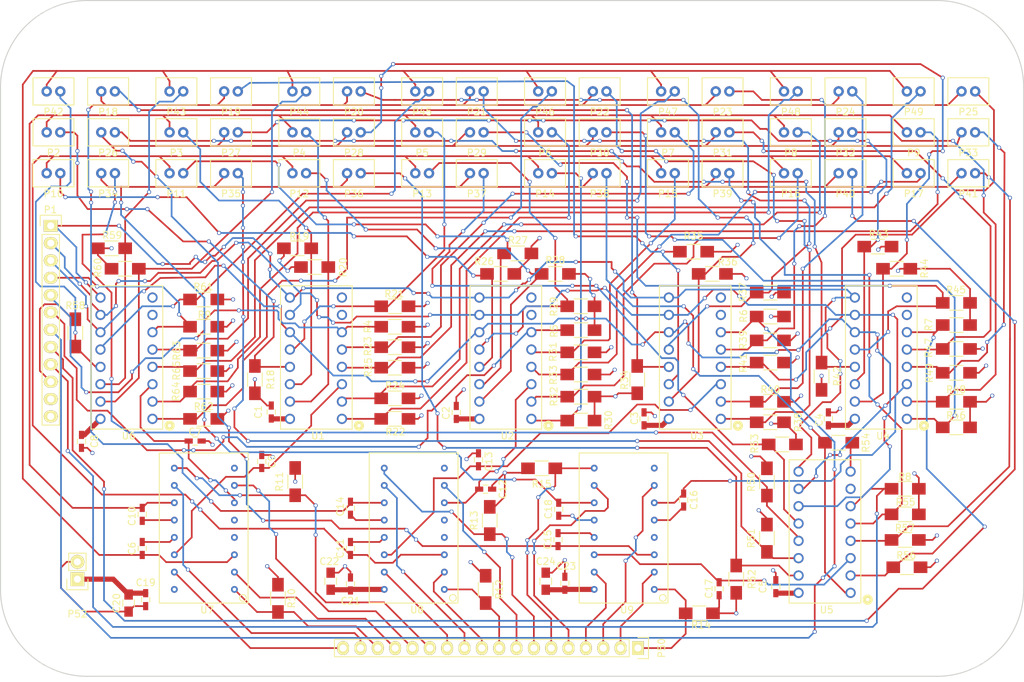
<source format=kicad_pcb>
(kicad_pcb (version 4) (host pcbnew 4.0.4-stable)
  (layers (0 F.Cu signal) (1 In1.Cu power hide) (2 In2.Cu power hide) (31 B.Cu signal) (35 F.Paste user) (37 F.SilkS user) (39 F.Mask user) (44 Edge.Cuts user))
  (net 0 "")
  (net 1 Vcc)
  (net 2 GND)
  (net 3 ENABLE_M0)
  (net 4 M5_S2)
  (net 5 ENABLE_M1)
  (net 6 M5_S1)
  (net 7 ENABLE_M2)
  (net 8 M4_S2)
  (net 9 ENABLE_M3)
  (net 10 M4_S1)
  (net 11 ENABLE_M4)
  (net 12 M3_S2)
  (net 13 ENABLE_M5)
  (net 14 M3_S1)
  (net 15 CONTROL_A)
  (net 16 M2_S2)
  (net 17 CONTROL_B)
  (net 18 M2_S1)
  (net 19 CONTROL_C)
  (net 20 M1_S2)
  (net 21 M1_S1)
  (net 22 M0_S2)
  (net 23 M0_S1)
  (net 24 /Demux1ToMotor1/M1_V+)
  (net 25 /Demux1ToMotor1/C0_M1_V-)
  (net 26 /Demux1ToMotor1/C1_M1_V-)
  (net 27 /Demux1ToMotor1/C2_M1_V-)
  (net 28 /Demux1ToMotor1/C3_M1_V-)
  (net 29 /Demux1ToMotor1/C4_M1_V-)
  (net 30 /Demux1ToMotor1/C5_M1_V-)
  (net 31 /Demux1ToMotor1/C6_M1_V-)
  (net 32 /Demux1ToMotor1/C7_M1_V-)
  (net 33 /Demux2ToMotor2/M2_V+)
  (net 34 /Demux2ToMotor2/C0_M2_V-)
  (net 35 /Demux2ToMotor2/C1_M2_V-)
  (net 36 /Demux2ToMotor2/C2_M2_V-)
  (net 37 /Demux2ToMotor2/C3_M2_V-)
  (net 38 /Demux2ToMotor2/C4_M2_V-)
  (net 39 /Demux2ToMotor2/C5_M2_V-)
  (net 40 /Demux2ToMotor2/C6_M2_V-)
  (net 41 /Demux2ToMotor2/C7_M2_V-)
  (net 42 /Demux3ToMotor3/M3_V+)
  (net 43 /Demux3ToMotor3/C0_M3_V-)
  (net 44 /Demux3ToMotor3/C1_M3_V-)
  (net 45 /Demux3ToMotor3/C2_M3_V-)
  (net 46 /Demux3ToMotor3/C3_M3_V-)
  (net 47 /Demux3ToMotor3/C4_M3_V-)
  (net 48 /Demux3ToMotor3/C5_M3_V-)
  (net 49 /Demux3ToMotor3/C6_M3_V-)
  (net 50 /Demux3ToMotor3/C7_M3_V-)
  (net 51 /Demux4ToMotor4/M4_V+)
  (net 52 /Demux4ToMotor4/C0_M4_V-)
  (net 53 /Demux4ToMotor4/C1_M4_V-)
  (net 54 /Demux4ToMotor4/C2_M4_V-)
  (net 55 /Demux4ToMotor4/C3_M4_V-)
  (net 56 /Demux4ToMotor4/C4_M4_V-)
  (net 57 /Demux4ToMotor4/C5_M4_V-)
  (net 58 /Demux4ToMotor4/C6_M4_V-)
  (net 59 /Demux4ToMotor4/C7_M4_V-)
  (net 60 /Demux5ToMotor5/M5_V+)
  (net 61 /Demux5ToMotor5/C0_M5_V-)
  (net 62 /Demux5ToMotor5/C1_M5_V-)
  (net 63 /Demux5ToMotor5/C2_M5_V-)
  (net 64 /Demux5ToMotor5/C3_M5_V-)
  (net 65 /Demux5ToMotor5/C4_M5_V-)
  (net 66 /Demux5ToMotor5/C5_M5_V-)
  (net 67 /Demux5ToMotor5/C6_M5_V-)
  (net 68 /Demux5ToMotor5/C7_M5_V-)
  (net 69 /Demux0ToMotor0/M0_V+)
  (net 70 /Demux0ToMotor0/C0_M0_V-)
  (net 71 /Demux0ToMotor0/C1_M0_V-)
  (net 72 /Demux0ToMotor0/C2_M0_V-)
  (net 73 /Demux0ToMotor0/C3_M0_V-)
  (net 74 /Demux0ToMotor0/C4_M0_V-)
  (net 75 /Demux0ToMotor0/C5_M0_V-)
  (net 76 /Demux0ToMotor0/C6_M0_V-)
  (net 77 /Demux0ToMotor0/C7_M0_V-)
  (net 78 /Demux1ToMotor1/M1_V-)
  (net 79 "Net-(U1-Pad7)")
  (net 80 /Demux2ToMotor2/M2_V-)
  (net 81 "Net-(U2-Pad7)")
  (net 82 /Demux3ToMotor3/M3_V-)
  (net 83 "Net-(U3-Pad7)")
  (net 84 /Demux4ToMotor4/M4_V-)
  (net 85 "Net-(U4-Pad7)")
  (net 86 /Demux5ToMotor5/M5_V-)
  (net 87 "Net-(U5-Pad7)")
  (net 88 /Demux0ToMotor0/M0_V-)
  (net 89 "Net-(U6-Pad7)")
  (net 90 ENABLE_H0)
  (net 91 ENABLE_H1)
  (net 92 ENABLE_H2)
  (net 93 ENABLE_H3)
  (net 94 ENABLE_H4)
  (net 95 ENABLE_H5)
  (module CustomParts:16PDIP_Socket (layer F.Cu) (at 128.75 104.5 90)
    (fp_text reference U1 (at -2.5 -3.5 180) (layer F.SilkS))
    (fp_text value MAX4617 hide)
    (pad 1 thru_hole circle (at 0 0 90) (size 1.5 1.5) (drill 1) (layers *.Cu *.Mask) (net 29 /Demux1ToMotor1/C4_M1_V-))
    (pad 2 thru_hole circle (at 2.54 0 90) (size 1.5 1.5) (drill 1) (layers *.Cu *.Mask) (net 31 /Demux1ToMotor1/C6_M1_V-))
    (pad 3 thru_hole circle (at 5.08 0 90) (size 1.5 1.5) (drill 1) (layers *.Cu *.Mask) (net 78 /Demux1ToMotor1/M1_V-))
    (pad 4 thru_hole circle (at 7.62 0 90) (size 1.5 1.5) (drill 1) (layers *.Cu *.Mask) (net 32 /Demux1ToMotor1/C7_M1_V-))
    (pad 5 thru_hole circle (at 10.16 0 90) (size 1.5 1.5) (drill 1) (layers *.Cu *.Mask) (net 30 /Demux1ToMotor1/C5_M1_V-))
    (pad 6 thru_hole circle (at 12.7 0 90) (size 1.5 1.5) (drill 1) (layers *.Cu *.Mask) (net 5 ENABLE_M1))
    (pad 7 thru_hole circle (at 15.24 0 90) (size 1.5 1.5) (drill 1) (layers *.Cu *.Mask) (net 79 "Net-(U1-Pad7)"))
    (pad 8 thru_hole circle (at 17.78 0 90) (size 1.5 1.5) (drill 1) (layers *.Cu *.Mask) (net 2 GND))
    (pad 9 thru_hole circle (at 17.78 -7.62 90) (size 1.5 1.5) (drill 1) (layers *.Cu *.Mask) (net 19 CONTROL_C))
    (pad 10 thru_hole circle (at 15.24 -7.62 90) (size 1.5 1.5) (drill 1) (layers *.Cu *.Mask) (net 17 CONTROL_B))
    (pad 11 thru_hole circle (at 12.7 -7.62 90) (size 1.5 1.5) (drill 1) (layers *.Cu *.Mask) (net 15 CONTROL_A))
    (pad 12 thru_hole circle (at 10.16 -7.62 90) (size 1.5 1.5) (drill 1) (layers *.Cu *.Mask) (net 28 /Demux1ToMotor1/C3_M1_V-))
    (pad 13 thru_hole circle (at 7.62 -7.62 90) (size 1.5 1.5) (drill 1) (layers *.Cu *.Mask) (net 25 /Demux1ToMotor1/C0_M1_V-))
    (pad 14 thru_hole circle (at 5.08 -7.62 90) (size 1.5 1.5) (drill 1) (layers *.Cu *.Mask) (net 26 /Demux1ToMotor1/C1_M1_V-))
    (pad 15 thru_hole circle (at 2.54 -7.62 90) (size 1.5 1.5) (drill 1) (layers *.Cu *.Mask) (net 27 /Demux1ToMotor1/C2_M1_V-))
    (pad 16 thru_hole circle (at 0 -7.62 90) (size 1.5 1.5) (drill 1) (layers *.Cu *.Mask) (net 1 Vcc))
  )
  (module Capacitors_SMD:C_0603_HandSoldering (layer F.Cu) (at 118.4 103.5 90)
    (fp_text reference C1 (at 0 -1.9 90) (layer F.SilkS))
    (fp_text value 0.1uF)
    (pad 1 smd rect (at -0.95 0 90) (size 1.2 0.75) (layers F.Cu F.Paste F.Mask) (net 1 Vcc))
    (pad 2 smd rect (at 0.95 0 90) (size 1.2 0.75) (layers F.Cu F.Paste F.Mask) (net 2 GND))
  )
  (module Capacitors_SMD:C_0603_HandSoldering (layer F.Cu) (at 145.5 103.56 90)
    (fp_text reference C2 (at -0.09 -1.5 90) (layer F.SilkS))
    (fp_text value 0.1uF)
    (pad 1 smd rect (at -0.95 0 90) (size 1.2 0.75) (layers F.Cu F.Paste F.Mask) (net 1 Vcc))
    (pad 2 smd rect (at 0.95 0 90) (size 1.2 0.75) (layers F.Cu F.Paste F.Mask) (net 2 GND))
  )
  (module Capacitors_SMD:C_0603_HandSoldering (layer F.Cu) (at 173 104.5 90)
    (fp_text reference C3 (at 0.075 -1.4 90) (layer F.SilkS))
    (fp_text value 0.1uF)
    (pad 1 smd rect (at -0.95 0 90) (size 1.2 0.75) (layers F.Cu F.Paste F.Mask) (net 1 Vcc))
    (pad 2 smd rect (at 0.95 0 90) (size 1.2 0.75) (layers F.Cu F.Paste F.Mask) (net 2 GND))
  )
  (module Capacitors_SMD:C_0603_HandSoldering (layer F.Cu) (at 200 104.5 90)
    (fp_text reference C4 (at -0.15 -1.35 90) (layer F.SilkS))
    (fp_text value 0.1uF)
    (pad 1 smd rect (at -0.95 0 90) (size 1.2 0.75) (layers F.Cu F.Paste F.Mask) (net 1 Vcc))
    (pad 2 smd rect (at 0.95 0 90) (size 1.2 0.75) (layers F.Cu F.Paste F.Mask) (net 2 GND))
  )
  (module Capacitors_SMD:C_0603_HandSoldering (layer F.Cu) (at 192.3 129.1 90)
    (fp_text reference C5 (at 0 -1.9 90) (layer F.SilkS))
    (fp_text value 0.1uF)
    (pad 1 smd rect (at -0.95 0 90) (size 1.2 0.75) (layers F.Cu F.Paste F.Mask) (net 1 Vcc))
    (pad 2 smd rect (at 0.95 0 90) (size 1.2 0.75) (layers F.Cu F.Paste F.Mask) (net 2 GND))
  )
  (module Capacitors_SMD:C_0603_HandSoldering (layer F.Cu) (at 99.5 123.5 90)
    (fp_text reference C6 (at 0 -1.5 90) (layer F.SilkS))
    (fp_text value 1uF)
    (pad 1 smd rect (at -0.95 0 90) (size 1.2 0.75) (layers F.Cu F.Paste F.Mask) (net 69 /Demux0ToMotor0/M0_V+))
    (pad 2 smd rect (at 0.95 0 90) (size 1.2 0.75) (layers F.Cu F.Paste F.Mask) (net 2 GND))
  )
  (module Capacitors_SMD:C_0603_HandSoldering (layer F.Cu) (at 107.25 107.75)
    (fp_text reference C7 (at 0 -1.35) (layer F.SilkS))
    (fp_text value 1uF)
    (pad 1 smd rect (at -0.95 0) (size 1.2 0.75) (layers F.Cu F.Paste F.Mask) (net 88 /Demux0ToMotor0/M0_V-))
    (pad 2 smd rect (at 0.95 0) (size 1.2 0.75) (layers F.Cu F.Paste F.Mask) (net 2 GND))
  )
  (module Capacitors_SMD:C_0603_HandSoldering (layer F.Cu) (at 90.6 107.8 270)
    (fp_text reference C8 (at 0 -1.9 270) (layer F.SilkS))
    (fp_text value 0.1uF)
    (pad 1 smd rect (at -0.95 0 270) (size 1.2 0.75) (layers F.Cu F.Paste F.Mask) (net 1 Vcc))
    (pad 2 smd rect (at 0.95 0 270) (size 1.2 0.75) (layers F.Cu F.Paste F.Mask) (net 2 GND))
  )
  (module Capacitors_SMD:C_0603_HandSoldering (layer F.Cu) (at 117 110.75 90)
    (fp_text reference C9 (at 0 1.5 90) (layer F.SilkS))
    (fp_text value 1uF)
    (pad 1 smd rect (at -0.95 0 90) (size 1.2 0.75) (layers F.Cu F.Paste F.Mask) (net 78 /Demux1ToMotor1/M1_V-))
    (pad 2 smd rect (at 0.95 0 90) (size 1.2 0.75) (layers F.Cu F.Paste F.Mask) (net 2 GND))
  )
  (module Capacitors_SMD:C_0603_HandSoldering (layer F.Cu) (at 99.5 118.5 270)
    (fp_text reference C10 (at 0.25 1.5 270) (layer F.SilkS))
    (fp_text value 1uF)
    (pad 1 smd rect (at -0.95 0 270) (size 1.2 0.75) (layers F.Cu F.Paste F.Mask) (net 24 /Demux1ToMotor1/M1_V+))
    (pad 2 smd rect (at 0.95 0 270) (size 1.2 0.75) (layers F.Cu F.Paste F.Mask) (net 2 GND))
  )
  (module Capacitors_SMD:C_0603_HandSoldering (layer F.Cu) (at 130 123.5 90)
    (fp_text reference C11 (at 0 -1.5 90) (layer F.SilkS))
    (fp_text value 1uF)
    (pad 1 smd rect (at -0.95 0 90) (size 1.2 0.75) (layers F.Cu F.Paste F.Mask) (net 33 /Demux2ToMotor2/M2_V+))
    (pad 2 smd rect (at 0.95 0 90) (size 1.2 0.75) (layers F.Cu F.Paste F.Mask) (net 2 GND))
  )
  (module Capacitors_SMD:C_0603_HandSoldering (layer F.Cu) (at 149.8 114.8)
    (fp_text reference C12 (at 2.5 0 90) (layer F.SilkS))
    (fp_text value 1uF)
    (pad 1 smd rect (at -0.95 0) (size 1.2 0.75) (layers F.Cu F.Paste F.Mask) (net 80 /Demux2ToMotor2/M2_V-))
    (pad 2 smd rect (at 0.95 0) (size 1.2 0.75) (layers F.Cu F.Paste F.Mask) (net 2 GND))
  )
  (module Capacitors_SMD:C_0603_HandSoldering (layer F.Cu) (at 148.75 110.5 90)
    (fp_text reference C13 (at -0.25 1.5 90) (layer F.SilkS))
    (fp_text value 1uF)
    (pad 1 smd rect (at -0.95 0 90) (size 1.2 0.75) (layers F.Cu F.Paste F.Mask) (net 82 /Demux3ToMotor3/M3_V-))
    (pad 2 smd rect (at 0.95 0 90) (size 1.2 0.75) (layers F.Cu F.Paste F.Mask) (net 2 GND))
  )
  (module Capacitors_SMD:C_0603_HandSoldering (layer F.Cu) (at 130 117.6 270)
    (fp_text reference C14 (at -0.25 1.5 270) (layer F.SilkS))
    (fp_text value 1uF)
    (pad 1 smd rect (at -0.95 0 270) (size 1.2 0.75) (layers F.Cu F.Paste F.Mask) (net 42 /Demux3ToMotor3/M3_V+))
    (pad 2 smd rect (at 0.95 0 270) (size 1.2 0.75) (layers F.Cu F.Paste F.Mask) (net 2 GND))
  )
  (module Capacitors_SMD:C_0603_HandSoldering (layer F.Cu) (at 160.4 122.2 90)
    (fp_text reference C15 (at 0 -1.5 90) (layer F.SilkS))
    (fp_text value 1uF)
    (pad 1 smd rect (at -0.95 0 90) (size 1.2 0.75) (layers F.Cu F.Paste F.Mask) (net 51 /Demux4ToMotor4/M4_V+))
    (pad 2 smd rect (at 0.95 0 90) (size 1.2 0.75) (layers F.Cu F.Paste F.Mask) (net 2 GND))
  )
  (module Capacitors_SMD:C_0603_HandSoldering (layer F.Cu) (at 178.8 116.4 270)
    (fp_text reference C16 (at 0 -1.5 270) (layer F.SilkS))
    (fp_text value 1uF)
    (pad 1 smd rect (at -0.95 0 270) (size 1.2 0.75) (layers F.Cu F.Paste F.Mask) (net 84 /Demux4ToMotor4/M4_V-))
    (pad 2 smd rect (at 0.95 0 270) (size 1.2 0.75) (layers F.Cu F.Paste F.Mask) (net 2 GND))
  )
  (module Capacitors_SMD:C_0603_HandSoldering (layer F.Cu) (at 184 129.4 270)
    (fp_text reference C17 (at 0 1.5 270) (layer F.SilkS))
    (fp_text value 1uF)
    (pad 1 smd rect (at -0.95 0 270) (size 1.2 0.75) (layers F.Cu F.Paste F.Mask) (net 86 /Demux5ToMotor5/M5_V-))
    (pad 2 smd rect (at 0.95 0 270) (size 1.2 0.75) (layers F.Cu F.Paste F.Mask) (net 2 GND))
  )
  (module Capacitors_SMD:C_0603_HandSoldering (layer F.Cu) (at 160.5 117.75 270)
    (fp_text reference C18 (at 0 1.5 270) (layer F.SilkS))
    (fp_text value 1uF)
    (pad 1 smd rect (at -0.95 0 270) (size 1.2 0.75) (layers F.Cu F.Paste F.Mask) (net 60 /Demux5ToMotor5/M5_V+))
    (pad 2 smd rect (at 0.95 0 270) (size 1.2 0.75) (layers F.Cu F.Paste F.Mask) (net 2 GND))
  )
  (module Capacitors_SMD:C_0603_HandSoldering (layer F.Cu) (at 100 131 270)
    (fp_text reference C19 (at -2.5 0 360) (layer F.SilkS))
    (fp_text value 0.1uF)
    (pad 1 smd rect (at -0.95 0 270) (size 1.2 0.75) (layers F.Cu F.Paste F.Mask) (net 1 Vcc))
    (pad 2 smd rect (at 0.95 0 270) (size 1.2 0.75) (layers F.Cu F.Paste F.Mask) (net 2 GND))
  )
  (module Capacitors_SMD:C_0805_HandSoldering (layer F.Cu) (at 97.5 131.5 270)
    (fp_text reference C20 (at 0 1.75 270) (layer F.SilkS))
    (fp_text value 10uF)
    (pad 1 smd rect (at -1.25 0 270) (size 1.5 1.25) (layers F.Cu F.Paste F.Mask) (net 1 Vcc))
    (pad 2 smd rect (at 1.25 0 270) (size 1.5 1.25) (layers F.Cu F.Paste F.Mask) (net 2 GND))
  )
  (module Capacitors_SMD:C_0603_HandSoldering (layer F.Cu) (at 130 128.7 90)
    (fp_text reference C21 (at -2.5 0 180) (layer F.SilkS))
    (fp_text value 0.1uf)
    (pad 1 smd rect (at -0.95 0 90) (size 1.2 0.75) (layers F.Cu F.Paste F.Mask) (net 1 Vcc))
    (pad 2 smd rect (at 0.95 0 90) (size 1.2 0.75) (layers F.Cu F.Paste F.Mask) (net 2 GND))
  )
  (module Capacitors_SMD:C_0805_HandSoldering (layer F.Cu) (at 127.1 128.3 90)
    (fp_text reference C22 (at 2.9 -0.2 180) (layer F.SilkS))
    (fp_text value 10uF)
    (pad 1 smd rect (at -1.25 0 90) (size 1.5 1.25) (layers F.Cu F.Paste F.Mask) (net 1 Vcc))
    (pad 2 smd rect (at 1.25 0 90) (size 1.5 1.25) (layers F.Cu F.Paste F.Mask) (net 2 GND))
  )
  (module Capacitors_SMD:C_0603_HandSoldering (layer F.Cu) (at 161.4 128.6 90)
    (fp_text reference C23 (at 2.5 0.2 180) (layer F.SilkS))
    (fp_text value 0.1uF)
    (pad 1 smd rect (at -0.95 0 90) (size 1.2 0.75) (layers F.Cu F.Paste F.Mask) (net 1 Vcc))
    (pad 2 smd rect (at 0.95 0 90) (size 1.2 0.75) (layers F.Cu F.Paste F.Mask) (net 2 GND))
  )
  (module Capacitors_SMD:C_0805_HandSoldering (layer F.Cu) (at 158.6 128.3 90)
    (fp_text reference C24 (at 2.9 0 180) (layer F.SilkS))
    (fp_text value 10uF)
    (pad 1 smd rect (at -1.25 0 90) (size 1.5 1.25) (layers F.Cu F.Paste F.Mask) (net 1 Vcc))
    (pad 2 smd rect (at 1.25 0 90) (size 1.5 1.25) (layers F.Cu F.Paste F.Mask) (net 2 GND))
  )
  (module CustomParts:JST_PH (layer F.Cu) (at 85.5 62.5)
    (fp_text reference P2 (at 1 3) (layer F.SilkS))
    (fp_text value C0_M1 hide)
    (pad 1 thru_hole circle (at 0 0) (size 1.524 1.524) (drill 0.8) (layers *.Cu *.Mask) (net 24 /Demux1ToMotor1/M1_V+))
    (pad 2 thru_hole circle (at 2 0) (size 1.524 1.524) (drill 0.8) (layers *.Cu *.Mask) (net 25 /Demux1ToMotor1/C0_M1_V-))
  )
  (module CustomParts:JST_PH (layer F.Cu) (at 103.5 62.5)
    (fp_text reference P3 (at 1 3) (layer F.SilkS))
    (fp_text value C1_M1 hide)
    (pad 1 thru_hole circle (at 0 0) (size 1.524 1.524) (drill 0.8) (layers *.Cu *.Mask) (net 24 /Demux1ToMotor1/M1_V+))
    (pad 2 thru_hole circle (at 2 0) (size 1.524 1.524) (drill 0.8) (layers *.Cu *.Mask) (net 26 /Demux1ToMotor1/C1_M1_V-))
  )
  (module CustomParts:JST_PH (layer F.Cu) (at 121.5 62.5)
    (fp_text reference P4 (at 1 3) (layer F.SilkS))
    (fp_text value C2_M1 hide)
    (pad 1 thru_hole circle (at 0 0) (size 1.524 1.524) (drill 0.8) (layers *.Cu *.Mask) (net 24 /Demux1ToMotor1/M1_V+))
    (pad 2 thru_hole circle (at 2 0) (size 1.524 1.524) (drill 0.8) (layers *.Cu *.Mask) (net 27 /Demux1ToMotor1/C2_M1_V-))
  )
  (module CustomParts:JST_PH (layer F.Cu) (at 139.5 62.5)
    (fp_text reference P5 (at 1 3) (layer F.SilkS))
    (fp_text value C3_M1 hide)
    (pad 1 thru_hole circle (at 0 0) (size 1.524 1.524) (drill 0.8) (layers *.Cu *.Mask) (net 24 /Demux1ToMotor1/M1_V+))
    (pad 2 thru_hole circle (at 2 0) (size 1.524 1.524) (drill 0.8) (layers *.Cu *.Mask) (net 28 /Demux1ToMotor1/C3_M1_V-))
  )
  (module CustomParts:JST_PH (layer F.Cu) (at 157.5 62.5)
    (fp_text reference P6 (at 1 3) (layer F.SilkS))
    (fp_text value C4_M1 hide)
    (pad 1 thru_hole circle (at 0 0) (size 1.524 1.524) (drill 0.8) (layers *.Cu *.Mask) (net 24 /Demux1ToMotor1/M1_V+))
    (pad 2 thru_hole circle (at 2 0) (size 1.524 1.524) (drill 0.8) (layers *.Cu *.Mask) (net 29 /Demux1ToMotor1/C4_M1_V-))
  )
  (module CustomParts:JST_PH (layer F.Cu) (at 175.5 62.5)
    (fp_text reference P7 (at 1 3) (layer F.SilkS))
    (fp_text value C5_M1 hide)
    (pad 1 thru_hole circle (at 0 0) (size 1.524 1.524) (drill 0.8) (layers *.Cu *.Mask) (net 24 /Demux1ToMotor1/M1_V+))
    (pad 2 thru_hole circle (at 2 0) (size 1.524 1.524) (drill 0.8) (layers *.Cu *.Mask) (net 30 /Demux1ToMotor1/C5_M1_V-))
  )
  (module CustomParts:JST_PH (layer F.Cu) (at 193.5 62.5)
    (fp_text reference P8 (at 1 3) (layer F.SilkS))
    (fp_text value C6_M1 hide)
    (pad 1 thru_hole circle (at 0 0) (size 1.524 1.524) (drill 0.8) (layers *.Cu *.Mask) (net 24 /Demux1ToMotor1/M1_V+))
    (pad 2 thru_hole circle (at 2 0) (size 1.524 1.524) (drill 0.8) (layers *.Cu *.Mask) (net 31 /Demux1ToMotor1/C6_M1_V-))
  )
  (module CustomParts:JST_PH (layer F.Cu) (at 211.5 62.5)
    (fp_text reference P9 (at 1 3) (layer F.SilkS))
    (fp_text value C7_M1 hide)
    (pad 1 thru_hole circle (at 0 0) (size 1.524 1.524) (drill 0.8) (layers *.Cu *.Mask) (net 24 /Demux1ToMotor1/M1_V+))
    (pad 2 thru_hole circle (at 2 0) (size 1.524 1.524) (drill 0.8) (layers *.Cu *.Mask) (net 32 /Demux1ToMotor1/C7_M1_V-))
  )
  (module CustomParts:JST_PH (layer F.Cu) (at 85.5 68.5)
    (fp_text reference P10 (at 1 3) (layer F.SilkS))
    (fp_text value C0_M2 hide)
    (pad 1 thru_hole circle (at 0 0) (size 1.524 1.524) (drill 0.8) (layers *.Cu *.Mask) (net 33 /Demux2ToMotor2/M2_V+))
    (pad 2 thru_hole circle (at 2 0) (size 1.524 1.524) (drill 0.8) (layers *.Cu *.Mask) (net 34 /Demux2ToMotor2/C0_M2_V-))
  )
  (module CustomParts:JST_PH (layer F.Cu) (at 103.5 68.5)
    (fp_text reference P11 (at 1 3) (layer F.SilkS))
    (fp_text value C1_M2 hide)
    (pad 1 thru_hole circle (at 0 0) (size 1.524 1.524) (drill 0.8) (layers *.Cu *.Mask) (net 33 /Demux2ToMotor2/M2_V+))
    (pad 2 thru_hole circle (at 2 0) (size 1.524 1.524) (drill 0.8) (layers *.Cu *.Mask) (net 35 /Demux2ToMotor2/C1_M2_V-))
  )
  (module CustomParts:JST_PH (layer F.Cu) (at 121.5 68.5)
    (fp_text reference P12 (at 1 3) (layer F.SilkS))
    (fp_text value C2_M2 hide)
    (pad 1 thru_hole circle (at 0 0) (size 1.524 1.524) (drill 0.8) (layers *.Cu *.Mask) (net 33 /Demux2ToMotor2/M2_V+))
    (pad 2 thru_hole circle (at 2 0) (size 1.524 1.524) (drill 0.8) (layers *.Cu *.Mask) (net 36 /Demux2ToMotor2/C2_M2_V-))
  )
  (module CustomParts:JST_PH (layer F.Cu) (at 139.5 68.5)
    (fp_text reference P13 (at 1 3) (layer F.SilkS))
    (fp_text value C3_M2 hide)
    (pad 1 thru_hole circle (at 0 0) (size 1.524 1.524) (drill 0.8) (layers *.Cu *.Mask) (net 33 /Demux2ToMotor2/M2_V+))
    (pad 2 thru_hole circle (at 2 0) (size 1.524 1.524) (drill 0.8) (layers *.Cu *.Mask) (net 37 /Demux2ToMotor2/C3_M2_V-))
  )
  (module CustomParts:JST_PH (layer F.Cu) (at 157.5 68.5)
    (fp_text reference P14 (at 1 3) (layer F.SilkS))
    (fp_text value C4_M2 hide)
    (pad 1 thru_hole circle (at 0 0) (size 1.524 1.524) (drill 0.8) (layers *.Cu *.Mask) (net 33 /Demux2ToMotor2/M2_V+))
    (pad 2 thru_hole circle (at 2 0) (size 1.524 1.524) (drill 0.8) (layers *.Cu *.Mask) (net 38 /Demux2ToMotor2/C4_M2_V-))
  )
  (module CustomParts:JST_PH (layer F.Cu) (at 175.5 68.5)
    (fp_text reference P15 (at 1 3) (layer F.SilkS))
    (fp_text value C5_M2 hide)
    (pad 1 thru_hole circle (at 0 0) (size 1.524 1.524) (drill 0.8) (layers *.Cu *.Mask) (net 33 /Demux2ToMotor2/M2_V+))
    (pad 2 thru_hole circle (at 2 0) (size 1.524 1.524) (drill 0.8) (layers *.Cu *.Mask) (net 39 /Demux2ToMotor2/C5_M2_V-))
  )
  (module CustomParts:JST_PH (layer F.Cu) (at 193.5 68.5)
    (fp_text reference P16 (at 1 3) (layer F.SilkS))
    (fp_text value C6_M2 hide)
    (pad 1 thru_hole circle (at 0 0) (size 1.524 1.524) (drill 0.8) (layers *.Cu *.Mask) (net 33 /Demux2ToMotor2/M2_V+))
    (pad 2 thru_hole circle (at 2 0) (size 1.524 1.524) (drill 0.8) (layers *.Cu *.Mask) (net 40 /Demux2ToMotor2/C6_M2_V-))
  )
  (module CustomParts:JST_PH (layer F.Cu) (at 211.5 68.5)
    (fp_text reference P17 (at 1 3) (layer F.SilkS))
    (fp_text value C7_M2 hide)
    (pad 1 thru_hole circle (at 0 0) (size 1.524 1.524) (drill 0.8) (layers *.Cu *.Mask) (net 33 /Demux2ToMotor2/M2_V+))
    (pad 2 thru_hole circle (at 2 0) (size 1.524 1.524) (drill 0.8) (layers *.Cu *.Mask) (net 41 /Demux2ToMotor2/C7_M2_V-))
  )
  (module CustomParts:JST_PH (layer F.Cu) (at 93.5 56.5)
    (fp_text reference P18 (at 1 3) (layer F.SilkS))
    (fp_text value C0_M3 hide)
    (pad 1 thru_hole circle (at 0 0) (size 1.524 1.524) (drill 0.8) (layers *.Cu *.Mask) (net 42 /Demux3ToMotor3/M3_V+))
    (pad 2 thru_hole circle (at 2 0) (size 1.524 1.524) (drill 0.8) (layers *.Cu *.Mask) (net 43 /Demux3ToMotor3/C0_M3_V-))
  )
  (module CustomParts:JST_PH (layer F.Cu) (at 111.5 56.5)
    (fp_text reference P19 (at 1 3) (layer F.SilkS))
    (fp_text value C1_M3 hide)
    (pad 1 thru_hole circle (at 0 0) (size 1.524 1.524) (drill 0.8) (layers *.Cu *.Mask) (net 42 /Demux3ToMotor3/M3_V+))
    (pad 2 thru_hole circle (at 2 0) (size 1.524 1.524) (drill 0.8) (layers *.Cu *.Mask) (net 44 /Demux3ToMotor3/C1_M3_V-))
  )
  (module CustomParts:JST_PH (layer F.Cu) (at 129.5 56.5)
    (fp_text reference P20 (at 1 3) (layer F.SilkS))
    (fp_text value C2_M3 hide)
    (pad 1 thru_hole circle (at 0 0) (size 1.524 1.524) (drill 0.8) (layers *.Cu *.Mask) (net 42 /Demux3ToMotor3/M3_V+))
    (pad 2 thru_hole circle (at 2 0) (size 1.524 1.524) (drill 0.8) (layers *.Cu *.Mask) (net 45 /Demux3ToMotor3/C2_M3_V-))
  )
  (module CustomParts:JST_PH (layer F.Cu) (at 147.5 56.5)
    (fp_text reference P21 (at 1 3) (layer F.SilkS))
    (fp_text value C3_M3 hide)
    (pad 1 thru_hole circle (at 0 0) (size 1.524 1.524) (drill 0.8) (layers *.Cu *.Mask) (net 42 /Demux3ToMotor3/M3_V+))
    (pad 2 thru_hole circle (at 2 0) (size 1.524 1.524) (drill 0.8) (layers *.Cu *.Mask) (net 46 /Demux3ToMotor3/C3_M3_V-))
  )
  (module CustomParts:JST_PH (layer F.Cu) (at 165.5 56.5)
    (fp_text reference P22 (at 1 3) (layer F.SilkS))
    (fp_text value C4_M3 hide)
    (pad 1 thru_hole circle (at 0 0) (size 1.524 1.524) (drill 0.8) (layers *.Cu *.Mask) (net 42 /Demux3ToMotor3/M3_V+))
    (pad 2 thru_hole circle (at 2 0) (size 1.524 1.524) (drill 0.8) (layers *.Cu *.Mask) (net 47 /Demux3ToMotor3/C4_M3_V-))
  )
  (module CustomParts:JST_PH (layer F.Cu) (at 183.5 56.5)
    (fp_text reference P23 (at 1 3) (layer F.SilkS))
    (fp_text value C5_M3 hide)
    (pad 1 thru_hole circle (at 0 0) (size 1.524 1.524) (drill 0.8) (layers *.Cu *.Mask) (net 42 /Demux3ToMotor3/M3_V+))
    (pad 2 thru_hole circle (at 2 0) (size 1.524 1.524) (drill 0.8) (layers *.Cu *.Mask) (net 48 /Demux3ToMotor3/C5_M3_V-))
  )
  (module CustomParts:JST_PH (layer F.Cu) (at 201.5 56.5)
    (fp_text reference P24 (at 1 3) (layer F.SilkS))
    (fp_text value C6_M3 hide)
    (pad 1 thru_hole circle (at 0 0) (size 1.524 1.524) (drill 0.8) (layers *.Cu *.Mask) (net 42 /Demux3ToMotor3/M3_V+))
    (pad 2 thru_hole circle (at 2 0) (size 1.524 1.524) (drill 0.8) (layers *.Cu *.Mask) (net 49 /Demux3ToMotor3/C6_M3_V-))
  )
  (module CustomParts:JST_PH (layer F.Cu) (at 219.5 56.5)
    (fp_text reference P25 (at 1 3) (layer F.SilkS))
    (fp_text value C7_M3 hide)
    (pad 1 thru_hole circle (at 0 0) (size 1.524 1.524) (drill 0.8) (layers *.Cu *.Mask) (net 42 /Demux3ToMotor3/M3_V+))
    (pad 2 thru_hole circle (at 2 0) (size 1.524 1.524) (drill 0.8) (layers *.Cu *.Mask) (net 50 /Demux3ToMotor3/C7_M3_V-))
  )
  (module CustomParts:JST_PH (layer F.Cu) (at 93.5 62.5)
    (fp_text reference P26 (at 1 3) (layer F.SilkS))
    (fp_text value C0_M4 hide)
    (pad 1 thru_hole circle (at 0 0) (size 1.524 1.524) (drill 0.8) (layers *.Cu *.Mask) (net 51 /Demux4ToMotor4/M4_V+))
    (pad 2 thru_hole circle (at 2 0) (size 1.524 1.524) (drill 0.8) (layers *.Cu *.Mask) (net 52 /Demux4ToMotor4/C0_M4_V-))
  )
  (module CustomParts:JST_PH (layer F.Cu) (at 111.5 62.5)
    (fp_text reference P27 (at 1 3) (layer F.SilkS))
    (fp_text value C1_M4 hide)
    (pad 1 thru_hole circle (at 0 0) (size 1.524 1.524) (drill 0.8) (layers *.Cu *.Mask) (net 51 /Demux4ToMotor4/M4_V+))
    (pad 2 thru_hole circle (at 2 0) (size 1.524 1.524) (drill 0.8) (layers *.Cu *.Mask) (net 53 /Demux4ToMotor4/C1_M4_V-))
  )
  (module CustomParts:JST_PH (layer F.Cu) (at 129.5 62.5)
    (fp_text reference P28 (at 1 3) (layer F.SilkS))
    (fp_text value C2_M4 hide)
    (pad 1 thru_hole circle (at 0 0) (size 1.524 1.524) (drill 0.8) (layers *.Cu *.Mask) (net 51 /Demux4ToMotor4/M4_V+))
    (pad 2 thru_hole circle (at 2 0) (size 1.524 1.524) (drill 0.8) (layers *.Cu *.Mask) (net 54 /Demux4ToMotor4/C2_M4_V-))
  )
  (module CustomParts:JST_PH (layer F.Cu) (at 147.5 62.5)
    (fp_text reference P29 (at 1 3) (layer F.SilkS))
    (fp_text value C3_M4 hide)
    (pad 1 thru_hole circle (at 0 0) (size 1.524 1.524) (drill 0.8) (layers *.Cu *.Mask) (net 51 /Demux4ToMotor4/M4_V+))
    (pad 2 thru_hole circle (at 2 0) (size 1.524 1.524) (drill 0.8) (layers *.Cu *.Mask) (net 55 /Demux4ToMotor4/C3_M4_V-))
  )
  (module CustomParts:JST_PH (layer F.Cu) (at 165.5 62.5)
    (fp_text reference P30 (at 1 3) (layer F.SilkS))
    (fp_text value C4_M4 hide)
    (pad 1 thru_hole circle (at 0 0) (size 1.524 1.524) (drill 0.8) (layers *.Cu *.Mask) (net 51 /Demux4ToMotor4/M4_V+))
    (pad 2 thru_hole circle (at 2 0) (size 1.524 1.524) (drill 0.8) (layers *.Cu *.Mask) (net 56 /Demux4ToMotor4/C4_M4_V-))
  )
  (module CustomParts:JST_PH (layer F.Cu) (at 183.5 62.5)
    (fp_text reference P31 (at 1 3) (layer F.SilkS))
    (fp_text value C5_M4 hide)
    (pad 1 thru_hole circle (at 0 0) (size 1.524 1.524) (drill 0.8) (layers *.Cu *.Mask) (net 51 /Demux4ToMotor4/M4_V+))
    (pad 2 thru_hole circle (at 2 0) (size 1.524 1.524) (drill 0.8) (layers *.Cu *.Mask) (net 57 /Demux4ToMotor4/C5_M4_V-))
  )
  (module CustomParts:JST_PH (layer F.Cu) (at 201.5 62.5)
    (fp_text reference P32 (at 1 3) (layer F.SilkS))
    (fp_text value C6_M4 hide)
    (pad 1 thru_hole circle (at 0 0) (size 1.524 1.524) (drill 0.8) (layers *.Cu *.Mask) (net 51 /Demux4ToMotor4/M4_V+))
    (pad 2 thru_hole circle (at 2 0) (size 1.524 1.524) (drill 0.8) (layers *.Cu *.Mask) (net 58 /Demux4ToMotor4/C6_M4_V-))
  )
  (module CustomParts:JST_PH (layer F.Cu) (at 219.5 62.5)
    (fp_text reference P33 (at 1 3) (layer F.SilkS))
    (fp_text value C7_M4 hide)
    (pad 1 thru_hole circle (at 0 0) (size 1.524 1.524) (drill 0.8) (layers *.Cu *.Mask) (net 51 /Demux4ToMotor4/M4_V+))
    (pad 2 thru_hole circle (at 2 0) (size 1.524 1.524) (drill 0.8) (layers *.Cu *.Mask) (net 59 /Demux4ToMotor4/C7_M4_V-))
  )
  (module CustomParts:JST_PH (layer F.Cu) (at 93.5 68.5)
    (fp_text reference P34 (at 1 3) (layer F.SilkS))
    (fp_text value C0_M5 hide)
    (pad 1 thru_hole circle (at 0 0) (size 1.524 1.524) (drill 0.8) (layers *.Cu *.Mask) (net 60 /Demux5ToMotor5/M5_V+))
    (pad 2 thru_hole circle (at 2 0) (size 1.524 1.524) (drill 0.8) (layers *.Cu *.Mask) (net 61 /Demux5ToMotor5/C0_M5_V-))
  )
  (module CustomParts:JST_PH (layer F.Cu) (at 111.5 68.5)
    (fp_text reference P35 (at 1 3) (layer F.SilkS))
    (fp_text value C1_M5 hide)
    (pad 1 thru_hole circle (at 0 0) (size 1.524 1.524) (drill 0.8) (layers *.Cu *.Mask) (net 60 /Demux5ToMotor5/M5_V+))
    (pad 2 thru_hole circle (at 2 0) (size 1.524 1.524) (drill 0.8) (layers *.Cu *.Mask) (net 62 /Demux5ToMotor5/C1_M5_V-))
  )
  (module CustomParts:JST_PH (layer F.Cu) (at 129.5 68.5)
    (fp_text reference P36 (at 1 3) (layer F.SilkS))
    (fp_text value C2_M5 hide)
    (pad 1 thru_hole circle (at 0 0) (size 1.524 1.524) (drill 0.8) (layers *.Cu *.Mask) (net 60 /Demux5ToMotor5/M5_V+))
    (pad 2 thru_hole circle (at 2 0) (size 1.524 1.524) (drill 0.8) (layers *.Cu *.Mask) (net 63 /Demux5ToMotor5/C2_M5_V-))
  )
  (module CustomParts:JST_PH (layer F.Cu) (at 147.5 68.5)
    (fp_text reference P37 (at 1 3) (layer F.SilkS))
    (fp_text value C3_M5 hide)
    (pad 1 thru_hole circle (at 0 0) (size 1.524 1.524) (drill 0.8) (layers *.Cu *.Mask) (net 60 /Demux5ToMotor5/M5_V+))
    (pad 2 thru_hole circle (at 2 0) (size 1.524 1.524) (drill 0.8) (layers *.Cu *.Mask) (net 64 /Demux5ToMotor5/C3_M5_V-))
  )
  (module CustomParts:JST_PH (layer F.Cu) (at 165.5 68.5)
    (fp_text reference P38 (at 1 3) (layer F.SilkS))
    (fp_text value C4_M5 hide)
    (pad 1 thru_hole circle (at 0 0) (size 1.524 1.524) (drill 0.8) (layers *.Cu *.Mask) (net 60 /Demux5ToMotor5/M5_V+))
    (pad 2 thru_hole circle (at 2 0) (size 1.524 1.524) (drill 0.8) (layers *.Cu *.Mask) (net 65 /Demux5ToMotor5/C4_M5_V-))
  )
  (module CustomParts:JST_PH (layer F.Cu) (at 183.5 68.5)
    (fp_text reference P39 (at 1 3) (layer F.SilkS))
    (fp_text value C5_M5 hide)
    (pad 1 thru_hole circle (at 0 0) (size 1.524 1.524) (drill 0.8) (layers *.Cu *.Mask) (net 60 /Demux5ToMotor5/M5_V+))
    (pad 2 thru_hole circle (at 2 0) (size 1.524 1.524) (drill 0.8) (layers *.Cu *.Mask) (net 66 /Demux5ToMotor5/C5_M5_V-))
  )
  (module CustomParts:JST_PH (layer F.Cu) (at 201.5 68.5)
    (fp_text reference P40 (at 1 3) (layer F.SilkS))
    (fp_text value C6_M5 hide)
    (pad 1 thru_hole circle (at 0 0) (size 1.524 1.524) (drill 0.8) (layers *.Cu *.Mask) (net 60 /Demux5ToMotor5/M5_V+))
    (pad 2 thru_hole circle (at 2 0) (size 1.524 1.524) (drill 0.8) (layers *.Cu *.Mask) (net 67 /Demux5ToMotor5/C6_M5_V-))
  )
  (module CustomParts:JST_PH (layer F.Cu) (at 219.5 68.5)
    (fp_text reference P41 (at 1 3) (layer F.SilkS))
    (fp_text value C7_M5 hide)
    (pad 1 thru_hole circle (at 0 0) (size 1.524 1.524) (drill 0.8) (layers *.Cu *.Mask) (net 60 /Demux5ToMotor5/M5_V+))
    (pad 2 thru_hole circle (at 2 0) (size 1.524 1.524) (drill 0.8) (layers *.Cu *.Mask) (net 68 /Demux5ToMotor5/C7_M5_V-))
  )
  (module CustomParts:JST_PH (layer F.Cu) (at 85.5 56.5)
    (fp_text reference P42 (at 1 3) (layer F.SilkS))
    (fp_text value C0_M0 hide)
    (pad 1 thru_hole circle (at 0 0) (size 1.524 1.524) (drill 0.8) (layers *.Cu *.Mask) (net 69 /Demux0ToMotor0/M0_V+))
    (pad 2 thru_hole circle (at 2 0) (size 1.524 1.524) (drill 0.8) (layers *.Cu *.Mask) (net 70 /Demux0ToMotor0/C0_M0_V-))
  )
  (module CustomParts:JST_PH (layer F.Cu) (at 103.5 56.5)
    (fp_text reference P43 (at 1 3) (layer F.SilkS))
    (fp_text value C1_M0 hide)
    (pad 1 thru_hole circle (at 0 0) (size 1.524 1.524) (drill 0.8) (layers *.Cu *.Mask) (net 69 /Demux0ToMotor0/M0_V+))
    (pad 2 thru_hole circle (at 2 0) (size 1.524 1.524) (drill 0.8) (layers *.Cu *.Mask) (net 71 /Demux0ToMotor0/C1_M0_V-))
  )
  (module CustomParts:JST_PH (layer F.Cu) (at 121.5 56.5)
    (fp_text reference P44 (at 1 3) (layer F.SilkS))
    (fp_text value C2_M0 hide)
    (pad 1 thru_hole circle (at 0 0) (size 1.524 1.524) (drill 0.8) (layers *.Cu *.Mask) (net 69 /Demux0ToMotor0/M0_V+))
    (pad 2 thru_hole circle (at 2 0) (size 1.524 1.524) (drill 0.8) (layers *.Cu *.Mask) (net 72 /Demux0ToMotor0/C2_M0_V-))
  )
  (module CustomParts:JST_PH (layer F.Cu) (at 139.5 56.5)
    (fp_text reference P45 (at 1 3) (layer F.SilkS))
    (fp_text value C3_M0 hide)
    (pad 1 thru_hole circle (at 0 0) (size 1.524 1.524) (drill 0.8) (layers *.Cu *.Mask) (net 69 /Demux0ToMotor0/M0_V+))
    (pad 2 thru_hole circle (at 2 0) (size 1.524 1.524) (drill 0.8) (layers *.Cu *.Mask) (net 73 /Demux0ToMotor0/C3_M0_V-))
  )
  (module CustomParts:JST_PH (layer F.Cu) (at 157.5 56.5)
    (fp_text reference P46 (at 1 3) (layer F.SilkS))
    (fp_text value C4_M0 hide)
    (pad 1 thru_hole circle (at 0 0) (size 1.524 1.524) (drill 0.8) (layers *.Cu *.Mask) (net 69 /Demux0ToMotor0/M0_V+))
    (pad 2 thru_hole circle (at 2 0) (size 1.524 1.524) (drill 0.8) (layers *.Cu *.Mask) (net 74 /Demux0ToMotor0/C4_M0_V-))
  )
  (module CustomParts:JST_PH (layer F.Cu) (at 175.5 56.5)
    (fp_text reference P47 (at 1 3) (layer F.SilkS))
    (fp_text value C5_M0 hide)
    (pad 1 thru_hole circle (at 0 0) (size 1.524 1.524) (drill 0.8) (layers *.Cu *.Mask) (net 69 /Demux0ToMotor0/M0_V+))
    (pad 2 thru_hole circle (at 2 0) (size 1.524 1.524) (drill 0.8) (layers *.Cu *.Mask) (net 75 /Demux0ToMotor0/C5_M0_V-))
  )
  (module CustomParts:JST_PH (layer F.Cu) (at 193.5 56.5)
    (fp_text reference P48 (at 1 3) (layer F.SilkS))
    (fp_text value C6_M0 hide)
    (pad 1 thru_hole circle (at 0 0) (size 1.524 1.524) (drill 0.8) (layers *.Cu *.Mask) (net 69 /Demux0ToMotor0/M0_V+))
    (pad 2 thru_hole circle (at 2 0) (size 1.524 1.524) (drill 0.8) (layers *.Cu *.Mask) (net 76 /Demux0ToMotor0/C6_M0_V-))
  )
  (module CustomParts:JST_PH (layer F.Cu) (at 211.5 56.5)
    (fp_text reference P49 (at 1 3) (layer F.SilkS))
    (fp_text value C7_M0 hide)
    (pad 1 thru_hole circle (at 0 0) (size 1.524 1.524) (drill 0.8) (layers *.Cu *.Mask) (net 69 /Demux0ToMotor0/M0_V+))
    (pad 2 thru_hole circle (at 2 0) (size 1.524 1.524) (drill 0.8) (layers *.Cu *.Mask) (net 77 /Demux0ToMotor0/C7_M0_V-))
  )
  (module Pin_Headers:Pin_Header_Straight_1x02 (layer F.Cu) (at 90 128 180)
    (fp_text reference P52 (at 0 -5.1 180) (layer F.SilkS))
    (fp_text value CONN_01X02)
    (pad 1 thru_hole rect (at 0 0 180) (size 2.032 2.032) (drill 1.016) (layers *.Cu *.Mask F.SilkS) (net 1 Vcc))
    (pad 2 thru_hole oval (at 0 2.54 180) (size 2.032 2.032) (drill 1.016) (layers *.Cu *.Mask F.SilkS) (net 2 GND))
  )
  (module Resistors_SMD:R_1206_HandSoldering (layer F.Cu) (at 136.5 91)
    (fp_text reference R4 (at -3.95 -0.025 90) (layer F.SilkS))
    (fp_text value 4.7k)
    (pad 1 smd rect (at -2 0) (size 2 1.7) (layers F.Cu F.Paste F.Mask) (net 5 ENABLE_M1))
    (pad 2 smd rect (at 2 0) (size 2 1.7) (layers F.Cu F.Paste F.Mask) (net 2 GND))
  )
  (module Resistors_SMD:R_1206_HandSoldering (layer F.Cu) (at 163.75 91.5)
    (fp_text reference R5 (at -3.925 0.125 90) (layer F.SilkS))
    (fp_text value 4.7k)
    (pad 1 smd rect (at -2 0) (size 2 1.7) (layers F.Cu F.Paste F.Mask) (net 7 ENABLE_M2))
    (pad 2 smd rect (at 2 0) (size 2 1.7) (layers F.Cu F.Paste F.Mask) (net 2 GND))
  )
  (module Resistors_SMD:R_1206_HandSoldering (layer F.Cu) (at 191.5 89.5)
    (fp_text reference R6 (at -3.925 -0.075 90) (layer F.SilkS))
    (fp_text value 4.7k)
    (pad 1 smd rect (at -2 0) (size 2 1.7) (layers F.Cu F.Paste F.Mask) (net 9 ENABLE_M3))
    (pad 2 smd rect (at 2 0) (size 2 1.7) (layers F.Cu F.Paste F.Mask) (net 2 GND))
  )
  (module Resistors_SMD:R_1206_HandSoldering (layer F.Cu) (at 218.75 90.75)
    (fp_text reference R7 (at -4.05 -0.05 90) (layer F.SilkS))
    (fp_text value 4.7k)
    (pad 1 smd rect (at -2 0) (size 2 1.7) (layers F.Cu F.Paste F.Mask) (net 11 ENABLE_M4))
    (pad 2 smd rect (at 2 0) (size 2 1.7) (layers F.Cu F.Paste F.Mask) (net 2 GND))
  )
  (module Resistors_SMD:R_1206_HandSoldering (layer F.Cu) (at 211.25 114.75)
    (fp_text reference R8 (at -0.05 -1.75) (layer F.SilkS))
    (fp_text value 4.7k)
    (pad 1 smd rect (at -2 0) (size 2 1.7) (layers F.Cu F.Paste F.Mask) (net 13 ENABLE_M5))
    (pad 2 smd rect (at 2 0) (size 2 1.7) (layers F.Cu F.Paste F.Mask) (net 2 GND))
  )
  (module Resistors_SMD:R_1206_HandSoldering (layer F.Cu) (at 108.5 91)
    (fp_text reference R9 (at 0.1 -1.75) (layer F.SilkS))
    (fp_text value 4.7k)
    (pad 1 smd rect (at -2 0) (size 2 1.7) (layers F.Cu F.Paste F.Mask) (net 3 ENABLE_M0))
    (pad 2 smd rect (at 2 0) (size 2 1.7) (layers F.Cu F.Paste F.Mask) (net 2 GND))
  )
  (module Resistors_SMD:R_1206_HandSoldering (layer F.Cu) (at 119.38 130.81 90)
    (fp_text reference R10 (at 0 2 90) (layer F.SilkS))
    (fp_text value 4.7k)
    (pad 1 smd rect (at -2 0 90) (size 2 1.7) (layers F.Cu F.Paste F.Mask) (net 90 ENABLE_H0))
    (pad 2 smd rect (at 2 0 90) (size 2 1.7) (layers F.Cu F.Paste F.Mask) (net 2 GND))
  )
  (module Resistors_SMD:R_1206_HandSoldering (layer F.Cu) (at 121.9 113.7 90)
    (fp_text reference R11 (at 0 -2.3 90) (layer F.SilkS))
    (fp_text value 4.7k)
    (pad 1 smd rect (at -2 0 90) (size 2 1.7) (layers F.Cu F.Paste F.Mask) (net 91 ENABLE_H1))
    (pad 2 smd rect (at 2 0 90) (size 2 1.7) (layers F.Cu F.Paste F.Mask) (net 2 GND))
  )
  (module Resistors_SMD:R_1206_HandSoldering (layer F.Cu) (at 149.8 129.5 90)
    (fp_text reference R12 (at 0 2 90) (layer F.SilkS))
    (fp_text value 4.7k)
    (pad 1 smd rect (at -2 0 90) (size 2 1.7) (layers F.Cu F.Paste F.Mask) (net 92 ENABLE_H2))
    (pad 2 smd rect (at 2 0 90) (size 2 1.7) (layers F.Cu F.Paste F.Mask) (net 2 GND))
  )
  (module Resistors_SMD:R_1206_HandSoldering (layer F.Cu) (at 150.4 119.4 90)
    (fp_text reference R13 (at 0 -2.3 90) (layer F.SilkS))
    (fp_text value 4.7k)
    (pad 1 smd rect (at -2 0 90) (size 2 1.7) (layers F.Cu F.Paste F.Mask) (net 93 ENABLE_H3))
    (pad 2 smd rect (at 2 0 90) (size 2 1.7) (layers F.Cu F.Paste F.Mask) (net 2 GND))
  )
  (module Resistors_SMD:R_1206_HandSoldering (layer F.Cu) (at 181.1 133)
    (fp_text reference R14 (at 0.25 1.75) (layer F.SilkS))
    (fp_text value 4.7k)
    (pad 1 smd rect (at -2 0) (size 2 1.7) (layers F.Cu F.Paste F.Mask) (net 94 ENABLE_H4))
    (pad 2 smd rect (at 2 0) (size 2 1.7) (layers F.Cu F.Paste F.Mask) (net 2 GND))
  )
  (module Resistors_SMD:R_1206_HandSoldering (layer F.Cu) (at 158 111.75 180)
    (fp_text reference R15 (at 0 -2.3 180) (layer F.SilkS))
    (fp_text value 4.7k)
    (pad 1 smd rect (at -2 0 180) (size 2 1.7) (layers F.Cu F.Paste F.Mask) (net 95 ENABLE_H5))
    (pad 2 smd rect (at 2 0 180) (size 2 1.7) (layers F.Cu F.Paste F.Mask) (net 2 GND))
  )
  (module Resistors_SMD:R_1206_HandSoldering (layer F.Cu) (at 116 98.75 270)
    (fp_text reference R18 (at 0 -2.3 270) (layer F.SilkS))
    (fp_text value 10k)
    (pad 1 smd rect (at -2 0 270) (size 2 1.7) (layers F.Cu F.Paste F.Mask) (net 25 /Demux1ToMotor1/C0_M1_V-))
    (pad 2 smd rect (at 2 0 270) (size 2 1.7) (layers F.Cu F.Paste F.Mask) (net 2 GND))
  )
  (module Resistors_SMD:R_1206_HandSoldering (layer F.Cu) (at 122.25 79.5 180)
    (fp_text reference R19 (at -0.25 1.75 180) (layer F.SilkS))
    (fp_text value 10k)
    (pad 1 smd rect (at -2 0 180) (size 2 1.7) (layers F.Cu F.Paste F.Mask) (net 26 /Demux1ToMotor1/C1_M1_V-))
    (pad 2 smd rect (at 2 0 180) (size 2 1.7) (layers F.Cu F.Paste F.Mask) (net 2 GND))
  )
  (module Resistors_SMD:R_1206_HandSoldering (layer F.Cu) (at 124.75 82.25 180)
    (fp_text reference R20 (at -4.175 -0.05 270) (layer F.SilkS))
    (fp_text value 10k)
    (pad 1 smd rect (at -2 0 180) (size 2 1.7) (layers F.Cu F.Paste F.Mask) (net 27 /Demux1ToMotor1/C2_M1_V-))
    (pad 2 smd rect (at 2 0 180) (size 2 1.7) (layers F.Cu F.Paste F.Mask) (net 2 GND))
  )
  (module Resistors_SMD:R_1206_HandSoldering (layer F.Cu) (at 136.5 88)
    (fp_text reference R21 (at -0.075 -1.825) (layer F.SilkS))
    (fp_text value 10k)
    (pad 1 smd rect (at -2 0) (size 2 1.7) (layers F.Cu F.Paste F.Mask) (net 28 /Demux1ToMotor1/C3_M1_V-))
    (pad 2 smd rect (at 2 0) (size 2 1.7) (layers F.Cu F.Paste F.Mask) (net 2 GND))
  )
  (module Resistors_SMD:R_1206_HandSoldering (layer F.Cu) (at 136.5 104.5)
    (fp_text reference R22 (at 0.075 1.9) (layer F.SilkS))
    (fp_text value 10k)
    (pad 1 smd rect (at -2 0) (size 2 1.7) (layers F.Cu F.Paste F.Mask) (net 29 /Demux1ToMotor1/C4_M1_V-))
    (pad 2 smd rect (at 2 0) (size 2 1.7) (layers F.Cu F.Paste F.Mask) (net 2 GND))
  )
  (module Resistors_SMD:R_1206_HandSoldering (layer F.Cu) (at 136.5 94)
    (fp_text reference R23 (at -3.95 -0.15 90) (layer F.SilkS))
    (fp_text value 10k)
    (pad 1 smd rect (at -2 0) (size 2 1.7) (layers F.Cu F.Paste F.Mask) (net 30 /Demux1ToMotor1/C5_M1_V-))
    (pad 2 smd rect (at 2 0) (size 2 1.7) (layers F.Cu F.Paste F.Mask) (net 2 GND))
  )
  (module Resistors_SMD:R_1206_HandSoldering (layer F.Cu) (at 136.5 101.5)
    (fp_text reference R24 (at 0.025 -1.875) (layer F.SilkS))
    (fp_text value 10k)
    (pad 1 smd rect (at -2 0) (size 2 1.7) (layers F.Cu F.Paste F.Mask) (net 31 /Demux1ToMotor1/C6_M1_V-))
    (pad 2 smd rect (at 2 0) (size 2 1.7) (layers F.Cu F.Paste F.Mask) (net 2 GND))
  )
  (module Resistors_SMD:R_1206_HandSoldering (layer F.Cu) (at 136.5 97)
    (fp_text reference R25 (at -3.9 -0.05 90) (layer F.SilkS))
    (fp_text value 10k)
    (pad 1 smd rect (at -2 0) (size 2 1.7) (layers F.Cu F.Paste F.Mask) (net 32 /Demux1ToMotor1/C7_M1_V-))
    (pad 2 smd rect (at 2 0) (size 2 1.7) (layers F.Cu F.Paste F.Mask) (net 2 GND))
  )
  (module Resistors_SMD:R_1206_HandSoldering (layer F.Cu) (at 152 83.25)
    (fp_text reference R26 (at -2.425 -1.825) (layer F.SilkS))
    (fp_text value 10k)
    (pad 1 smd rect (at -2 0) (size 2 1.7) (layers F.Cu F.Paste F.Mask) (net 34 /Demux2ToMotor2/C0_M2_V-))
    (pad 2 smd rect (at 2 0) (size 2 1.7) (layers F.Cu F.Paste F.Mask) (net 2 GND))
  )
  (module Resistors_SMD:R_1206_HandSoldering (layer F.Cu) (at 154.5 80.25)
    (fp_text reference R27 (at 0.025 -1.925) (layer F.SilkS))
    (fp_text value 10k)
    (pad 1 smd rect (at -2 0) (size 2 1.7) (layers F.Cu F.Paste F.Mask) (net 35 /Demux2ToMotor2/C1_M2_V-))
    (pad 2 smd rect (at 2 0) (size 2 1.7) (layers F.Cu F.Paste F.Mask) (net 2 GND))
  )
  (module Resistors_SMD:R_1206_HandSoldering (layer F.Cu) (at 160 83.25)
    (fp_text reference R28 (at 0 -2) (layer F.SilkS))
    (fp_text value 10k)
    (pad 1 smd rect (at -2 0) (size 2 1.7) (layers F.Cu F.Paste F.Mask) (net 36 /Demux2ToMotor2/C2_M2_V-))
    (pad 2 smd rect (at 2 0) (size 2 1.7) (layers F.Cu F.Paste F.Mask) (net 2 GND))
  )
  (module Resistors_SMD:R_1206_HandSoldering (layer F.Cu) (at 163.75 88)
    (fp_text reference R29 (at -3.95 0.05 90) (layer F.SilkS))
    (fp_text value 10k)
    (pad 1 smd rect (at -2 0) (size 2 1.7) (layers F.Cu F.Paste F.Mask) (net 37 /Demux2ToMotor2/C3_M2_V-))
    (pad 2 smd rect (at 2 0) (size 2 1.7) (layers F.Cu F.Paste F.Mask) (net 2 GND))
  )
  (module Resistors_SMD:R_1206_HandSoldering (layer F.Cu) (at 163.75 104.75)
    (fp_text reference R30 (at 4.05 -0.05 90) (layer F.SilkS))
    (fp_text value 10k)
    (pad 1 smd rect (at -2 0) (size 2 1.7) (layers F.Cu F.Paste F.Mask) (net 38 /Demux2ToMotor2/C4_M2_V-))
    (pad 2 smd rect (at 2 0) (size 2 1.7) (layers F.Cu F.Paste F.Mask) (net 2 GND))
  )
  (module Resistors_SMD:R_1206_HandSoldering (layer F.Cu) (at 163.75 94.75)
    (fp_text reference R31 (at -4.075 -0.075 90) (layer F.SilkS))
    (fp_text value 10k)
    (pad 1 smd rect (at -2 0) (size 2 1.7) (layers F.Cu F.Paste F.Mask) (net 39 /Demux2ToMotor2/C5_M2_V-))
    (pad 2 smd rect (at 2 0) (size 2 1.7) (layers F.Cu F.Paste F.Mask) (net 2 GND))
  )
  (module Resistors_SMD:R_1206_HandSoldering (layer F.Cu) (at 163.75 101.25)
    (fp_text reference R32 (at -3.95 -0.025 90) (layer F.SilkS))
    (fp_text value 10k)
    (pad 1 smd rect (at -2 0) (size 2 1.7) (layers F.Cu F.Paste F.Mask) (net 40 /Demux2ToMotor2/C6_M2_V-))
    (pad 2 smd rect (at 2 0) (size 2 1.7) (layers F.Cu F.Paste F.Mask) (net 2 GND))
  )
  (module Resistors_SMD:R_1206_HandSoldering (layer F.Cu) (at 163.75 98)
    (fp_text reference R33 (at -4.025 0.075 90) (layer F.SilkS))
    (fp_text value 10k)
    (pad 1 smd rect (at -2 0) (size 2 1.7) (layers F.Cu F.Paste F.Mask) (net 41 /Demux2ToMotor2/C7_M2_V-))
    (pad 2 smd rect (at 2 0) (size 2 1.7) (layers F.Cu F.Paste F.Mask) (net 2 GND))
  )
  (module Resistors_SMD:R_1206_HandSoldering (layer F.Cu) (at 172 98.75 270)
    (fp_text reference R34 (at 0.05 1.85 270) (layer F.SilkS))
    (fp_text value 10k)
    (pad 1 smd rect (at -2 0 270) (size 2 1.7) (layers F.Cu F.Paste F.Mask) (net 43 /Demux3ToMotor3/C0_M3_V-))
    (pad 2 smd rect (at 2 0 270) (size 2 1.7) (layers F.Cu F.Paste F.Mask) (net 2 GND))
  )
  (module Resistors_SMD:R_1206_HandSoldering (layer F.Cu) (at 180.25 80)
    (fp_text reference R35 (at 0 -2.3) (layer F.SilkS))
    (fp_text value 10k)
    (pad 1 smd rect (at -2 0) (size 2 1.7) (layers F.Cu F.Paste F.Mask) (net 44 /Demux3ToMotor3/C1_M3_V-))
    (pad 2 smd rect (at 2 0) (size 2 1.7) (layers F.Cu F.Paste F.Mask) (net 2 GND))
  )
  (module Resistors_SMD:R_1206_HandSoldering (layer F.Cu) (at 183 83.25)
    (fp_text reference R36 (at 2.25 -1.75) (layer F.SilkS))
    (fp_text value 10k)
    (pad 1 smd rect (at -2 0) (size 2 1.7) (layers F.Cu F.Paste F.Mask) (net 45 /Demux3ToMotor3/C2_M3_V-))
    (pad 2 smd rect (at 2 0) (size 2 1.7) (layers F.Cu F.Paste F.Mask) (net 2 GND))
  )
  (module Resistors_SMD:R_1206_HandSoldering (layer F.Cu) (at 191.5 86)
    (fp_text reference R37 (at -4 -0.05 90) (layer F.SilkS))
    (fp_text value 10k)
    (pad 1 smd rect (at -2 0) (size 2 1.7) (layers F.Cu F.Paste F.Mask) (net 46 /Demux3ToMotor3/C3_M3_V-))
    (pad 2 smd rect (at 2 0) (size 2 1.7) (layers F.Cu F.Paste F.Mask) (net 2 GND))
  )
  (module Resistors_SMD:R_1206_HandSoldering (layer F.Cu) (at 191.5 105)
    (fp_text reference R38 (at 4.075 0 90) (layer F.SilkS))
    (fp_text value 10k)
    (pad 1 smd rect (at -2 0) (size 2 1.7) (layers F.Cu F.Paste F.Mask) (net 47 /Demux3ToMotor3/C4_M3_V-))
    (pad 2 smd rect (at 2 0) (size 2 1.7) (layers F.Cu F.Paste F.Mask) (net 2 GND))
  )
  (module Resistors_SMD:R_1206_HandSoldering (layer F.Cu) (at 191.5 93)
    (fp_text reference R39 (at -3.975 -0.075 90) (layer F.SilkS))
    (fp_text value 10k)
    (pad 1 smd rect (at -2 0) (size 2 1.7) (layers F.Cu F.Paste F.Mask) (net 48 /Demux3ToMotor3/C5_M3_V-))
    (pad 2 smd rect (at 2 0) (size 2 1.7) (layers F.Cu F.Paste F.Mask) (net 2 GND))
  )
  (module Resistors_SMD:R_1206_HandSoldering (layer F.Cu) (at 191.5 102)
    (fp_text reference R40 (at 0 -1.8) (layer F.SilkS))
    (fp_text value 10k)
    (pad 1 smd rect (at -2 0) (size 2 1.7) (layers F.Cu F.Paste F.Mask) (net 49 /Demux3ToMotor3/C6_M3_V-))
    (pad 2 smd rect (at 2 0) (size 2 1.7) (layers F.Cu F.Paste F.Mask) (net 2 GND))
  )
  (module Resistors_SMD:R_1206_HandSoldering (layer F.Cu) (at 191.5 96.25)
    (fp_text reference R41 (at -3.975 0.075 90) (layer F.SilkS))
    (fp_text value 10k)
    (pad 1 smd rect (at -2 0) (size 2 1.7) (layers F.Cu F.Paste F.Mask) (net 50 /Demux3ToMotor3/C7_M3_V-))
    (pad 2 smd rect (at 2 0) (size 2 1.7) (layers F.Cu F.Paste F.Mask) (net 2 GND))
  )
  (module Resistors_SMD:R_1206_HandSoldering (layer F.Cu) (at 199 98.25 270)
    (fp_text reference R42 (at 0 -2.3 270) (layer F.SilkS))
    (fp_text value 10k)
    (pad 1 smd rect (at -2 0 270) (size 2 1.7) (layers F.Cu F.Paste F.Mask) (net 52 /Demux4ToMotor4/C0_M4_V-))
    (pad 2 smd rect (at 2 0 270) (size 2 1.7) (layers F.Cu F.Paste F.Mask) (net 2 GND))
  )
  (module Resistors_SMD:R_1206_HandSoldering (layer F.Cu) (at 207.25 79.25)
    (fp_text reference R43 (at 0.125 -1.875) (layer F.SilkS))
    (fp_text value 10k)
    (pad 1 smd rect (at -2 0) (size 2 1.7) (layers F.Cu F.Paste F.Mask) (net 53 /Demux4ToMotor4/C1_M4_V-))
    (pad 2 smd rect (at 2 0) (size 2 1.7) (layers F.Cu F.Paste F.Mask) (net 2 GND))
  )
  (module Resistors_SMD:R_1206_HandSoldering (layer F.Cu) (at 210 82.5)
    (fp_text reference R44 (at 4.075 -0.05 270) (layer F.SilkS))
    (fp_text value 10k)
    (pad 1 smd rect (at -2 0) (size 2 1.7) (layers F.Cu F.Paste F.Mask) (net 54 /Demux4ToMotor4/C2_M4_V-))
    (pad 2 smd rect (at 2 0) (size 2 1.7) (layers F.Cu F.Paste F.Mask) (net 2 GND))
  )
  (module Resistors_SMD:R_1206_HandSoldering (layer F.Cu) (at 218.75 87.5)
    (fp_text reference R45 (at -0.05 -1.9) (layer F.SilkS))
    (fp_text value 10k)
    (pad 1 smd rect (at -2 0) (size 2 1.7) (layers F.Cu F.Paste F.Mask) (net 55 /Demux4ToMotor4/C3_M4_V-))
    (pad 2 smd rect (at 2 0) (size 2 1.7) (layers F.Cu F.Paste F.Mask) (net 2 GND))
  )
  (module Resistors_SMD:R_1206_HandSoldering (layer F.Cu) (at 218.75 105.75)
    (fp_text reference R46 (at -0.05 -1.75) (layer F.SilkS))
    (fp_text value 10k)
    (pad 1 smd rect (at -2 0) (size 2 1.7) (layers F.Cu F.Paste F.Mask) (net 56 /Demux4ToMotor4/C4_M4_V-))
    (pad 2 smd rect (at 2 0) (size 2 1.7) (layers F.Cu F.Paste F.Mask) (net 2 GND))
  )
  (module Resistors_SMD:R_1206_HandSoldering (layer F.Cu) (at 218.75 94.25)
    (fp_text reference R47 (at -4.05 -0.15 90) (layer F.SilkS))
    (fp_text value 10k)
    (pad 1 smd rect (at -2 0) (size 2 1.7) (layers F.Cu F.Paste F.Mask) (net 57 /Demux4ToMotor4/C5_M4_V-))
    (pad 2 smd rect (at 2 0) (size 2 1.7) (layers F.Cu F.Paste F.Mask) (net 2 GND))
  )
  (module Resistors_SMD:R_1206_HandSoldering (layer F.Cu) (at 218.75 102)
    (fp_text reference R48 (at -0.05 -1.8) (layer F.SilkS))
    (fp_text value 10k)
    (pad 1 smd rect (at -2 0) (size 2 1.7) (layers F.Cu F.Paste F.Mask) (net 58 /Demux4ToMotor4/C6_M4_V-))
    (pad 2 smd rect (at 2 0) (size 2 1.7) (layers F.Cu F.Paste F.Mask) (net 2 GND))
  )
  (module Resistors_SMD:R_1206_HandSoldering (layer F.Cu) (at 218.75 97.75)
    (fp_text reference R49 (at -3.95 0.05 90) (layer F.SilkS))
    (fp_text value 10k)
    (pad 1 smd rect (at -2 0) (size 2 1.7) (layers F.Cu F.Paste F.Mask) (net 59 /Demux4ToMotor4/C7_M4_V-))
    (pad 2 smd rect (at 2 0) (size 2 1.7) (layers F.Cu F.Paste F.Mask) (net 2 GND))
  )
  (module Resistors_SMD:R_1206_HandSoldering (layer F.Cu) (at 191 113.75 90)
    (fp_text reference R50 (at 0 -2.3 90) (layer F.SilkS))
    (fp_text value 10k)
    (pad 1 smd rect (at -2 0 90) (size 2 1.7) (layers F.Cu F.Paste F.Mask) (net 61 /Demux5ToMotor5/C0_M5_V-))
    (pad 2 smd rect (at 2 0 90) (size 2 1.7) (layers F.Cu F.Paste F.Mask) (net 2 GND))
  )
  (module Resistors_SMD:R_1206_HandSoldering (layer F.Cu) (at 191 122 90)
    (fp_text reference R51 (at 0 -2.3 90) (layer F.SilkS))
    (fp_text value 10k)
    (pad 1 smd rect (at -2 0 90) (size 2 1.7) (layers F.Cu F.Paste F.Mask) (net 62 /Demux5ToMotor5/C1_M5_V-))
    (pad 2 smd rect (at 2 0 90) (size 2 1.7) (layers F.Cu F.Paste F.Mask) (net 2 GND))
  )
  (module Resistors_SMD:R_1206_HandSoldering (layer F.Cu) (at 186.5 128 270)
    (fp_text reference R52 (at 0 -2.3 270) (layer F.SilkS))
    (fp_text value 10k)
    (pad 1 smd rect (at -2 0 270) (size 2 1.7) (layers F.Cu F.Paste F.Mask) (net 63 /Demux5ToMotor5/C2_M5_V-))
    (pad 2 smd rect (at 2 0 270) (size 2 1.7) (layers F.Cu F.Paste F.Mask) (net 2 GND))
  )
  (module Resistors_SMD:R_1206_HandSoldering (layer F.Cu) (at 193.25 108.25)
    (fp_text reference R53 (at -4.05 -0.125 90) (layer F.SilkS))
    (fp_text value 10k)
    (pad 1 smd rect (at -2 0) (size 2 1.7) (layers F.Cu F.Paste F.Mask) (net 64 /Demux5ToMotor5/C3_M5_V-))
    (pad 2 smd rect (at 2 0) (size 2 1.7) (layers F.Cu F.Paste F.Mask) (net 2 GND))
  )
  (module Resistors_SMD:R_1206_HandSoldering (layer F.Cu) (at 201.5 108)
    (fp_text reference R54 (at 4 0 90) (layer F.SilkS))
    (fp_text value 10k)
    (pad 1 smd rect (at -2 0) (size 2 1.7) (layers F.Cu F.Paste F.Mask) (net 65 /Demux5ToMotor5/C4_M5_V-))
    (pad 2 smd rect (at 2 0) (size 2 1.7) (layers F.Cu F.Paste F.Mask) (net 2 GND))
  )
  (module Resistors_SMD:R_1206_HandSoldering (layer F.Cu) (at 211.25 118.5)
    (fp_text reference R55 (at 0.05 -1.8) (layer F.SilkS))
    (fp_text value 10k)
    (pad 1 smd rect (at -2 0) (size 2 1.7) (layers F.Cu F.Paste F.Mask) (net 66 /Demux5ToMotor5/C5_M5_V-))
    (pad 2 smd rect (at 2 0) (size 2 1.7) (layers F.Cu F.Paste F.Mask) (net 2 GND))
  )
  (module Resistors_SMD:R_1206_HandSoldering (layer F.Cu) (at 211.5 126.25)
    (fp_text reference R56 (at -0.1 -1.75) (layer F.SilkS))
    (fp_text value 10k)
    (pad 1 smd rect (at -2 0) (size 2 1.7) (layers F.Cu F.Paste F.Mask) (net 67 /Demux5ToMotor5/C6_M5_V-))
    (pad 2 smd rect (at 2 0) (size 2 1.7) (layers F.Cu F.Paste F.Mask) (net 2 GND))
  )
  (module Resistors_SMD:R_1206_HandSoldering (layer F.Cu) (at 211.25 122.25)
    (fp_text reference R57 (at -0.05 -1.75) (layer F.SilkS))
    (fp_text value 10k)
    (pad 1 smd rect (at -2 0) (size 2 1.7) (layers F.Cu F.Paste F.Mask) (net 68 /Demux5ToMotor5/C7_M5_V-))
    (pad 2 smd rect (at 2 0) (size 2 1.7) (layers F.Cu F.Paste F.Mask) (net 2 GND))
  )
  (module Resistors_SMD:R_1206_HandSoldering (layer F.Cu) (at 89.7 91.9 90)
    (fp_text reference R58 (at 4 0 180) (layer F.SilkS))
    (fp_text value 10k)
    (pad 1 smd rect (at -2 0 90) (size 2 1.7) (layers F.Cu F.Paste F.Mask) (net 70 /Demux0ToMotor0/C0_M0_V-))
    (pad 2 smd rect (at 2 0 90) (size 2 1.7) (layers F.Cu F.Paste F.Mask) (net 2 GND))
  )
  (module Resistors_SMD:R_1206_HandSoldering (layer F.Cu) (at 95 79.5 180)
    (fp_text reference R59 (at -0.1 1.9 180) (layer F.SilkS))
    (fp_text value 10k)
    (pad 1 smd rect (at -2 0 180) (size 2 1.7) (layers F.Cu F.Paste F.Mask) (net 71 /Demux0ToMotor0/C1_M0_V-))
    (pad 2 smd rect (at 2 0 180) (size 2 1.7) (layers F.Cu F.Paste F.Mask) (net 2 GND))
  )
  (module Resistors_SMD:R_1206_HandSoldering (layer F.Cu) (at 97 82.5 180)
    (fp_text reference R60 (at 4 0.15 270) (layer F.SilkS))
    (fp_text value 10k)
    (pad 1 smd rect (at -2 0 180) (size 2 1.7) (layers F.Cu F.Paste F.Mask) (net 72 /Demux0ToMotor0/C2_M0_V-))
    (pad 2 smd rect (at 2 0 180) (size 2 1.7) (layers F.Cu F.Paste F.Mask) (net 2 GND))
  )
  (module Resistors_SMD:R_1206_HandSoldering (layer F.Cu) (at 108.5 87)
    (fp_text reference R61 (at -0.05 -1.85) (layer F.SilkS))
    (fp_text value 10k)
    (pad 1 smd rect (at -2 0) (size 2 1.7) (layers F.Cu F.Paste F.Mask) (net 73 /Demux0ToMotor0/C3_M0_V-))
    (pad 2 smd rect (at 2 0) (size 2 1.7) (layers F.Cu F.Paste F.Mask) (net 2 GND))
  )
  (module Resistors_SMD:R_1206_HandSoldering (layer F.Cu) (at 108.5 104.5)
    (fp_text reference R62 (at 0 -1.8) (layer F.SilkS))
    (fp_text value 10k)
    (pad 1 smd rect (at -2 0) (size 2 1.7) (layers F.Cu F.Paste F.Mask) (net 74 /Demux0ToMotor0/C4_M0_V-))
    (pad 2 smd rect (at 2 0) (size 2 1.7) (layers F.Cu F.Paste F.Mask) (net 2 GND))
  )
  (module Resistors_SMD:R_1206_HandSoldering (layer F.Cu) (at 108.5 94.5)
    (fp_text reference R63 (at -3.95 0 90) (layer F.SilkS))
    (fp_text value 10k)
    (pad 1 smd rect (at -2 0) (size 2 1.7) (layers F.Cu F.Paste F.Mask) (net 75 /Demux0ToMotor0/C5_M0_V-))
    (pad 2 smd rect (at 2 0) (size 2 1.7) (layers F.Cu F.Paste F.Mask) (net 2 GND))
  )
  (module Resistors_SMD:R_1206_HandSoldering (layer F.Cu) (at 108.5 100.5)
    (fp_text reference R64 (at -4.05 0 90) (layer F.SilkS))
    (fp_text value 10k)
    (pad 1 smd rect (at -2 0) (size 2 1.7) (layers F.Cu F.Paste F.Mask) (net 76 /Demux0ToMotor0/C6_M0_V-))
    (pad 2 smd rect (at 2 0) (size 2 1.7) (layers F.Cu F.Paste F.Mask) (net 2 GND))
  )
  (module Resistors_SMD:R_1206_HandSoldering (layer F.Cu) (at 108.5 97.5)
    (fp_text reference R65 (at -3.975 -0.075 90) (layer F.SilkS))
    (fp_text value 10k)
    (pad 1 smd rect (at -2 0) (size 2 1.7) (layers F.Cu F.Paste F.Mask) (net 77 /Demux0ToMotor0/C7_M0_V-))
    (pad 2 smd rect (at 2 0) (size 2 1.7) (layers F.Cu F.Paste F.Mask) (net 2 GND))
  )
  (module CustomParts:16PDIP_Socket (layer F.Cu) (at 156.5 104.5 90)
    (fp_text reference U2 (at -2.5 -3.5 180) (layer F.SilkS))
    (fp_text value MAX4617 hide)
    (pad 1 thru_hole circle (at 0 0 90) (size 1.5 1.5) (drill 1) (layers *.Cu *.Mask) (net 38 /Demux2ToMotor2/C4_M2_V-))
    (pad 2 thru_hole circle (at 2.54 0 90) (size 1.5 1.5) (drill 1) (layers *.Cu *.Mask) (net 40 /Demux2ToMotor2/C6_M2_V-))
    (pad 3 thru_hole circle (at 5.08 0 90) (size 1.5 1.5) (drill 1) (layers *.Cu *.Mask) (net 80 /Demux2ToMotor2/M2_V-))
    (pad 4 thru_hole circle (at 7.62 0 90) (size 1.5 1.5) (drill 1) (layers *.Cu *.Mask) (net 41 /Demux2ToMotor2/C7_M2_V-))
    (pad 5 thru_hole circle (at 10.16 0 90) (size 1.5 1.5) (drill 1) (layers *.Cu *.Mask) (net 39 /Demux2ToMotor2/C5_M2_V-))
    (pad 6 thru_hole circle (at 12.7 0 90) (size 1.5 1.5) (drill 1) (layers *.Cu *.Mask) (net 7 ENABLE_M2))
    (pad 7 thru_hole circle (at 15.24 0 90) (size 1.5 1.5) (drill 1) (layers *.Cu *.Mask) (net 81 "Net-(U2-Pad7)"))
    (pad 8 thru_hole circle (at 17.78 0 90) (size 1.5 1.5) (drill 1) (layers *.Cu *.Mask) (net 2 GND))
    (pad 9 thru_hole circle (at 17.78 -7.62 90) (size 1.5 1.5) (drill 1) (layers *.Cu *.Mask) (net 19 CONTROL_C))
    (pad 10 thru_hole circle (at 15.24 -7.62 90) (size 1.5 1.5) (drill 1) (layers *.Cu *.Mask) (net 17 CONTROL_B))
    (pad 11 thru_hole circle (at 12.7 -7.62 90) (size 1.5 1.5) (drill 1) (layers *.Cu *.Mask) (net 15 CONTROL_A))
    (pad 12 thru_hole circle (at 10.16 -7.62 90) (size 1.5 1.5) (drill 1) (layers *.Cu *.Mask) (net 37 /Demux2ToMotor2/C3_M2_V-))
    (pad 13 thru_hole circle (at 7.62 -7.62 90) (size 1.5 1.5) (drill 1) (layers *.Cu *.Mask) (net 34 /Demux2ToMotor2/C0_M2_V-))
    (pad 14 thru_hole circle (at 5.08 -7.62 90) (size 1.5 1.5) (drill 1) (layers *.Cu *.Mask) (net 35 /Demux2ToMotor2/C1_M2_V-))
    (pad 15 thru_hole circle (at 2.54 -7.62 90) (size 1.5 1.5) (drill 1) (layers *.Cu *.Mask) (net 36 /Demux2ToMotor2/C2_M2_V-))
    (pad 16 thru_hole circle (at 0 -7.62 90) (size 1.5 1.5) (drill 1) (layers *.Cu *.Mask) (net 1 Vcc))
  )
  (module CustomParts:16PDIP_Socket (layer F.Cu) (at 184.25 104.5 90)
    (fp_text reference U3 (at -2.5 -3.5 180) (layer F.SilkS))
    (fp_text value MAX4617 hide)
    (pad 1 thru_hole circle (at 0 0 90) (size 1.5 1.5) (drill 1) (layers *.Cu *.Mask) (net 47 /Demux3ToMotor3/C4_M3_V-))
    (pad 2 thru_hole circle (at 2.54 0 90) (size 1.5 1.5) (drill 1) (layers *.Cu *.Mask) (net 49 /Demux3ToMotor3/C6_M3_V-))
    (pad 3 thru_hole circle (at 5.08 0 90) (size 1.5 1.5) (drill 1) (layers *.Cu *.Mask) (net 82 /Demux3ToMotor3/M3_V-))
    (pad 4 thru_hole circle (at 7.62 0 90) (size 1.5 1.5) (drill 1) (layers *.Cu *.Mask) (net 50 /Demux3ToMotor3/C7_M3_V-))
    (pad 5 thru_hole circle (at 10.16 0 90) (size 1.5 1.5) (drill 1) (layers *.Cu *.Mask) (net 48 /Demux3ToMotor3/C5_M3_V-))
    (pad 6 thru_hole circle (at 12.7 0 90) (size 1.5 1.5) (drill 1) (layers *.Cu *.Mask) (net 9 ENABLE_M3))
    (pad 7 thru_hole circle (at 15.24 0 90) (size 1.5 1.5) (drill 1) (layers *.Cu *.Mask) (net 83 "Net-(U3-Pad7)"))
    (pad 8 thru_hole circle (at 17.78 0 90) (size 1.5 1.5) (drill 1) (layers *.Cu *.Mask) (net 2 GND))
    (pad 9 thru_hole circle (at 17.78 -7.62 90) (size 1.5 1.5) (drill 1) (layers *.Cu *.Mask) (net 19 CONTROL_C))
    (pad 10 thru_hole circle (at 15.24 -7.62 90) (size 1.5 1.5) (drill 1) (layers *.Cu *.Mask) (net 17 CONTROL_B))
    (pad 11 thru_hole circle (at 12.7 -7.62 90) (size 1.5 1.5) (drill 1) (layers *.Cu *.Mask) (net 15 CONTROL_A))
    (pad 12 thru_hole circle (at 10.16 -7.62 90) (size 1.5 1.5) (drill 1) (layers *.Cu *.Mask) (net 46 /Demux3ToMotor3/C3_M3_V-))
    (pad 13 thru_hole circle (at 7.62 -7.62 90) (size 1.5 1.5) (drill 1) (layers *.Cu *.Mask) (net 43 /Demux3ToMotor3/C0_M3_V-))
    (pad 14 thru_hole circle (at 5.08 -7.62 90) (size 1.5 1.5) (drill 1) (layers *.Cu *.Mask) (net 44 /Demux3ToMotor3/C1_M3_V-))
    (pad 15 thru_hole circle (at 2.54 -7.62 90) (size 1.5 1.5) (drill 1) (layers *.Cu *.Mask) (net 45 /Demux3ToMotor3/C2_M3_V-))
    (pad 16 thru_hole circle (at 0 -7.62 90) (size 1.5 1.5) (drill 1) (layers *.Cu *.Mask) (net 1 Vcc))
  )
  (module CustomParts:16PDIP_Socket (layer F.Cu) (at 211.5 104.5 90)
    (fp_text reference U4 (at -2.5 -3.5 180) (layer F.SilkS))
    (fp_text value MAX4617 hide)
    (pad 1 thru_hole circle (at 0 0 90) (size 1.5 1.5) (drill 1) (layers *.Cu *.Mask) (net 56 /Demux4ToMotor4/C4_M4_V-))
    (pad 2 thru_hole circle (at 2.54 0 90) (size 1.5 1.5) (drill 1) (layers *.Cu *.Mask) (net 58 /Demux4ToMotor4/C6_M4_V-))
    (pad 3 thru_hole circle (at 5.08 0 90) (size 1.5 1.5) (drill 1) (layers *.Cu *.Mask) (net 84 /Demux4ToMotor4/M4_V-))
    (pad 4 thru_hole circle (at 7.62 0 90) (size 1.5 1.5) (drill 1) (layers *.Cu *.Mask) (net 59 /Demux4ToMotor4/C7_M4_V-))
    (pad 5 thru_hole circle (at 10.16 0 90) (size 1.5 1.5) (drill 1) (layers *.Cu *.Mask) (net 57 /Demux4ToMotor4/C5_M4_V-))
    (pad 6 thru_hole circle (at 12.7 0 90) (size 1.5 1.5) (drill 1) (layers *.Cu *.Mask) (net 11 ENABLE_M4))
    (pad 7 thru_hole circle (at 15.24 0 90) (size 1.5 1.5) (drill 1) (layers *.Cu *.Mask) (net 85 "Net-(U4-Pad7)"))
    (pad 8 thru_hole circle (at 17.78 0 90) (size 1.5 1.5) (drill 1) (layers *.Cu *.Mask) (net 2 GND))
    (pad 9 thru_hole circle (at 17.78 -7.62 90) (size 1.5 1.5) (drill 1) (layers *.Cu *.Mask) (net 19 CONTROL_C))
    (pad 10 thru_hole circle (at 15.24 -7.62 90) (size 1.5 1.5) (drill 1) (layers *.Cu *.Mask) (net 17 CONTROL_B))
    (pad 11 thru_hole circle (at 12.7 -7.62 90) (size 1.5 1.5) (drill 1) (layers *.Cu *.Mask) (net 15 CONTROL_A))
    (pad 12 thru_hole circle (at 10.16 -7.62 90) (size 1.5 1.5) (drill 1) (layers *.Cu *.Mask) (net 55 /Demux4ToMotor4/C3_M4_V-))
    (pad 13 thru_hole circle (at 7.62 -7.62 90) (size 1.5 1.5) (drill 1) (layers *.Cu *.Mask) (net 52 /Demux4ToMotor4/C0_M4_V-))
    (pad 14 thru_hole circle (at 5.08 -7.62 90) (size 1.5 1.5) (drill 1) (layers *.Cu *.Mask) (net 53 /Demux4ToMotor4/C1_M4_V-))
    (pad 15 thru_hole circle (at 2.54 -7.62 90) (size 1.5 1.5) (drill 1) (layers *.Cu *.Mask) (net 54 /Demux4ToMotor4/C2_M4_V-))
    (pad 16 thru_hole circle (at 0 -7.62 90) (size 1.5 1.5) (drill 1) (layers *.Cu *.Mask) (net 1 Vcc))
  )
  (module CustomParts:16PDIP_Socket (layer F.Cu) (at 203.25 130 90)
    (fp_text reference U5 (at -2.5 -3.5 180) (layer F.SilkS))
    (fp_text value MAX4617 hide)
    (pad 1 thru_hole circle (at 0 0 90) (size 1.5 1.5) (drill 1) (layers *.Cu *.Mask) (net 65 /Demux5ToMotor5/C4_M5_V-))
    (pad 2 thru_hole circle (at 2.54 0 90) (size 1.5 1.5) (drill 1) (layers *.Cu *.Mask) (net 67 /Demux5ToMotor5/C6_M5_V-))
    (pad 3 thru_hole circle (at 5.08 0 90) (size 1.5 1.5) (drill 1) (layers *.Cu *.Mask) (net 86 /Demux5ToMotor5/M5_V-))
    (pad 4 thru_hole circle (at 7.62 0 90) (size 1.5 1.5) (drill 1) (layers *.Cu *.Mask) (net 68 /Demux5ToMotor5/C7_M5_V-))
    (pad 5 thru_hole circle (at 10.16 0 90) (size 1.5 1.5) (drill 1) (layers *.Cu *.Mask) (net 66 /Demux5ToMotor5/C5_M5_V-))
    (pad 6 thru_hole circle (at 12.7 0 90) (size 1.5 1.5) (drill 1) (layers *.Cu *.Mask) (net 13 ENABLE_M5))
    (pad 7 thru_hole circle (at 15.24 0 90) (size 1.5 1.5) (drill 1) (layers *.Cu *.Mask) (net 87 "Net-(U5-Pad7)"))
    (pad 8 thru_hole circle (at 17.78 0 90) (size 1.5 1.5) (drill 1) (layers *.Cu *.Mask) (net 2 GND))
    (pad 9 thru_hole circle (at 17.78 -7.62 90) (size 1.5 1.5) (drill 1) (layers *.Cu *.Mask) (net 19 CONTROL_C))
    (pad 10 thru_hole circle (at 15.24 -7.62 90) (size 1.5 1.5) (drill 1) (layers *.Cu *.Mask) (net 17 CONTROL_B))
    (pad 11 thru_hole circle (at 12.7 -7.62 90) (size 1.5 1.5) (drill 1) (layers *.Cu *.Mask) (net 15 CONTROL_A))
    (pad 12 thru_hole circle (at 10.16 -7.62 90) (size 1.5 1.5) (drill 1) (layers *.Cu *.Mask) (net 64 /Demux5ToMotor5/C3_M5_V-))
    (pad 13 thru_hole circle (at 7.62 -7.62 90) (size 1.5 1.5) (drill 1) (layers *.Cu *.Mask) (net 61 /Demux5ToMotor5/C0_M5_V-))
    (pad 14 thru_hole circle (at 5.08 -7.62 90) (size 1.5 1.5) (drill 1) (layers *.Cu *.Mask) (net 62 /Demux5ToMotor5/C1_M5_V-))
    (pad 15 thru_hole circle (at 2.54 -7.62 90) (size 1.5 1.5) (drill 1) (layers *.Cu *.Mask) (net 63 /Demux5ToMotor5/C2_M5_V-))
    (pad 16 thru_hole circle (at 0 -7.62 90) (size 1.5 1.5) (drill 1) (layers *.Cu *.Mask) (net 1 Vcc))
  )
  (module CustomParts:16PDIP_Socket (layer F.Cu) (at 101 104.5 90)
    (fp_text reference U6 (at -2.5 -3.5 180) (layer F.SilkS))
    (fp_text value MAX4617 hide)
    (pad 1 thru_hole circle (at 0 0 90) (size 1.5 1.5) (drill 1) (layers *.Cu *.Mask) (net 74 /Demux0ToMotor0/C4_M0_V-))
    (pad 2 thru_hole circle (at 2.54 0 90) (size 1.5 1.5) (drill 1) (layers *.Cu *.Mask) (net 76 /Demux0ToMotor0/C6_M0_V-))
    (pad 3 thru_hole circle (at 5.08 0 90) (size 1.5 1.5) (drill 1) (layers *.Cu *.Mask) (net 88 /Demux0ToMotor0/M0_V-))
    (pad 4 thru_hole circle (at 7.62 0 90) (size 1.5 1.5) (drill 1) (layers *.Cu *.Mask) (net 77 /Demux0ToMotor0/C7_M0_V-))
    (pad 5 thru_hole circle (at 10.16 0 90) (size 1.5 1.5) (drill 1) (layers *.Cu *.Mask) (net 75 /Demux0ToMotor0/C5_M0_V-))
    (pad 6 thru_hole circle (at 12.7 0 90) (size 1.5 1.5) (drill 1) (layers *.Cu *.Mask) (net 3 ENABLE_M0))
    (pad 7 thru_hole circle (at 15.24 0 90) (size 1.5 1.5) (drill 1) (layers *.Cu *.Mask) (net 89 "Net-(U6-Pad7)"))
    (pad 8 thru_hole circle (at 17.78 0 90) (size 1.5 1.5) (drill 1) (layers *.Cu *.Mask) (net 2 GND))
    (pad 9 thru_hole circle (at 17.78 -7.62 90) (size 1.5 1.5) (drill 1) (layers *.Cu *.Mask) (net 19 CONTROL_C))
    (pad 10 thru_hole circle (at 15.24 -7.62 90) (size 1.5 1.5) (drill 1) (layers *.Cu *.Mask) (net 17 CONTROL_B))
    (pad 11 thru_hole circle (at 12.7 -7.62 90) (size 1.5 1.5) (drill 1) (layers *.Cu *.Mask) (net 15 CONTROL_A))
    (pad 12 thru_hole circle (at 10.16 -7.62 90) (size 1.5 1.5) (drill 1) (layers *.Cu *.Mask) (net 73 /Demux0ToMotor0/C3_M0_V-))
    (pad 13 thru_hole circle (at 7.62 -7.62 90) (size 1.5 1.5) (drill 1) (layers *.Cu *.Mask) (net 70 /Demux0ToMotor0/C0_M0_V-))
    (pad 14 thru_hole circle (at 5.08 -7.62 90) (size 1.5 1.5) (drill 1) (layers *.Cu *.Mask) (net 71 /Demux0ToMotor0/C1_M0_V-))
    (pad 15 thru_hole circle (at 2.54 -7.62 90) (size 1.5 1.5) (drill 1) (layers *.Cu *.Mask) (net 72 /Demux0ToMotor0/C2_M0_V-))
    (pad 16 thru_hole circle (at 0 -7.62 90) (size 1.5 1.5) (drill 1) (layers *.Cu *.Mask) (net 1 Vcc))
  )
  (module CustomParts:L293D_PDIP16 (layer F.Cu) (at 113 129.5 90)
    (fp_text reference U7 (at -3 -4 180) (layer F.SilkS))
    (fp_text value L293D hide)
    (pad 1 thru_hole circle (at 0 0 90) (size 1 1) (drill 0.5) (layers *.Cu *.Mask) (net 90 ENABLE_H0))
    (pad 2 thru_hole circle (at 2.54 0 90) (size 1 1) (drill 0.5) (layers *.Cu *.Mask) (net 23 M0_S1))
    (pad 3 thru_hole circle (at 5.08 0 90) (size 1 1) (drill 0.5) (layers *.Cu *.Mask) (net 69 /Demux0ToMotor0/M0_V+))
    (pad 4 thru_hole circle (at 7.62 0 90) (size 1 1) (drill 0.5) (layers *.Cu *.Mask) (net 2 GND))
    (pad 5 thru_hole circle (at 10.16 0 90) (size 1 1) (drill 0.5) (layers *.Cu *.Mask) (net 2 GND))
    (pad 6 thru_hole circle (at 12.7 0 90) (size 1 1) (drill 0.5) (layers *.Cu *.Mask) (net 88 /Demux0ToMotor0/M0_V-))
    (pad 7 thru_hole circle (at 15.24 0 90) (size 1 1) (drill 0.5) (layers *.Cu *.Mask) (net 22 M0_S2))
    (pad 8 thru_hole circle (at 17.78 0 90) (size 1 1) (drill 0.5) (layers *.Cu *.Mask) (net 1 Vcc))
    (pad 9 thru_hole circle (at 17.78 -8.8 90) (size 1 1) (drill 0.5) (layers *.Cu *.Mask) (net 91 ENABLE_H1))
    (pad 10 thru_hole circle (at 15.24 -8.8 90) (size 1 1) (drill 0.5) (layers *.Cu *.Mask) (net 21 M1_S1))
    (pad 11 thru_hole circle (at 12.7 -8.8 90) (size 1 1) (drill 0.5) (layers *.Cu *.Mask) (net 24 /Demux1ToMotor1/M1_V+))
    (pad 12 thru_hole circle (at 10.16 -8.8 90) (size 1 1) (drill 0.5) (layers *.Cu *.Mask) (net 2 GND))
    (pad 13 thru_hole circle (at 7.62 -8.8 90) (size 1 1) (drill 0.5) (layers *.Cu *.Mask) (net 2 GND))
    (pad 14 thru_hole circle (at 5.08 -8.8 90) (size 1 1) (drill 0.5) (layers *.Cu *.Mask) (net 78 /Demux1ToMotor1/M1_V-))
    (pad 15 thru_hole circle (at 2.54 -8.8 90) (size 1 1) (drill 0.5) (layers *.Cu *.Mask) (net 20 M1_S2))
    (pad 16 thru_hole circle (at 0 -8.8 90) (size 1 1) (drill 0.5) (layers *.Cu *.Mask) (net 1 Vcc))
  )
  (module CustomParts:L293D_PDIP16 (layer F.Cu) (at 143.75 129.5 90)
    (fp_text reference U8 (at -3 -4 180) (layer F.SilkS))
    (fp_text value L293D hide)
    (pad 1 thru_hole circle (at 0 0 90) (size 1 1) (drill 0.5) (layers *.Cu *.Mask) (net 92 ENABLE_H2))
    (pad 2 thru_hole circle (at 2.54 0 90) (size 1 1) (drill 0.5) (layers *.Cu *.Mask) (net 18 M2_S1))
    (pad 3 thru_hole circle (at 5.08 0 90) (size 1 1) (drill 0.5) (layers *.Cu *.Mask) (net 33 /Demux2ToMotor2/M2_V+))
    (pad 4 thru_hole circle (at 7.62 0 90) (size 1 1) (drill 0.5) (layers *.Cu *.Mask) (net 2 GND))
    (pad 5 thru_hole circle (at 10.16 0 90) (size 1 1) (drill 0.5) (layers *.Cu *.Mask) (net 2 GND))
    (pad 6 thru_hole circle (at 12.7 0 90) (size 1 1) (drill 0.5) (layers *.Cu *.Mask) (net 80 /Demux2ToMotor2/M2_V-))
    (pad 7 thru_hole circle (at 15.24 0 90) (size 1 1) (drill 0.5) (layers *.Cu *.Mask) (net 16 M2_S2))
    (pad 8 thru_hole circle (at 17.78 0 90) (size 1 1) (drill 0.5) (layers *.Cu *.Mask) (net 1 Vcc))
    (pad 9 thru_hole circle (at 17.78 -8.8 90) (size 1 1) (drill 0.5) (layers *.Cu *.Mask) (net 93 ENABLE_H3))
    (pad 10 thru_hole circle (at 15.24 -8.8 90) (size 1 1) (drill 0.5) (layers *.Cu *.Mask) (net 14 M3_S1))
    (pad 11 thru_hole circle (at 12.7 -8.8 90) (size 1 1) (drill 0.5) (layers *.Cu *.Mask) (net 42 /Demux3ToMotor3/M3_V+))
    (pad 12 thru_hole circle (at 10.16 -8.8 90) (size 1 1) (drill 0.5) (layers *.Cu *.Mask) (net 2 GND))
    (pad 13 thru_hole circle (at 7.62 -8.8 90) (size 1 1) (drill 0.5) (layers *.Cu *.Mask) (net 2 GND))
    (pad 14 thru_hole circle (at 5.08 -8.8 90) (size 1 1) (drill 0.5) (layers *.Cu *.Mask) (net 82 /Demux3ToMotor3/M3_V-))
    (pad 15 thru_hole circle (at 2.54 -8.8 90) (size 1 1) (drill 0.5) (layers *.Cu *.Mask) (net 12 M3_S2))
    (pad 16 thru_hole circle (at 0 -8.8 90) (size 1 1) (drill 0.5) (layers *.Cu *.Mask) (net 1 Vcc))
  )
  (module CustomParts:L293D_PDIP16 (layer F.Cu) (at 174.5 129.5 90)
    (fp_text reference U9 (at -3 -4 180) (layer F.SilkS))
    (fp_text value L293D hide)
    (pad 1 thru_hole circle (at 0 0 90) (size 1 1) (drill 0.5) (layers *.Cu *.Mask) (net 94 ENABLE_H4))
    (pad 2 thru_hole circle (at 2.54 0 90) (size 1 1) (drill 0.5) (layers *.Cu *.Mask) (net 10 M4_S1))
    (pad 3 thru_hole circle (at 5.08 0 90) (size 1 1) (drill 0.5) (layers *.Cu *.Mask) (net 51 /Demux4ToMotor4/M4_V+))
    (pad 4 thru_hole circle (at 7.62 0 90) (size 1 1) (drill 0.5) (layers *.Cu *.Mask) (net 2 GND))
    (pad 5 thru_hole circle (at 10.16 0 90) (size 1 1) (drill 0.5) (layers *.Cu *.Mask) (net 2 GND))
    (pad 6 thru_hole circle (at 12.7 0 90) (size 1 1) (drill 0.5) (layers *.Cu *.Mask) (net 84 /Demux4ToMotor4/M4_V-))
    (pad 7 thru_hole circle (at 15.24 0 90) (size 1 1) (drill 0.5) (layers *.Cu *.Mask) (net 8 M4_S2))
    (pad 8 thru_hole circle (at 17.78 0 90) (size 1 1) (drill 0.5) (layers *.Cu *.Mask) (net 1 Vcc))
    (pad 9 thru_hole circle (at 17.78 -8.8 90) (size 1 1) (drill 0.5) (layers *.Cu *.Mask) (net 95 ENABLE_H5))
    (pad 10 thru_hole circle (at 15.24 -8.8 90) (size 1 1) (drill 0.5) (layers *.Cu *.Mask) (net 6 M5_S1))
    (pad 11 thru_hole circle (at 12.7 -8.8 90) (size 1 1) (drill 0.5) (layers *.Cu *.Mask) (net 60 /Demux5ToMotor5/M5_V+))
    (pad 12 thru_hole circle (at 10.16 -8.8 90) (size 1 1) (drill 0.5) (layers *.Cu *.Mask) (net 2 GND))
    (pad 13 thru_hole circle (at 7.62 -8.8 90) (size 1 1) (drill 0.5) (layers *.Cu *.Mask) (net 2 GND))
    (pad 14 thru_hole circle (at 5.08 -8.8 90) (size 1 1) (drill 0.5) (layers *.Cu *.Mask) (net 86 /Demux5ToMotor5/M5_V-))
    (pad 15 thru_hole circle (at 2.54 -8.8 90) (size 1 1) (drill 0.5) (layers *.Cu *.Mask) (net 4 M5_S2))
    (pad 16 thru_hole circle (at 0 -8.8 90) (size 1 1) (drill 0.5) (layers *.Cu *.Mask) (net 1 Vcc))
  )
  (module Pin_Headers:Pin_Header_Straight_1x18 (layer F.Cu) (at 172.1 138.1 270)
    (fp_text reference P50 (at 0 -3.475 270) (layer F.SilkS))
    (fp_text value CONN_01X18)
    (pad 1 thru_hole rect (at 0 0 270) (size 2.032 1.7272) (drill 1.016) (layers *.Cu *.Mask F.SilkS) (net 94 ENABLE_H4))
    (pad 2 thru_hole oval (at 0 2.54 270) (size 2.032 1.7272) (drill 1.016) (layers *.Cu *.Mask F.SilkS) (net 10 M4_S1))
    (pad 3 thru_hole oval (at 0 5.08 270) (size 2.032 1.7272) (drill 1.016) (layers *.Cu *.Mask F.SilkS) (net 8 M4_S2))
    (pad 4 thru_hole oval (at 0 7.62 270) (size 2.032 1.7272) (drill 1.016) (layers *.Cu *.Mask F.SilkS) (net 4 M5_S2))
    (pad 5 thru_hole oval (at 0 10.16 270) (size 2.032 1.7272) (drill 1.016) (layers *.Cu *.Mask F.SilkS) (net 6 M5_S1))
    (pad 6 thru_hole oval (at 0 12.7 270) (size 2.032 1.7272) (drill 1.016) (layers *.Cu *.Mask F.SilkS) (net 95 ENABLE_H5))
    (pad 7 thru_hole oval (at 0 15.24 270) (size 2.032 1.7272) (drill 1.016) (layers *.Cu *.Mask F.SilkS) (net 93 ENABLE_H3))
    (pad 8 thru_hole oval (at 0 17.78 270) (size 2.032 1.7272) (drill 1.016) (layers *.Cu *.Mask F.SilkS) (net 16 M2_S2))
    (pad 9 thru_hole oval (at 0 20.32 270) (size 2.032 1.7272) (drill 1.016) (layers *.Cu *.Mask F.SilkS) (net 92 ENABLE_H2))
    (pad 10 thru_hole oval (at 0 22.86 270) (size 2.032 1.7272) (drill 1.016) (layers *.Cu *.Mask F.SilkS) (net 18 M2_S1))
    (pad 11 thru_hole oval (at 0 25.4 270) (size 2.032 1.7272) (drill 1.016) (layers *.Cu *.Mask F.SilkS) (net 14 M3_S1))
    (pad 12 thru_hole oval (at 0 27.94 270) (size 2.032 1.7272) (drill 1.016) (layers *.Cu *.Mask F.SilkS) (net 12 M3_S2))
    (pad 13 thru_hole oval (at 0 30.48 270) (size 2.032 1.7272) (drill 1.016) (layers *.Cu *.Mask F.SilkS) (net 91 ENABLE_H1))
    (pad 14 thru_hole oval (at 0 33.02 270) (size 2.032 1.7272) (drill 1.016) (layers *.Cu *.Mask F.SilkS) (net 22 M0_S2))
    (pad 15 thru_hole oval (at 0 35.56 270) (size 2.032 1.7272) (drill 1.016) (layers *.Cu *.Mask F.SilkS) (net 23 M0_S1))
    (pad 16 thru_hole oval (at 0 38.1 270) (size 2.032 1.7272) (drill 1.016) (layers *.Cu *.Mask F.SilkS) (net 90 ENABLE_H0))
    (pad 17 thru_hole oval (at 0 40.64 270) (size 2.032 1.7272) (drill 1.016) (layers *.Cu *.Mask F.SilkS) (net 21 M1_S1))
    (pad 18 thru_hole oval (at 0 43.18 270) (size 2.032 1.7272) (drill 1.016) (layers *.Cu *.Mask F.SilkS) (net 20 M1_S2))
  )
  (module Pin_Headers:Pin_Header_Straight_1x12 (layer F.Cu) (at 86.1 76.2)
    (fp_text reference P1 (at -0.05 -2.35) (layer F.SilkS))
    (fp_text value CONN_01X12)
    (pad 1 thru_hole rect (at 0 0) (size 2.032 1.7272) (drill 1.016) (layers *.Cu *.Mask F.SilkS) (net 19 CONTROL_C))
    (pad 2 thru_hole oval (at 0 2.54) (size 2.032 1.7272) (drill 1.016) (layers *.Cu *.Mask F.SilkS) (net 17 CONTROL_B))
    (pad 3 thru_hole oval (at 0 5.08) (size 2.032 1.7272) (drill 1.016) (layers *.Cu *.Mask F.SilkS) (net 15 CONTROL_A))
    (pad 4 thru_hole oval (at 0 7.62) (size 2.032 1.7272) (drill 1.016) (layers *.Cu *.Mask F.SilkS) (net 3 ENABLE_M0))
    (pad 5 thru_hole oval (at 0 10.16) (size 2.032 1.7272) (drill 1.016) (layers *.Cu *.Mask F.SilkS) (net 5 ENABLE_M1))
    (pad 6 thru_hole oval (at 0 12.7) (size 2.032 1.7272) (drill 1.016) (layers *.Cu *.Mask F.SilkS) (net 7 ENABLE_M2))
    (pad 7 thru_hole oval (at 0 15.24) (size 2.032 1.7272) (drill 1.016) (layers *.Cu *.Mask F.SilkS) (net 9 ENABLE_M3))
    (pad 8 thru_hole oval (at 0 17.78) (size 2.032 1.7272) (drill 1.016) (layers *.Cu *.Mask F.SilkS) (net 11 ENABLE_M4))
    (pad 9 thru_hole oval (at 0 20.32) (size 2.032 1.7272) (drill 1.016) (layers *.Cu *.Mask F.SilkS) (net 13 ENABLE_M5))
    (pad 10 thru_hole oval (at 0 22.86) (size 2.032 1.7272) (drill 1.016) (layers *.Cu *.Mask F.SilkS) (net 2 GND))
    (pad 11 thru_hole oval (at 0 25.4) (size 2.032 1.7272) (drill 1.016) (layers *.Cu *.Mask F.SilkS) (net 2 GND))
    (pad 12 thru_hole oval (at 0 27.94) (size 2.032 1.7272) (drill 1.016) (layers *.Cu *.Mask F.SilkS) (net 2 GND))
  )
  (gr_arc (start 91.44 129.54) (end 91.44 142.24) (angle 90) (layer Edge.Cuts) (width 0.15))
  (gr_arc (start 215.9 129.54) (end 228.6 129.54) (angle 90) (layer Edge.Cuts) (width 0.15))
  (gr_line (start 215.9 142.24) (end 91.44 142.24) (angle 90) (layer Edge.Cuts) (width 0.15))
  (gr_arc (start 91.44 55.88) (end 78.74 55.88) (angle 90) (layer Edge.Cuts) (width 0.15))
  (gr_line (start 215.9 43.18) (end 91.44 43.18) (angle 90) (layer Edge.Cuts) (width 0.15))
  (gr_arc (start 215.9 55.88) (end 215.9 43.18) (angle 90) (layer Edge.Cuts) (width 0.15))
  (gr_line (start 228.6 129.54) (end 228.6 55.88) (angle 90) (layer Edge.Cuts) (width 0.15))
  (gr_line (start 78.74 55.88) (end 78.74 129.54) (angle 90) (layer Edge.Cuts) (width 0.15))
  (segment (start 173 105.45) (end 175.68 105.45) (width 0.75) (layer F.Cu) (net 1))
  (segment (start 175.68 105.45) (end 176.63 104.5) (width 0.75) (layer F.Cu) (net 1))
  (segment (start 200 105.45) (end 202.93 105.45) (width 0.75) (layer F.Cu) (net 1))
  (segment (start 202.93 105.45) (end 203.88 104.5) (width 0.75) (layer F.Cu) (net 1))
  (segment (start 192.3 130.05) (end 195.58 130.05) (width 0.75) (layer F.Cu) (net 1))
  (segment (start 195.58 130.05) (end 195.63 130) (width 0.75) (layer F.Cu) (net 1))
  (segment (start 90.6 106.85) (end 91.03 106.85) (width 0.75) (layer F.Cu) (net 1))
  (segment (start 91.03 106.85) (end 93.38 104.5) (width 0.75) (layer F.Cu) (net 1))
  (segment (start 158.6 129.55) (end 161.4 129.55) (width 0.75) (layer F.Cu) (net 1))
  (segment (start 165.7 129.5) (end 161.45 129.5) (width 0.75) (layer F.Cu) (net 1))
  (segment (start 161.45 129.5) (end 161.4 129.55) (width 0.75) (layer F.Cu) (net 1))
  (segment (start 145.5 104.51) (end 148.87 104.51) (width 0.75) (layer F.Cu) (net 1))
  (segment (start 148.87 104.51) (end 148.88 104.5) (width 0.75) (layer F.Cu) (net 1))
  (segment (start 134.95 129.5) (end 130.15 129.5) (width 0.75) (layer F.Cu) (net 1))
  (segment (start 130.15 129.5) (end 130 129.65) (width 0.75) (layer F.Cu) (net 1))
  (segment (start 127.1 129.55) (end 129.9 129.55) (width 0.75) (layer F.Cu) (net 1))
  (segment (start 129.9 129.55) (end 130 129.65) (width 0.75) (layer F.Cu) (net 1))
  (segment (start 121.13 104.5) (end 118.45 104.5) (width 0.75) (layer F.Cu) (net 1))
  (segment (start 118.45 104.5) (end 118.4 104.45) (width 0.75) (layer F.Cu) (net 1))
  (segment (start 100 130.05) (end 97.7 130.05) (width 0.75) (layer F.Cu) (net 1))
  (segment (start 97.7 130.05) (end 97.5 130.25) (width 0.75) (layer F.Cu) (net 1))
  (segment (start 90 128) (end 95.25 128) (width 0.75) (layer F.Cu) (net 1))
  (segment (start 95.25 128) (end 97.3 130.05) (width 0.75) (layer F.Cu) (net 1))
  (segment (start 99.8 130.25) (end 100 130.05) (width 0.25) (layer F.Cu) (net 1))
  (segment (start 156.5 80.25) (end 156.5 79.2) (width 0.25) (layer F.Cu) (net 2))
  (via (at 157.7 78) (size 0.6) (drill 0.4) (layers F.Cu B.Cu) (net 2))
  (segment (start 156.5 79.2) (end 157.7 78) (width 0.25) (layer F.Cu) (net 2))
  (segment (start 156.5 80.25) (end 156.5 80.75) (width 0.25) (layer F.Cu) (net 2))
  (segment (start 156.5 80.75) (end 154 83.25) (width 0.25) (layer F.Cu) (net 2))
  (segment (start 182.25 80) (end 185.7 80) (width 0.25) (layer F.Cu) (net 2))
  (via (at 186.7 79) (size 0.6) (drill 0.4) (layers F.Cu B.Cu) (net 2))
  (segment (start 185.7 80) (end 186.7 79) (width 0.25) (layer F.Cu) (net 2))
  (segment (start 185 83.25) (end 187.35 83.25) (width 0.25) (layer F.Cu) (net 2))
  (via (at 188 83.9) (size 0.6) (drill 0.4) (layers F.Cu B.Cu) (net 2))
  (segment (start 187.35 83.25) (end 188 83.9) (width 0.25) (layer F.Cu) (net 2))
  (segment (start 193.5 86) (end 192.3 86) (width 0.25) (layer F.Cu) (net 2))
  (via (at 191.7 86.6) (size 0.6) (drill 0.4) (layers F.Cu B.Cu) (net 2))
  (segment (start 192.3 86) (end 191.7 86.6) (width 0.25) (layer F.Cu) (net 2))
  (segment (start 193.5 89.5) (end 191.6 89.5) (width 0.25) (layer F.Cu) (net 2))
  (segment (start 191.6 89.5) (end 191.4 89.5) (width 0.25) (layer B.Cu) (net 2))
  (via (at 191.6 89.5) (size 0.6) (drill 0.4) (layers F.Cu B.Cu) (net 2))
  (segment (start 193.5 93) (end 194.5 93) (width 0.25) (layer F.Cu) (net 2))
  (segment (start 194.5 93) (end 195.5 92) (width 0.25) (layer F.Cu) (net 2))
  (via (at 195.5 92) (size 0.6) (drill 0.4) (layers F.Cu B.Cu) (net 2))
  (segment (start 193.5 96.25) (end 194.75 96.25) (width 0.25) (layer F.Cu) (net 2))
  (via (at 195.5 95.5) (size 0.6) (drill 0.4) (layers F.Cu B.Cu) (net 2))
  (segment (start 194.75 96.25) (end 195.5 95.5) (width 0.25) (layer F.Cu) (net 2))
  (segment (start 193.5 102) (end 195.1 102) (width 0.25) (layer F.Cu) (net 2))
  (via (at 196 101.1) (size 0.6) (drill 0.4) (layers F.Cu B.Cu) (net 2))
  (segment (start 195.1 102) (end 196 101.1) (width 0.25) (layer F.Cu) (net 2))
  (segment (start 195.25 108.25) (end 195.25 106.75) (width 0.25) (layer F.Cu) (net 2))
  (segment (start 195.25 106.75) (end 193.7 105.2) (width 0.25) (layer F.Cu) (net 2))
  (segment (start 193.7 105.2) (end 191.6 105.2) (width 0.25) (layer F.Cu) (net 2))
  (via (at 191.6 105.2) (size 0.6) (drill 0.4) (layers F.Cu B.Cu) (net 2))
  (segment (start 165.75 91.5) (end 165.75 88) (width 0.25) (layer F.Cu) (net 2))
  (segment (start 165.1 84) (end 165.1 85.9) (width 0.25) (layer B.Cu) (net 2))
  (segment (start 164.35 83.25) (end 165.1 84) (width 0.25) (layer F.Cu) (net 2))
  (via (at 165.1 84) (size 0.6) (drill 0.4) (layers F.Cu B.Cu) (net 2))
  (segment (start 162 83.25) (end 164.35 83.25) (width 0.25) (layer F.Cu) (net 2))
  (segment (start 165.75 86.55) (end 165.75 88) (width 0.25) (layer F.Cu) (net 2))
  (segment (start 165.6 86.4) (end 165.75 86.55) (width 0.25) (layer F.Cu) (net 2))
  (via (at 165.6 86.4) (size 0.6) (drill 0.4) (layers F.Cu B.Cu) (net 2))
  (segment (start 165.1 85.9) (end 165.6 86.4) (width 0.25) (layer B.Cu) (net 2))
  (segment (start 165.75 94.75) (end 167.45 94.75) (width 0.25) (layer F.Cu) (net 2))
  (via (at 168.2 94) (size 0.6) (drill 0.4) (layers F.Cu B.Cu) (net 2))
  (segment (start 167.45 94.75) (end 168.2 94) (width 0.25) (layer F.Cu) (net 2))
  (segment (start 165.75 98) (end 168 98) (width 0.25) (layer F.Cu) (net 2))
  (via (at 168.7 97.3) (size 0.6) (drill 0.4) (layers F.Cu B.Cu) (net 2))
  (segment (start 168 98) (end 168.7 97.3) (width 0.25) (layer F.Cu) (net 2))
  (segment (start 173 103.55) (end 174.05 103.55) (width 0.25) (layer F.Cu) (net 2))
  (via (at 174.6 104.1) (size 0.6) (drill 0.4) (layers F.Cu B.Cu) (net 2))
  (segment (start 174.05 103.55) (end 174.6 104.1) (width 0.25) (layer F.Cu) (net 2))
  (segment (start 172 100.75) (end 169.25 100.75) (width 0.25) (layer F.Cu) (net 2))
  (via (at 168.8 101.2) (size 0.6) (drill 0.4) (layers F.Cu B.Cu) (net 2))
  (segment (start 168.8 101.2) (end 165.8 101.2) (width 0.25) (layer F.Cu) (net 2))
  (segment (start 169.25 100.75) (end 168.8 101.2) (width 0.25) (layer F.Cu) (net 2))
  (segment (start 165.75 104.75) (end 165.75 101.25) (width 0.25) (layer F.Cu) (net 2))
  (segment (start 165.75 101.25) (end 165.8 101.2) (width 0.25) (layer F.Cu) (net 2))
  (segment (start 199 100.25) (end 199 98.2) (width 0.25) (layer F.Cu) (net 2))
  (via (at 199 98.2) (size 0.6) (drill 0.4) (layers F.Cu B.Cu) (net 2))
  (segment (start 200 103.55) (end 201.15 103.55) (width 0.25) (layer F.Cu) (net 2))
  (via (at 201.7 103) (size 0.6) (drill 0.4) (layers F.Cu B.Cu) (net 2))
  (segment (start 201.15 103.55) (end 201.7 103) (width 0.25) (layer F.Cu) (net 2))
  (segment (start 209.25 79.25) (end 207.75 79.25) (width 0.25) (layer F.Cu) (net 2))
  (via (at 207.3 79.7) (size 0.6) (drill 0.4) (layers F.Cu B.Cu) (net 2))
  (segment (start 207.75 79.25) (end 207.3 79.7) (width 0.25) (layer F.Cu) (net 2))
  (segment (start 212 82.5) (end 210.5 82.5) (width 0.25) (layer F.Cu) (net 2))
  (via (at 210.2 82.8) (size 0.6) (drill 0.4) (layers F.Cu B.Cu) (net 2))
  (segment (start 210.5 82.5) (end 210.2 82.8) (width 0.25) (layer F.Cu) (net 2))
  (segment (start 220.75 87.5) (end 220.75 85.45) (width 0.25) (layer F.Cu) (net 2))
  (segment (start 217.8 82.5) (end 212 82.5) (width 0.25) (layer F.Cu) (net 2))
  (segment (start 220.75 85.45) (end 217.8 82.5) (width 0.25) (layer F.Cu) (net 2))
  (segment (start 220.75 90.75) (end 220.75 87.5) (width 0.25) (layer F.Cu) (net 2))
  (segment (start 220.75 94.25) (end 222.55 94.25) (width 0.25) (layer F.Cu) (net 2))
  (via (at 222.6 94.2) (size 0.6) (drill 0.4) (layers F.Cu B.Cu) (net 2))
  (segment (start 222.55 94.25) (end 222.6 94.2) (width 0.25) (layer F.Cu) (net 2))
  (segment (start 220.75 97.75) (end 222.05 97.75) (width 0.25) (layer F.Cu) (net 2))
  (via (at 223.1 96.7) (size 0.6) (drill 0.4) (layers F.Cu B.Cu) (net 2))
  (segment (start 222.05 97.75) (end 223.1 96.7) (width 0.25) (layer F.Cu) (net 2))
  (segment (start 220.75 102) (end 223.1 102) (width 0.25) (layer F.Cu) (net 2))
  (via (at 224 101.1) (size 0.6) (drill 0.4) (layers F.Cu B.Cu) (net 2))
  (segment (start 223.1 102) (end 224 101.1) (width 0.25) (layer F.Cu) (net 2))
  (segment (start 220.75 105.75) (end 220.75 102) (width 0.25) (layer F.Cu) (net 2))
  (segment (start 213.25 114.75) (end 213.25 113.15) (width 0.25) (layer F.Cu) (net 2))
  (via (at 212.6 112.5) (size 0.6) (drill 0.4) (layers F.Cu B.Cu) (net 2))
  (segment (start 213.25 113.15) (end 212.6 112.5) (width 0.25) (layer F.Cu) (net 2))
  (segment (start 213.25 118.5) (end 213.25 114.75) (width 0.25) (layer F.Cu) (net 2))
  (segment (start 213.25 122.25) (end 215.25 122.25) (width 0.25) (layer F.Cu) (net 2))
  (via (at 215.9 121.6) (size 0.6) (drill 0.4) (layers F.Cu B.Cu) (net 2))
  (segment (start 215.25 122.25) (end 215.9 121.6) (width 0.25) (layer F.Cu) (net 2))
  (segment (start 213.5 126.25) (end 214.95 126.25) (width 0.25) (layer F.Cu) (net 2))
  (via (at 215.9 125.3) (size 0.6) (drill 0.4) (layers F.Cu B.Cu) (net 2))
  (segment (start 214.95 126.25) (end 215.9 125.3) (width 0.25) (layer F.Cu) (net 2))
  (segment (start 203.25 112.22) (end 203.25 108.25) (width 0.25) (layer F.Cu) (net 2))
  (segment (start 203.25 108.25) (end 203.5 108) (width 0.25) (layer F.Cu) (net 2))
  (segment (start 191 111.75) (end 191 111) (width 0.25) (layer F.Cu) (net 2))
  (segment (start 191 111) (end 190 110) (width 0.25) (layer F.Cu) (net 2))
  (segment (start 190 110) (end 188.7 110) (width 0.25) (layer F.Cu) (net 2))
  (via (at 188.7 110) (size 0.6) (drill 0.4) (layers F.Cu B.Cu) (net 2))
  (segment (start 191 120) (end 191 119.1) (width 0.25) (layer F.Cu) (net 2))
  (segment (start 191 119.1) (end 189.8 117.9) (width 0.25) (layer F.Cu) (net 2))
  (via (at 189.8 117.9) (size 0.6) (drill 0.4) (layers F.Cu B.Cu) (net 2))
  (segment (start 174.5 119.34) (end 176.81 119.34) (width 0.25) (layer F.Cu) (net 2))
  (segment (start 176.81 119.34) (end 178.8 117.35) (width 0.25) (layer F.Cu) (net 2))
  (segment (start 192.3 128.15) (end 192.3 127.1) (width 0.25) (layer F.Cu) (net 2))
  (via (at 191.9 126.7) (size 0.6) (drill 0.4) (layers F.Cu B.Cu) (net 2))
  (segment (start 192.3 127.1) (end 191.9 126.7) (width 0.25) (layer F.Cu) (net 2))
  (segment (start 184 130.35) (end 184 132.1) (width 0.25) (layer F.Cu) (net 2))
  (segment (start 184 132.1) (end 183.1 133) (width 0.25) (layer F.Cu) (net 2))
  (segment (start 186.5 130) (end 186.5 133) (width 0.25) (layer F.Cu) (net 2))
  (via (at 186.5 133) (size 0.6) (drill 0.4) (layers F.Cu B.Cu) (net 2))
  (segment (start 186.5 133) (end 183.1 133) (width 0.25) (layer F.Cu) (net 2))
  (segment (start 90.6 108.75) (end 91.45 108.75) (width 0.25) (layer F.Cu) (net 2))
  (via (at 92.2 109.5) (size 0.6) (drill 0.4) (layers F.Cu B.Cu) (net 2))
  (segment (start 91.45 108.75) (end 92.2 109.5) (width 0.25) (layer F.Cu) (net 2))
  (segment (start 161.4 127.65) (end 161.4 125.2) (width 0.25) (layer F.Cu) (net 2))
  (segment (start 159.55 127.05) (end 161.4 125.2) (width 0.25) (layer F.Cu) (net 2))
  (via (at 161.4 125.2) (size 0.6) (drill 0.4) (layers F.Cu B.Cu) (net 2))
  (segment (start 159.55 127.05) (end 158.6 127.05) (width 0.25) (layer F.Cu) (net 2))
  (segment (start 149.8 127.5) (end 149.6 127.5) (width 0.25) (layer F.Cu) (net 2))
  (segment (start 149.6 127.5) (end 147.6 125.5) (width 0.25) (layer F.Cu) (net 2))
  (via (at 147.6 125.5) (size 0.6) (drill 0.4) (layers F.Cu B.Cu) (net 2))
  (segment (start 160.4 121.25) (end 165.07 121.25) (width 0.25) (layer F.Cu) (net 2))
  (segment (start 165.07 121.25) (end 165.7 121.88) (width 0.25) (layer F.Cu) (net 2))
  (segment (start 160.5 118.7) (end 162.5 118.7) (width 0.25) (layer F.Cu) (net 2))
  (segment (start 163.14 119.34) (end 165.7 119.34) (width 0.25) (layer B.Cu) (net 2))
  (segment (start 162.5 118.7) (end 163.14 119.34) (width 0.25) (layer B.Cu) (net 2))
  (via (at 162.5 118.7) (size 0.6) (drill 0.4) (layers F.Cu B.Cu) (net 2))
  (segment (start 152.6 112.4) (end 152.6 115.9) (width 0.25) (layer F.Cu) (net 2))
  (via (at 152.6 112.4) (size 0.6) (drill 0.4) (layers F.Cu B.Cu) (net 2))
  (segment (start 152.6 115.9) (end 151.1 117.4) (width 0.25) (layer F.Cu) (net 2))
  (segment (start 151.1 117.4) (end 150.4 117.4) (width 0.25) (layer F.Cu) (net 2))
  (segment (start 155.35 112.4) (end 152.6 112.4) (width 0.25) (layer F.Cu) (net 2))
  (segment (start 150.75 114.25) (end 152.6 112.4) (width 0.25) (layer F.Cu) (net 2))
  (segment (start 150.75 114.25) (end 150.75 114.8) (width 0.25) (layer F.Cu) (net 2))
  (segment (start 155.35 112.4) (end 156 111.75) (width 0.25) (layer F.Cu) (net 2))
  (segment (start 148.75 109.55) (end 147.85 109.55) (width 0.25) (layer F.Cu) (net 2))
  (via (at 147 110.4) (size 0.6) (drill 0.4) (layers F.Cu B.Cu) (net 2))
  (segment (start 147.85 109.55) (end 147 110.4) (width 0.25) (layer F.Cu) (net 2))
  (segment (start 145.5 102.61) (end 145.5 101.3) (width 0.25) (layer F.Cu) (net 2))
  (via (at 146.6 100.2) (size 0.6) (drill 0.4) (layers F.Cu B.Cu) (net 2))
  (segment (start 145.5 101.3) (end 146.6 100.2) (width 0.25) (layer F.Cu) (net 2))
  (segment (start 138.5 88) (end 140.8 88) (width 0.25) (layer F.Cu) (net 2))
  (via (at 141.3 87.5) (size 0.6) (drill 0.4) (layers F.Cu B.Cu) (net 2))
  (segment (start 140.8 88) (end 141.3 87.5) (width 0.25) (layer F.Cu) (net 2))
  (segment (start 138.5 91) (end 141 91) (width 0.25) (layer F.Cu) (net 2))
  (via (at 141.3 90.7) (size 0.6) (drill 0.4) (layers F.Cu B.Cu) (net 2))
  (segment (start 141 91) (end 141.3 90.7) (width 0.25) (layer F.Cu) (net 2))
  (segment (start 138.5 94) (end 140.7 94) (width 0.25) (layer F.Cu) (net 2))
  (via (at 141.3 93.4) (size 0.6) (drill 0.4) (layers F.Cu B.Cu) (net 2))
  (segment (start 140.7 94) (end 141.3 93.4) (width 0.25) (layer F.Cu) (net 2))
  (segment (start 138.5 97) (end 140.7 97) (width 0.25) (layer F.Cu) (net 2))
  (via (at 141.3 96.4) (size 0.6) (drill 0.4) (layers F.Cu B.Cu) (net 2))
  (segment (start 140.7 97) (end 141.3 96.4) (width 0.25) (layer F.Cu) (net 2))
  (segment (start 138.5 104.5) (end 139.9 104.5) (width 0.25) (layer F.Cu) (net 2))
  (via (at 140.4 104) (size 0.6) (drill 0.4) (layers F.Cu B.Cu) (net 2))
  (segment (start 139.9 104.5) (end 140.4 104) (width 0.25) (layer F.Cu) (net 2))
  (segment (start 138.5 101.5) (end 140 101.5) (width 0.25) (layer F.Cu) (net 2))
  (via (at 140.4 101.1) (size 0.6) (drill 0.4) (layers F.Cu B.Cu) (net 2))
  (segment (start 140 101.5) (end 140.4 101.1) (width 0.25) (layer F.Cu) (net 2))
  (segment (start 134.95 119.34) (end 130.79 119.34) (width 0.25) (layer F.Cu) (net 2))
  (segment (start 130.79 119.34) (end 130 118.55) (width 0.25) (layer F.Cu) (net 2))
  (segment (start 130 122.55) (end 134.28 122.55) (width 0.25) (layer F.Cu) (net 2))
  (segment (start 134.28 122.55) (end 134.95 121.88) (width 0.25) (layer F.Cu) (net 2))
  (segment (start 130 127.75) (end 130 126.9) (width 0.25) (layer F.Cu) (net 2))
  (segment (start 128.25 127.05) (end 129.2 126.1) (width 0.25) (layer F.Cu) (net 2))
  (via (at 129.2 126.1) (size 0.6) (drill 0.4) (layers F.Cu B.Cu) (net 2))
  (segment (start 128.25 127.05) (end 127.1 127.05) (width 0.25) (layer F.Cu) (net 2))
  (segment (start 130 126.9) (end 129.2 126.1) (width 0.25) (layer F.Cu) (net 2))
  (segment (start 119.38 128.81) (end 119.38 127.68) (width 0.25) (layer F.Cu) (net 2))
  (via (at 117.8 126.1) (size 0.6) (drill 0.4) (layers F.Cu B.Cu) (net 2))
  (segment (start 119.38 127.68) (end 117.8 126.1) (width 0.25) (layer F.Cu) (net 2))
  (segment (start 121.9 111.7) (end 121.9 113.7) (width 0.25) (layer F.Cu) (net 2))
  (segment (start 121.9 113.7) (end 121.9 113.6) (width 0.25) (layer B.Cu) (net 2))
  (via (at 121.9 113.7) (size 0.6) (drill 0.4) (layers F.Cu B.Cu) (net 2))
  (segment (start 117 109.8) (end 118.3 109.8) (width 0.25) (layer F.Cu) (net 2))
  (via (at 118.6 110.1) (size 0.6) (drill 0.4) (layers F.Cu B.Cu) (net 2))
  (segment (start 118.3 109.8) (end 118.6 110.1) (width 0.25) (layer F.Cu) (net 2))
  (segment (start 116 100.75) (end 116 98.7) (width 0.25) (layer F.Cu) (net 2))
  (via (at 116 98.7) (size 0.6) (drill 0.4) (layers F.Cu B.Cu) (net 2))
  (segment (start 118.4 102.55) (end 117.8 102.55) (width 0.25) (layer F.Cu) (net 2))
  (segment (start 117.8 102.55) (end 116 100.75) (width 0.25) (layer F.Cu) (net 2))
  (segment (start 110.5 104.5) (end 110.9 104.5) (width 0.25) (layer F.Cu) (net 2))
  (segment (start 110.9 104.5) (end 112.1 103.3) (width 0.25) (layer F.Cu) (net 2))
  (via (at 112.1 103.3) (size 0.6) (drill 0.4) (layers F.Cu B.Cu) (net 2))
  (segment (start 108.2 107.75) (end 109.25 107.75) (width 0.25) (layer F.Cu) (net 2))
  (via (at 109.8 108.3) (size 0.6) (drill 0.4) (layers F.Cu B.Cu) (net 2))
  (segment (start 109.25 107.75) (end 109.8 108.3) (width 0.25) (layer F.Cu) (net 2))
  (segment (start 110.5 100.5) (end 111.8 100.5) (width 0.25) (layer F.Cu) (net 2))
  (via (at 112.7 99.6) (size 0.6) (drill 0.4) (layers F.Cu B.Cu) (net 2))
  (segment (start 111.8 100.5) (end 112.7 99.6) (width 0.25) (layer F.Cu) (net 2))
  (segment (start 110.5 97.5) (end 111.8 97.5) (width 0.25) (layer F.Cu) (net 2))
  (via (at 112.5 96.8) (size 0.6) (drill 0.4) (layers F.Cu B.Cu) (net 2))
  (segment (start 111.8 97.5) (end 112.5 96.8) (width 0.25) (layer F.Cu) (net 2))
  (segment (start 110.5 94.5) (end 112 94.5) (width 0.25) (layer F.Cu) (net 2))
  (via (at 113.3 93.2) (size 0.6) (drill 0.4) (layers F.Cu B.Cu) (net 2))
  (segment (start 112 94.5) (end 113.3 93.2) (width 0.25) (layer F.Cu) (net 2))
  (segment (start 110.5 91) (end 111.9 91) (width 0.25) (layer F.Cu) (net 2))
  (via (at 112.8 90.1) (size 0.6) (drill 0.4) (layers F.Cu B.Cu) (net 2))
  (segment (start 111.9 91) (end 112.8 90.1) (width 0.25) (layer F.Cu) (net 2))
  (segment (start 110.5 87) (end 112.8 87) (width 0.25) (layer F.Cu) (net 2))
  (via (at 112.8 87) (size 0.6) (drill 0.4) (layers F.Cu B.Cu) (net 2))
  (segment (start 122.75 82.25) (end 121.35 82.25) (width 0.25) (layer F.Cu) (net 2))
  (segment (start 120.25 80.65) (end 120.25 79.5) (width 0.25) (layer F.Cu) (net 2))
  (segment (start 119.6 81.3) (end 120.25 80.65) (width 0.25) (layer F.Cu) (net 2))
  (via (at 119.6 81.3) (size 0.6) (drill 0.4) (layers F.Cu B.Cu) (net 2))
  (segment (start 119.6 81.6) (end 119.6 81.3) (width 0.25) (layer B.Cu) (net 2))
  (segment (start 120.8 82.8) (end 119.6 81.6) (width 0.25) (layer B.Cu) (net 2))
  (via (at 120.8 82.8) (size 0.6) (drill 0.4) (layers F.Cu B.Cu) (net 2))
  (segment (start 121.35 82.25) (end 120.8 82.8) (width 0.25) (layer F.Cu) (net 2))
  (segment (start 93 79.5) (end 95 79.5) (width 0.25) (layer F.Cu) (net 2))
  (via (at 95 79.5) (size 0.6) (drill 0.4) (layers F.Cu B.Cu) (net 2))
  (segment (start 93 79.5) (end 93 80.5) (width 0.25) (layer F.Cu) (net 2))
  (segment (start 93 80.5) (end 95 82.5) (width 0.25) (layer F.Cu) (net 2))
  (segment (start 89.7 89.9) (end 89.3 89.9) (width 0.25) (layer F.Cu) (net 2))
  (segment (start 89.3 89.9) (end 87.1 87.7) (width 0.25) (layer F.Cu) (net 2))
  (segment (start 87.1 87.7) (end 85.2 87.7) (width 0.25) (layer F.Cu) (net 2))
  (segment (start 85.2 87.7) (end 84.5 88.4) (width 0.25) (layer F.Cu) (net 2))
  (segment (start 84.5 88.4) (end 84.5 97.46) (width 0.25) (layer F.Cu) (net 2))
  (segment (start 84.5 97.46) (end 86.1 99.06) (width 0.25) (layer F.Cu) (net 2))
  (segment (start 97.5 132.75) (end 91.05 132.75) (width 0.25) (layer F.Cu) (net 2))
  (segment (start 88.44 125.46) (end 87.6 126.3) (width 0.25) (layer F.Cu) (net 2))
  (segment (start 87.6 126.3) (end 87.6 129.3) (width 0.25) (layer F.Cu) (net 2))
  (segment (start 87.6 129.3) (end 91.05 132.75) (width 0.25) (layer F.Cu) (net 2))
  (segment (start 88.44 125.46) (end 90 125.46) (width 0.25) (layer F.Cu) (net 2))
  (segment (start 100 131.95) (end 98.3 131.95) (width 0.25) (layer F.Cu) (net 2))
  (segment (start 98.3 131.95) (end 97.5 132.75) (width 0.25) (layer F.Cu) (net 2))
  (segment (start 99.5 122.55) (end 103.53 122.55) (width 0.25) (layer F.Cu) (net 2))
  (segment (start 103.53 122.55) (end 104.2 121.88) (width 0.25) (layer F.Cu) (net 2))
  (segment (start 113.17 122.05) (end 113 121.88) (width 0.25) (layer F.Cu) (net 2))
  (segment (start 104.2 119.34) (end 99.61 119.34) (width 0.25) (layer F.Cu) (net 2))
  (segment (start 99.61 119.34) (end 99.5 119.45) (width 0.25) (layer F.Cu) (net 2))
  (segment (start 86.1 83.82) (end 91.62 83.82) (width 0.25) (layer F.Cu) (net 3))
  (segment (start 104.9 89.2) (end 106.5 90.8) (width 0.25) (layer F.Cu) (net 3))
  (via (at 104.9 89.2) (size 0.6) (drill 0.4) (layers F.Cu B.Cu) (net 3))
  (segment (start 104.9 87.5) (end 104.9 89.2) (width 0.25) (layer B.Cu) (net 3))
  (segment (start 102.5 85.1) (end 104.9 87.5) (width 0.25) (layer B.Cu) (net 3))
  (segment (start 92.9 85.1) (end 102.5 85.1) (width 0.25) (layer B.Cu) (net 3))
  (via (at 92.9 85.1) (size 0.6) (drill 0.4) (layers F.Cu B.Cu) (net 3))
  (segment (start 91.62 83.82) (end 92.9 85.1) (width 0.25) (layer F.Cu) (net 3))
  (segment (start 106.5 90.8) (end 106.5 91) (width 0.25) (layer F.Cu) (net 3))
  (segment (start 106.5 91) (end 101.8 91) (width 0.25) (layer F.Cu) (net 3))
  (segment (start 101.8 91) (end 101 91.8) (width 0.25) (layer F.Cu) (net 3))
  (segment (start 164.48 138.1) (end 164.48 135.12) (width 0.25) (layer F.Cu) (net 4))
  (segment (start 167.4 128.66) (end 165.7 126.96) (width 0.25) (layer F.Cu) (net 4))
  (segment (start 167.4 132.2) (end 167.4 128.66) (width 0.25) (layer F.Cu) (net 4))
  (segment (start 164.48 135.12) (end 167.4 132.2) (width 0.25) (layer F.Cu) (net 4))
  (segment (start 113.1 88.6) (end 113.65 88.6) (width 0.25) (layer F.Cu) (net 5))
  (segment (start 110.1 88.6) (end 113.1 88.6) (width 0.25) (layer F.Cu) (net 5))
  (segment (start 108.6 90.1) (end 110.1 88.6) (width 0.25) (layer F.Cu) (net 5))
  (segment (start 108.6 91.5) (end 108.6 90.1) (width 0.25) (layer F.Cu) (net 5))
  (segment (start 107.4 92.7) (end 108.6 91.5) (width 0.25) (layer F.Cu) (net 5))
  (via (at 107.4 92.7) (size 0.6) (drill 0.4) (layers F.Cu B.Cu) (net 5))
  (segment (start 105.3 92.7) (end 107.4 92.7) (width 0.25) (layer B.Cu) (net 5))
  (segment (start 102.4 95.6) (end 105.3 92.7) (width 0.25) (layer B.Cu) (net 5))
  (segment (start 100 95.6) (end 102.4 95.6) (width 0.25) (layer B.Cu) (net 5))
  (segment (start 98 97.6) (end 100 95.6) (width 0.25) (layer B.Cu) (net 5))
  (via (at 98 97.6) (size 0.6) (drill 0.4) (layers F.Cu B.Cu) (net 5))
  (segment (start 98 98.6) (end 98 97.6) (width 0.25) (layer F.Cu) (net 5))
  (segment (start 96 100.6) (end 98 98.6) (width 0.25) (layer F.Cu) (net 5))
  (segment (start 91.3 100.6) (end 96 100.6) (width 0.25) (layer F.Cu) (net 5))
  (via (at 91.3 100.6) (size 0.6) (drill 0.4) (layers F.Cu B.Cu) (net 5))
  (segment (start 90.6 99.9) (end 91.3 100.6) (width 0.25) (layer B.Cu) (net 5))
  (segment (start 90.6 96.9) (end 90.6 99.9) (width 0.25) (layer B.Cu) (net 5))
  (segment (start 89 95.3) (end 90.6 96.9) (width 0.25) (layer B.Cu) (net 5))
  (segment (start 89 89.6) (end 89 95.3) (width 0.25) (layer B.Cu) (net 5))
  (segment (start 86.1 86.7) (end 89 89.6) (width 0.25) (layer B.Cu) (net 5))
  (segment (start 128.05 91.1) (end 122.5 91.1) (width 0.25) (layer B.Cu) (net 5))
  (segment (start 122.5 91.1) (end 121.9 90.5) (width 0.25) (layer B.Cu) (net 5))
  (segment (start 121.9 90.5) (end 120.1 90.5) (width 0.25) (layer B.Cu) (net 5))
  (segment (start 128.05 91.1) (end 128.75 91.8) (width 0.25) (layer B.Cu) (net 5))
  (segment (start 119.45 89.85) (end 120.1 90.5) (width 0.25) (layer B.Cu) (net 5))
  (segment (start 119.45 88.85) (end 119.45 89.85) (width 0.25) (layer B.Cu) (net 5))
  (segment (start 119.2 88.6) (end 119.45 88.85) (width 0.25) (layer B.Cu) (net 5))
  (segment (start 113.65 88.6) (end 119.2 88.6) (width 0.25) (layer B.Cu) (net 5))
  (via (at 113.65 88.6) (size 0.6) (drill 0.4) (layers F.Cu B.Cu) (net 5))
  (via (at 128.75 91.8) (size 0.6) (drill 0.4) (layers F.Cu B.Cu) (net 5))
  (segment (start 86.1 86.36) (end 86.1 86.7) (width 0.25) (layer B.Cu) (net 5))
  (segment (start 134 91) (end 134.5 91) (width 0.25) (layer F.Cu) (net 5))
  (segment (start 134.5 91) (end 129.55 91) (width 0.25) (layer F.Cu) (net 5))
  (segment (start 129.55 91) (end 128.75 91.8) (width 0.25) (layer F.Cu) (net 5))
  (segment (start 161.94 138.1) (end 161.94 135.44) (width 0.25) (layer F.Cu) (net 6))
  (segment (start 167.7 116.26) (end 165.7 114.26) (width 0.25) (layer F.Cu) (net 6))
  (segment (start 167.7 117.5) (end 167.7 116.26) (width 0.25) (layer F.Cu) (net 6))
  (segment (start 167.2 118) (end 167.7 117.5) (width 0.25) (layer F.Cu) (net 6))
  (segment (start 164.4 118) (end 167.2 118) (width 0.25) (layer F.Cu) (net 6))
  (segment (start 162.3 120.1) (end 164.4 118) (width 0.25) (layer F.Cu) (net 6))
  (segment (start 159.2 120.1) (end 162.3 120.1) (width 0.25) (layer F.Cu) (net 6))
  (segment (start 156.9 122.4) (end 159.2 120.1) (width 0.25) (layer F.Cu) (net 6))
  (via (at 156.9 122.4) (size 0.6) (drill 0.4) (layers F.Cu B.Cu) (net 6))
  (segment (start 156.9 124.1) (end 156.9 122.4) (width 0.25) (layer B.Cu) (net 6))
  (via (at 156.9 124.1) (size 0.6) (drill 0.4) (layers F.Cu B.Cu) (net 6))
  (segment (start 156.9 130.4) (end 156.9 124.1) (width 0.25) (layer F.Cu) (net 6))
  (segment (start 161.94 135.44) (end 156.9 130.4) (width 0.25) (layer F.Cu) (net 6))
  (segment (start 161.75 91.5) (end 156.8 91.5) (width 0.25) (layer F.Cu) (net 7))
  (segment (start 156.8 91.5) (end 156.5 91.8) (width 0.25) (layer F.Cu) (net 7))
  (segment (start 141.3 103.3) (end 141.9 103.3) (width 0.25) (layer F.Cu) (net 7))
  (segment (start 141.3 107.3) (end 141.3 103.3) (width 0.25) (layer F.Cu) (net 7))
  (segment (start 140 108.6) (end 141.3 107.3) (width 0.25) (layer F.Cu) (net 7))
  (via (at 140 108.6) (size 0.6) (drill 0.4) (layers F.Cu B.Cu) (net 7))
  (segment (start 114.8 108.6) (end 140 108.6) (width 0.25) (layer B.Cu) (net 7))
  (segment (start 113.4 107.2) (end 114.8 108.6) (width 0.25) (layer B.Cu) (net 7))
  (segment (start 111.4 107.2) (end 113.4 107.2) (width 0.25) (layer B.Cu) (net 7))
  (via (at 111.4 107.2) (size 0.6) (drill 0.4) (layers F.Cu B.Cu) (net 7))
  (segment (start 111.4 107.8) (end 111.4 107.2) (width 0.25) (layer F.Cu) (net 7))
  (segment (start 110.1 109.1) (end 111.4 107.8) (width 0.25) (layer F.Cu) (net 7))
  (segment (start 107 109.1) (end 110.1 109.1) (width 0.25) (layer F.Cu) (net 7))
  (via (at 107 109.1) (size 0.6) (drill 0.4) (layers F.Cu B.Cu) (net 7))
  (segment (start 105.6 109.1) (end 107 109.1) (width 0.25) (layer B.Cu) (net 7))
  (via (at 105.6 109.1) (size 0.6) (drill 0.4) (layers F.Cu B.Cu) (net 7))
  (segment (start 100.2 109.1) (end 105.6 109.1) (width 0.25) (layer F.Cu) (net 7))
  (segment (start 94.4 103.3) (end 100.2 109.1) (width 0.25) (layer F.Cu) (net 7))
  (segment (start 91.5 103.3) (end 94.4 103.3) (width 0.25) (layer F.Cu) (net 7))
  (segment (start 89.9 101.7) (end 91.5 103.3) (width 0.25) (layer F.Cu) (net 7))
  (segment (start 89.9 97.1) (end 89.9 101.7) (width 0.25) (layer F.Cu) (net 7))
  (segment (start 88.1 95.3) (end 89.9 97.1) (width 0.25) (layer F.Cu) (net 7))
  (segment (start 88.1 90.6) (end 88.1 95.3) (width 0.25) (layer F.Cu) (net 7))
  (segment (start 86.4 88.9) (end 88.1 90.6) (width 0.25) (layer F.Cu) (net 7))
  (segment (start 151 96.7) (end 155.9 91.8) (width 0.25) (layer B.Cu) (net 7))
  (via (at 151 96.7) (size 0.6) (drill 0.4) (layers F.Cu B.Cu) (net 7))
  (segment (start 149.6 98.1) (end 151 96.7) (width 0.25) (layer F.Cu) (net 7))
  (segment (start 147.1 98.1) (end 149.6 98.1) (width 0.25) (layer F.Cu) (net 7))
  (segment (start 141.9 103.3) (end 147.1 98.1) (width 0.25) (layer F.Cu) (net 7))
  (segment (start 155.9 91.8) (end 156.5 91.8) (width 0.25) (layer B.Cu) (net 7))
  (segment (start 86.1 88.9) (end 86.4 88.9) (width 0.25) (layer F.Cu) (net 7))
  (segment (start 167.02 138.1) (end 167.02 134.58) (width 0.25) (layer F.Cu) (net 8))
  (segment (start 172.8 115.96) (end 174.5 114.26) (width 0.25) (layer F.Cu) (net 8))
  (segment (start 172.8 120.9) (end 172.8 115.96) (width 0.25) (layer F.Cu) (net 8))
  (segment (start 171.8 121.9) (end 172.8 120.9) (width 0.25) (layer F.Cu) (net 8))
  (via (at 171.8 121.9) (size 0.6) (drill 0.4) (layers F.Cu B.Cu) (net 8))
  (segment (start 171.8 123.8) (end 171.8 121.9) (width 0.25) (layer B.Cu) (net 8))
  (segment (start 170.3 125.3) (end 171.8 123.8) (width 0.25) (layer B.Cu) (net 8))
  (via (at 170.3 125.3) (size 0.6) (drill 0.4) (layers F.Cu B.Cu) (net 8))
  (segment (start 170.3 131.3) (end 170.3 125.3) (width 0.25) (layer F.Cu) (net 8))
  (segment (start 167.02 134.58) (end 170.3 131.3) (width 0.25) (layer F.Cu) (net 8))
  (segment (start 87.6 92.94) (end 86.1 91.44) (width 0.25) (layer B.Cu) (net 9))
  (segment (start 87.6 129.3) (end 87.6 92.94) (width 0.25) (layer B.Cu) (net 9))
  (segment (start 94.9 136.6) (end 87.6 129.3) (width 0.25) (layer B.Cu) (net 9))
  (segment (start 197.1 136.6) (end 94.9 136.6) (width 0.25) (layer B.Cu) (net 9))
  (segment (start 198 135.7) (end 197.1 136.6) (width 0.25) (layer B.Cu) (net 9))
  (via (at 198 135.7) (size 0.6) (drill 0.4) (layers F.Cu B.Cu) (net 9))
  (segment (start 198 129) (end 198 135.7) (width 0.25) (layer F.Cu) (net 9))
  (segment (start 199.2 127.8) (end 198 129) (width 0.25) (layer F.Cu) (net 9))
  (via (at 199.2 127.8) (size 0.6) (drill 0.4) (layers F.Cu B.Cu) (net 9))
  (segment (start 200.9 126.1) (end 199.2 127.8) (width 0.25) (layer B.Cu) (net 9))
  (via (at 200.9 126.1) (size 0.6) (drill 0.4) (layers F.Cu B.Cu) (net 9))
  (segment (start 200.9 111.9) (end 200.9 126.1) (width 0.25) (layer F.Cu) (net 9))
  (via (at 200.9 111.9) (size 0.6) (drill 0.4) (layers F.Cu B.Cu) (net 9))
  (segment (start 200.9 107.9) (end 200.9 111.9) (width 0.25) (layer B.Cu) (net 9))
  (segment (start 194.5 101.5) (end 200.9 107.9) (width 0.25) (layer B.Cu) (net 9))
  (segment (start 194.5 94.9) (end 194.5 101.5) (width 0.25) (layer B.Cu) (net 9))
  (segment (start 190.9 91.3) (end 194.5 94.9) (width 0.25) (layer B.Cu) (net 9))
  (via (at 190.9 91.3) (size 0.6) (drill 0.4) (layers F.Cu B.Cu) (net 9))
  (segment (start 189.5 89.9) (end 190.9 91.3) (width 0.25) (layer F.Cu) (net 9))
  (segment (start 189.5 89.5) (end 189.5 89.9) (width 0.25) (layer F.Cu) (net 9))
  (segment (start 184.25 91.8) (end 187.2 91.8) (width 0.25) (layer F.Cu) (net 9))
  (segment (start 187.2 91.8) (end 189.5 89.5) (width 0.25) (layer F.Cu) (net 9))
  (segment (start 169.56 138.1) (end 169.56 134.94) (width 0.25) (layer F.Cu) (net 10))
  (segment (start 172.8 128.66) (end 174.5 126.96) (width 0.25) (layer F.Cu) (net 10))
  (segment (start 172.8 131.7) (end 172.8 128.66) (width 0.25) (layer F.Cu) (net 10))
  (segment (start 169.56 134.94) (end 172.8 131.7) (width 0.25) (layer F.Cu) (net 10))
  (segment (start 89.3 109.1) (end 93.9 113.7) (width 0.25) (layer F.Cu) (net 11))
  (segment (start 93.9 113.7) (end 93.9 114.8) (width 0.25) (layer F.Cu) (net 11))
  (segment (start 215.4 92.6) (end 215.4 92.1) (width 0.25) (layer F.Cu) (net 11))
  (segment (start 87.9 95.8) (end 87.9 97.1) (width 0.25) (layer F.Cu) (net 11))
  (segment (start 87.9 97.1) (end 89.3 98.5) (width 0.25) (layer F.Cu) (net 11))
  (segment (start 89.3 98.5) (end 89.3 109.1) (width 0.25) (layer F.Cu) (net 11))
  (via (at 93.9 114.8) (size 0.6) (drill 0.4) (layers F.Cu B.Cu) (net 11))
  (segment (start 93.9 114.8) (end 93.9 131.1) (width 0.25) (layer B.Cu) (net 11))
  (segment (start 93.9 131.1) (end 96.9 134.1) (width 0.25) (layer B.Cu) (net 11))
  (segment (start 96.9 134.1) (end 205.6 134.1) (width 0.25) (layer B.Cu) (net 11))
  (via (at 205.6 134.1) (size 0.6) (drill 0.4) (layers F.Cu B.Cu) (net 11))
  (segment (start 205.6 134.1) (end 210.3 129.4) (width 0.25) (layer F.Cu) (net 11))
  (segment (start 210.3 129.4) (end 213.8 129.4) (width 0.25) (layer F.Cu) (net 11))
  (segment (start 213.8 129.4) (end 222.9 120.3) (width 0.25) (layer F.Cu) (net 11))
  (via (at 222.9 120.3) (size 0.6) (drill 0.4) (layers F.Cu B.Cu) (net 11))
  (segment (start 222.9 120.3) (end 214.4 111.8) (width 0.25) (layer B.Cu) (net 11))
  (segment (start 214.4 111.8) (end 214.4 94.9) (width 0.25) (layer B.Cu) (net 11))
  (segment (start 214.4 94.9) (end 215.4 92.6) (width 0.25) (layer B.Cu) (net 11))
  (via (at 215.4 92.6) (size 0.6) (drill 0.4) (layers F.Cu B.Cu) (net 11))
  (segment (start 86.1 94) (end 87.9 95.8) (width 0.25) (layer F.Cu) (net 11))
  (segment (start 215.4 92.1) (end 215.7 91.8) (width 0.25) (layer F.Cu) (net 11))
  (segment (start 86.1 93.98) (end 86.1 94) (width 0.25) (layer F.Cu) (net 11))
  (segment (start 211.5 91.8) (end 215.7 91.8) (width 0.25) (layer F.Cu) (net 11))
  (segment (start 215.7 91.8) (end 216.75 90.75) (width 0.25) (layer F.Cu) (net 11))
  (segment (start 144.16 138.1) (end 144.16 136.17) (width 0.25) (layer F.Cu) (net 12))
  (segment (start 144.16 136.17) (end 134.95 126.96) (width 0.25) (layer F.Cu) (net 12))
  (segment (start 203.25 117.3) (end 203.6 117.3) (width 0.25) (layer F.Cu) (net 13))
  (segment (start 203.6 117.3) (end 206.15 114.75) (width 0.25) (layer F.Cu) (net 13))
  (segment (start 206.15 114.75) (end 209.25 114.75) (width 0.25) (layer F.Cu) (net 13))
  (segment (start 86.1 96.52) (end 86.12 96.52) (width 0.25) (layer F.Cu) (net 13))
  (segment (start 86.12 96.52) (end 88.6 99) (width 0.25) (layer F.Cu) (net 13))
  (segment (start 88.6 99) (end 88.6 109.2) (width 0.25) (layer F.Cu) (net 13))
  (via (at 88.6 109.2) (size 0.6) (drill 0.4) (layers F.Cu B.Cu) (net 13))
  (segment (start 88.6 109.2) (end 92.3 112.9) (width 0.25) (layer B.Cu) (net 13))
  (segment (start 92.3 112.9) (end 92.3 132.1) (width 0.25) (layer B.Cu) (net 13))
  (segment (start 92.3 132.1) (end 95.2 135) (width 0.25) (layer B.Cu) (net 13))
  (segment (start 95.2 135) (end 206.5 135) (width 0.25) (layer B.Cu) (net 13))
  (segment (start 206.5 135) (end 207.1 134.4) (width 0.25) (layer B.Cu) (net 13))
  (segment (start 207.1 134.4) (end 207.1 118.4) (width 0.25) (layer B.Cu) (net 13))
  (via (at 207.1 118.4) (size 0.6) (drill 0.4) (layers F.Cu B.Cu) (net 13))
  (segment (start 207.1 118.4) (end 207.1 115.8) (width 0.25) (layer F.Cu) (net 13))
  (segment (start 207.1 115.8) (end 208.15 114.75) (width 0.25) (layer F.Cu) (net 13))
  (segment (start 208.15 114.75) (end 209.25 114.75) (width 0.25) (layer F.Cu) (net 13))
  (segment (start 146.7 138.1) (end 146.7 135.9) (width 0.25) (layer F.Cu) (net 14))
  (segment (start 136.8 116.11) (end 134.95 114.26) (width 0.25) (layer B.Cu) (net 14))
  (segment (start 136.8 126) (end 136.8 116.11) (width 0.25) (layer B.Cu) (net 14))
  (segment (start 137.7 126.9) (end 136.8 126) (width 0.25) (layer B.Cu) (net 14))
  (via (at 137.7 126.9) (size 0.6) (drill 0.4) (layers F.Cu B.Cu) (net 14))
  (segment (start 146.7 135.9) (end 137.7 126.9) (width 0.25) (layer F.Cu) (net 14))
  (segment (start 206.85 91.8) (end 203.88 91.8) (width 0.25) (layer B.Cu) (net 15))
  (segment (start 207.2 92.15) (end 206.85 91.8) (width 0.25) (layer B.Cu) (net 15))
  (via (at 207.2 92.15) (size 0.6) (drill 0.4) (layers F.Cu B.Cu) (net 15))
  (segment (start 207.2 94.45) (end 207.2 92.15) (width 0.25) (layer F.Cu) (net 15))
  (segment (start 207.15 94.5) (end 207.2 94.45) (width 0.25) (layer F.Cu) (net 15))
  (via (at 207.15 94.5) (size 0.6) (drill 0.4) (layers F.Cu B.Cu) (net 15))
  (segment (start 209.05 96.4) (end 207.15 94.5) (width 0.25) (layer B.Cu) (net 15))
  (segment (start 209.05 103.55) (end 209.05 96.4) (width 0.25) (layer B.Cu) (net 15))
  (segment (start 208.2 104.4) (end 209.05 103.55) (width 0.25) (layer B.Cu) (net 15))
  (via (at 208.2 104.4) (size 0.6) (drill 0.4) (layers F.Cu B.Cu) (net 15))
  (segment (start 208.2 107.75) (end 208.2 104.4) (width 0.25) (layer F.Cu) (net 15))
  (segment (start 209 108.55) (end 208.2 107.75) (width 0.25) (layer F.Cu) (net 15))
  (via (at 209 108.55) (size 0.6) (drill 0.4) (layers F.Cu B.Cu) (net 15))
  (segment (start 209 111.9) (end 209 108.55) (width 0.25) (layer B.Cu) (net 15))
  (segment (start 204.9 116) (end 209 111.9) (width 0.25) (layer B.Cu) (net 15))
  (segment (start 202.6 116) (end 204.9 116) (width 0.25) (layer B.Cu) (net 15))
  (segment (start 201.3 117.3) (end 202.6 116) (width 0.25) (layer B.Cu) (net 15))
  (segment (start 195.63 117.3) (end 201.3 117.3) (width 0.25) (layer B.Cu) (net 15))
  (segment (start 201.98 89.9) (end 203.88 91.8) (width 0.25) (layer B.Cu) (net 15))
  (segment (start 200.1 89.9) (end 201.98 89.9) (width 0.25) (layer B.Cu) (net 15))
  (segment (start 195.6 94.4) (end 200.1 89.9) (width 0.25) (layer B.Cu) (net 15))
  (via (at 195.6 94.4) (size 0.6) (drill 0.4) (layers F.Cu B.Cu) (net 15))
  (segment (start 192.75 94.4) (end 195.6 94.4) (width 0.25) (layer F.Cu) (net 15))
  (segment (start 192.45 94.7) (end 192.75 94.4) (width 0.25) (layer F.Cu) (net 15))
  (via (at 192.45 94.7) (size 0.6) (drill 0.4) (layers F.Cu B.Cu) (net 15))
  (segment (start 192.3 94.85) (end 192.45 94.7) (width 0.25) (layer B.Cu) (net 15))
  (segment (start 187.7 94.85) (end 192.3 94.85) (width 0.25) (layer B.Cu) (net 15))
  (segment (start 187.05 95.5) (end 187.7 94.85) (width 0.25) (layer B.Cu) (net 15))
  (segment (start 181.55 95.5) (end 187.05 95.5) (width 0.25) (layer B.Cu) (net 15))
  (segment (start 179.5 93.45) (end 181.55 95.5) (width 0.25) (layer B.Cu) (net 15))
  (via (at 179.5 93.45) (size 0.6) (drill 0.4) (layers F.Cu B.Cu) (net 15))
  (segment (start 179.5 90.75) (end 179.5 93.45) (width 0.25) (layer F.Cu) (net 15))
  (segment (start 179 90.25) (end 179.5 90.75) (width 0.25) (layer F.Cu) (net 15))
  (via (at 179 90.25) (size 0.6) (drill 0.4) (layers F.Cu B.Cu) (net 15))
  (segment (start 177.45 91.8) (end 179 90.25) (width 0.25) (layer B.Cu) (net 15))
  (segment (start 176.63 91.8) (end 177.45 91.8) (width 0.25) (layer B.Cu) (net 15))
  (segment (start 163.1 89.8) (end 164.45 89.8) (width 0.25) (layer F.Cu) (net 15))
  (segment (start 150.15 90.55) (end 159.7 90.55) (width 0.25) (layer B.Cu) (net 15))
  (segment (start 159.7 90.55) (end 160.45 89.8) (width 0.25) (layer B.Cu) (net 15))
  (segment (start 160.45 89.8) (end 163.1 89.8) (width 0.25) (layer B.Cu) (net 15))
  (via (at 163.1 89.8) (size 0.6) (drill 0.4) (layers F.Cu B.Cu) (net 15))
  (segment (start 148.9 91.8) (end 150.15 90.55) (width 0.25) (layer B.Cu) (net 15))
  (segment (start 174.6 91.8) (end 176.63 91.8) (width 0.25) (layer F.Cu) (net 15))
  (segment (start 172.8 93.6) (end 174.6 91.8) (width 0.25) (layer F.Cu) (net 15))
  (via (at 172.8 93.6) (size 0.6) (drill 0.4) (layers F.Cu B.Cu) (net 15))
  (segment (start 171.2 93.6) (end 172.8 93.6) (width 0.25) (layer B.Cu) (net 15))
  (segment (start 167.4 89.8) (end 171.2 93.6) (width 0.25) (layer B.Cu) (net 15))
  (segment (start 164.45 89.8) (end 167.4 89.8) (width 0.25) (layer B.Cu) (net 15))
  (via (at 164.45 89.8) (size 0.6) (drill 0.4) (layers F.Cu B.Cu) (net 15))
  (segment (start 148.88 91.8) (end 148.9 91.8) (width 0.25) (layer B.Cu) (net 15))
  (segment (start 121.13 91.8) (end 121.15 91.8) (width 0.25) (layer B.Cu) (net 15))
  (segment (start 121.15 91.8) (end 127.5 98.15) (width 0.25) (layer B.Cu) (net 15))
  (segment (start 141.25 99) (end 148.45 91.8) (width 0.25) (layer B.Cu) (net 15))
  (via (at 141.25 99) (size 0.6) (drill 0.4) (layers F.Cu B.Cu) (net 15))
  (segment (start 139.5 99) (end 141.25 99) (width 0.25) (layer F.Cu) (net 15))
  (via (at 139.5 99) (size 0.6) (drill 0.4) (layers F.Cu B.Cu) (net 15))
  (segment (start 133.1 99) (end 139.5 99) (width 0.25) (layer B.Cu) (net 15))
  (segment (start 132.25 98.15) (end 133.1 99) (width 0.25) (layer B.Cu) (net 15))
  (segment (start 127.5 98.15) (end 132.25 98.15) (width 0.25) (layer B.Cu) (net 15))
  (segment (start 148.45 91.8) (end 148.88 91.8) (width 0.25) (layer B.Cu) (net 15))
  (segment (start 93.38 91.8) (end 93.4 91.8) (width 0.25) (layer B.Cu) (net 15))
  (segment (start 93.4 91.8) (end 99.4 85.8) (width 0.25) (layer B.Cu) (net 15))
  (segment (start 119.8 90.47) (end 121.13 91.8) (width 0.25) (layer F.Cu) (net 15))
  (segment (start 119.8 88.15) (end 119.8 90.47) (width 0.25) (layer F.Cu) (net 15))
  (segment (start 119.65 88) (end 119.8 88.15) (width 0.25) (layer F.Cu) (net 15))
  (via (at 119.65 88) (size 0.6) (drill 0.4) (layers F.Cu B.Cu) (net 15))
  (segment (start 117.35 88) (end 119.65 88) (width 0.25) (layer B.Cu) (net 15))
  (segment (start 111.4 82.05) (end 117.35 88) (width 0.25) (layer B.Cu) (net 15))
  (via (at 111.4 82.05) (size 0.6) (drill 0.4) (layers F.Cu B.Cu) (net 15))
  (segment (start 110.15 82.05) (end 111.4 82.05) (width 0.25) (layer F.Cu) (net 15))
  (segment (start 108.75 83.75) (end 110.15 82.05) (width 0.25) (layer F.Cu) (net 15))
  (segment (start 102.15 83.85) (end 108.75 83.75) (width 0.25) (layer F.Cu) (net 15))
  (segment (start 99.75 85.8) (end 102.15 83.85) (width 0.25) (layer F.Cu) (net 15))
  (via (at 99.75 85.8) (size 0.6) (drill 0.4) (layers F.Cu B.Cu) (net 15))
  (segment (start 99.4 85.8) (end 99.75 85.8) (width 0.25) (layer B.Cu) (net 15))
  (segment (start 86.1 81.28) (end 86.1 81.35) (width 0.25) (layer B.Cu) (net 15))
  (segment (start 86.1 81.35) (end 91.25 86.5) (width 0.25) (layer B.Cu) (net 15))
  (segment (start 91.25 86.5) (end 91.25 88) (width 0.25) (layer B.Cu) (net 15))
  (via (at 91.25 88) (size 0.6) (drill 0.4) (layers F.Cu B.Cu) (net 15))
  (segment (start 91.25 88) (end 91.5 88.25) (width 0.25) (layer F.Cu) (net 15))
  (segment (start 91.5 88.25) (end 91.5 89.92) (width 0.25) (layer F.Cu) (net 15))
  (segment (start 91.5 89.92) (end 93.38 91.8) (width 0.25) (layer F.Cu) (net 15))
  (segment (start 154.32 138.1) (end 154.32 133.22) (width 0.25) (layer F.Cu) (net 16))
  (segment (start 146.5 117.01) (end 143.75 114.26) (width 0.25) (layer B.Cu) (net 16))
  (segment (start 146.5 120.9) (end 146.5 117.01) (width 0.25) (layer B.Cu) (net 16))
  (segment (start 149.6 124) (end 146.5 120.9) (width 0.25) (layer B.Cu) (net 16))
  (via (at 149.6 124) (size 0.6) (drill 0.4) (layers F.Cu B.Cu) (net 16))
  (segment (start 151.9 126.3) (end 149.6 124) (width 0.25) (layer F.Cu) (net 16))
  (segment (start 151.9 130.8) (end 151.9 126.3) (width 0.25) (layer F.Cu) (net 16))
  (segment (start 154.32 133.22) (end 151.9 130.8) (width 0.25) (layer F.Cu) (net 16))
  (segment (start 196.34 114.76) (end 195.63 114.76) (width 0.25) (layer F.Cu) (net 17))
  (segment (start 198.2 112.9) (end 196.34 114.76) (width 0.25) (layer F.Cu) (net 17))
  (via (at 198.2 112.9) (size 0.6) (drill 0.4) (layers F.Cu B.Cu) (net 17))
  (segment (start 198.2 111.85) (end 198.2 112.9) (width 0.25) (layer B.Cu) (net 17))
  (segment (start 200.25 109.8) (end 198.2 111.85) (width 0.25) (layer B.Cu) (net 17))
  (via (at 200.25 109.8) (size 0.6) (drill 0.4) (layers F.Cu B.Cu) (net 17))
  (segment (start 201.7 109.8) (end 200.25 109.8) (width 0.25) (layer F.Cu) (net 17))
  (via (at 201.7 109.8) (size 0.6) (drill 0.4) (layers F.Cu B.Cu) (net 17))
  (segment (start 201.7 109.2) (end 201.7 109.8) (width 0.25) (layer B.Cu) (net 17))
  (segment (start 208.35 102.55) (end 201.7 109.2) (width 0.25) (layer B.Cu) (net 17))
  (via (at 208.35 102.55) (size 0.6) (drill 0.4) (layers F.Cu B.Cu) (net 17))
  (segment (start 210.1 100.8) (end 208.35 102.55) (width 0.25) (layer F.Cu) (net 17))
  (segment (start 210.1 89.9) (end 210.1 100.8) (width 0.25) (layer F.Cu) (net 17))
  (segment (start 209.45 89.25) (end 210.1 89.9) (width 0.25) (layer F.Cu) (net 17))
  (via (at 209.45 89.25) (size 0.6) (drill 0.4) (layers F.Cu B.Cu) (net 17))
  (segment (start 209.46 89.26) (end 209.45 89.25) (width 0.25) (layer B.Cu) (net 17))
  (segment (start 203.88 89.26) (end 209.46 89.26) (width 0.25) (layer B.Cu) (net 17))
  (segment (start 179.44 89.26) (end 176.63 89.26) (width 0.25) (layer B.Cu) (net 17))
  (segment (start 181.9 86.8) (end 179.44 89.26) (width 0.25) (layer B.Cu) (net 17))
  (via (at 181.9 86.8) (size 0.6) (drill 0.4) (layers F.Cu B.Cu) (net 17))
  (segment (start 183.15 85.55) (end 181.9 86.8) (width 0.25) (layer F.Cu) (net 17))
  (segment (start 186 85.55) (end 183.15 85.55) (width 0.25) (layer F.Cu) (net 17))
  (segment (start 186.95 86.5) (end 186 85.55) (width 0.25) (layer F.Cu) (net 17))
  (via (at 186.95 86.5) (size 0.6) (drill 0.4) (layers F.Cu B.Cu) (net 17))
  (segment (start 188.25 87.8) (end 186.95 86.5) (width 0.25) (layer B.Cu) (net 17))
  (segment (start 199.6 87.8) (end 188.25 87.8) (width 0.25) (layer B.Cu) (net 17))
  (segment (start 201.06 89.26) (end 199.6 87.8) (width 0.25) (layer B.Cu) (net 17))
  (segment (start 203.88 89.26) (end 201.06 89.26) (width 0.25) (layer B.Cu) (net 17))
  (segment (start 148.88 89.26) (end 154.49 89.26) (width 0.25) (layer B.Cu) (net 17))
  (segment (start 171.21 89.26) (end 176.63 89.26) (width 0.25) (layer B.Cu) (net 17))
  (segment (start 167.25 85.3) (end 171.21 89.26) (width 0.25) (layer B.Cu) (net 17))
  (via (at 167.25 85.3) (size 0.6) (drill 0.4) (layers F.Cu B.Cu) (net 17))
  (segment (start 166.1 85.7) (end 167.25 85.3) (width 0.25) (layer F.Cu) (net 17))
  (segment (start 161.8 85.7) (end 166.1 85.7) (width 0.25) (layer F.Cu) (net 17))
  (via (at 161.8 85.7) (size 0.6) (drill 0.4) (layers F.Cu B.Cu) (net 17))
  (segment (start 161 85.7) (end 161.8 85.7) (width 0.25) (layer B.Cu) (net 17))
  (segment (start 159.2 88) (end 161 85.7) (width 0.25) (layer B.Cu) (net 17))
  (segment (start 155.75 88) (end 159.2 88) (width 0.25) (layer B.Cu) (net 17))
  (segment (start 154.49 89.26) (end 155.75 88) (width 0.25) (layer B.Cu) (net 17))
  (segment (start 148.88 89.26) (end 141.66 89.26) (width 0.25) (layer B.Cu) (net 17))
  (segment (start 124.1 86.1) (end 122.7 86.1) (width 0.25) (layer B.Cu) (net 17))
  (segment (start 125.1 87.1) (end 124.1 86.1) (width 0.25) (layer B.Cu) (net 17))
  (via (at 125.1 87.1) (size 0.6) (drill 0.4) (layers F.Cu B.Cu) (net 17))
  (segment (start 125.1 89.3) (end 125.1 87.1) (width 0.25) (layer F.Cu) (net 17))
  (segment (start 125.4 89.6) (end 125.1 89.3) (width 0.25) (layer F.Cu) (net 17))
  (via (at 125.4 89.6) (size 0.6) (drill 0.4) (layers F.Cu B.Cu) (net 17))
  (segment (start 126.65 89.6) (end 125.4 89.6) (width 0.25) (layer B.Cu) (net 17))
  (segment (start 127.45 90.4) (end 126.65 89.6) (width 0.25) (layer B.Cu) (net 17))
  (via (at 127.45 90.4) (size 0.6) (drill 0.4) (layers F.Cu B.Cu) (net 17))
  (segment (start 130 90.4) (end 127.45 90.4) (width 0.25) (layer F.Cu) (net 17))
  (segment (start 130.9 89.5) (end 130 90.4) (width 0.25) (layer F.Cu) (net 17))
  (segment (start 141.4 89.5) (end 130.9 89.5) (width 0.25) (layer F.Cu) (net 17))
  (segment (start 141.65 89.25) (end 141.4 89.5) (width 0.25) (layer F.Cu) (net 17))
  (via (at 141.65 89.25) (size 0.6) (drill 0.4) (layers F.Cu B.Cu) (net 17))
  (segment (start 141.66 89.26) (end 141.65 89.25) (width 0.25) (layer B.Cu) (net 17))
  (segment (start 108.35 82.75) (end 108 83.1) (width 0.25) (layer F.Cu) (net 17))
  (via (at 113.25 78.7) (size 0.6) (drill 0.4) (layers F.Cu B.Cu) (net 17))
  (segment (start 113.25 78.7) (end 110.4 81.35) (width 0.25) (layer F.Cu) (net 17))
  (segment (start 110.4 81.35) (end 109.75 81.35) (width 0.25) (layer F.Cu) (net 17))
  (segment (start 109.75 81.35) (end 108.35 82.75) (width 0.25) (layer F.Cu) (net 17))
  (segment (start 121.14 89.26) (end 122.7 87.7) (width 0.25) (layer B.Cu) (net 17))
  (segment (start 122.7 87.7) (end 122.7 86.1) (width 0.25) (layer B.Cu) (net 17))
  (segment (start 122.7 86.1) (end 116.7 80.1) (width 0.25) (layer B.Cu) (net 17))
  (segment (start 116.7 80.1) (end 115.05 78.65) (width 0.25) (layer B.Cu) (net 17))
  (segment (start 115.05 78.65) (end 113.25 78.7) (width 0.25) (layer B.Cu) (net 17))
  (segment (start 94.34 89.26) (end 93.38 89.26) (width 0.25) (layer B.Cu) (net 17))
  (segment (start 95.65 87.95) (end 94.34 89.26) (width 0.25) (layer B.Cu) (net 17))
  (via (at 95.65 87.95) (size 0.6) (drill 0.4) (layers F.Cu B.Cu) (net 17))
  (segment (start 95.65 84.7) (end 95.65 87.95) (width 0.25) (layer F.Cu) (net 17))
  (segment (start 96.05 84.3) (end 95.65 84.7) (width 0.25) (layer F.Cu) (net 17))
  (via (at 96.05 84.3) (size 0.6) (drill 0.4) (layers F.Cu B.Cu) (net 17))
  (segment (start 99.9 84.3) (end 96.05 84.3) (width 0.25) (layer B.Cu) (net 17))
  (via (at 99.9 84.3) (size 0.6) (drill 0.4) (layers F.Cu B.Cu) (net 17))
  (segment (start 100.65 84.3) (end 99.9 84.3) (width 0.25) (layer F.Cu) (net 17))
  (segment (start 101.85 83.1) (end 100.65 84.3) (width 0.25) (layer F.Cu) (net 17))
  (segment (start 108 83.1) (end 101.85 83.1) (width 0.25) (layer F.Cu) (net 17))
  (segment (start 121.13 89.26) (end 121.14 89.26) (width 0.25) (layer B.Cu) (net 17))
  (segment (start 93.38 89.26) (end 93.38 88.88) (width 0.25) (layer F.Cu) (net 17))
  (segment (start 93.38 88.88) (end 92 87.5) (width 0.25) (layer F.Cu) (net 17))
  (segment (start 92 87.5) (end 92 86.45) (width 0.25) (layer F.Cu) (net 17))
  (segment (start 92 86.45) (end 90.35 84.7) (width 0.25) (layer F.Cu) (net 17))
  (via (at 90.35 84.7) (size 0.6) (drill 0.4) (layers F.Cu B.Cu) (net 17))
  (segment (start 90.35 84.7) (end 88.15 82.35) (width 0.25) (layer B.Cu) (net 17))
  (segment (start 88.15 82.35) (end 88.15 80.79) (width 0.25) (layer B.Cu) (net 17))
  (segment (start 88.15 80.79) (end 86.1 78.74) (width 0.25) (layer B.Cu) (net 17))
  (segment (start 149.24 138.1) (end 149.24 136.84) (width 0.25) (layer F.Cu) (net 18))
  (segment (start 142.2 128.51) (end 143.75 126.96) (width 0.25) (layer F.Cu) (net 18))
  (segment (start 142.2 129.8) (end 142.2 128.51) (width 0.25) (layer F.Cu) (net 18))
  (segment (start 149.24 136.84) (end 142.2 129.8) (width 0.25) (layer F.Cu) (net 18))
  (segment (start 201.08 86.72) (end 203.88 86.72) (width 0.25) (layer B.Cu) (net 19))
  (segment (start 200.75 87.05) (end 201.08 86.72) (width 0.25) (layer B.Cu) (net 19))
  (via (at 200.75 87.05) (size 0.6) (drill 0.4) (layers F.Cu B.Cu) (net 19))
  (segment (start 199.6 88.2) (end 200.75 87.05) (width 0.25) (layer F.Cu) (net 19))
  (segment (start 199.6 91.85) (end 199.6 88.2) (width 0.25) (layer F.Cu) (net 19))
  (segment (start 199.85 92.1) (end 199.6 91.85) (width 0.25) (layer F.Cu) (net 19))
  (segment (start 199.85 94.15) (end 199.85 92.1) (width 0.25) (layer F.Cu) (net 19))
  (segment (start 201.75 96.05) (end 199.85 94.15) (width 0.25) (layer F.Cu) (net 19))
  (via (at 201.75 96.05) (size 0.6) (drill 0.4) (layers F.Cu B.Cu) (net 19))
  (segment (start 201.75 97.9) (end 201.75 96.05) (width 0.25) (layer B.Cu) (net 19))
  (via (at 201.75 97.9) (size 0.6) (drill 0.4) (layers F.Cu B.Cu) (net 19))
  (segment (start 201.75 100.65) (end 201.75 97.9) (width 0.25) (layer F.Cu) (net 19))
  (segment (start 200.35 102.05) (end 201.75 100.65) (width 0.25) (layer F.Cu) (net 19))
  (segment (start 199.15 102.05) (end 200.35 102.05) (width 0.25) (layer F.Cu) (net 19))
  (segment (start 195.9 105.3) (end 199.15 102.05) (width 0.25) (layer F.Cu) (net 19))
  (segment (start 195.9 105.65) (end 195.9 105.3) (width 0.25) (layer F.Cu) (net 19))
  (segment (start 197.5 107.25) (end 195.9 105.65) (width 0.25) (layer F.Cu) (net 19))
  (segment (start 197.5 109.7) (end 197.5 107.25) (width 0.25) (layer F.Cu) (net 19))
  (segment (start 195.63 111.57) (end 197.5 109.7) (width 0.25) (layer F.Cu) (net 19))
  (segment (start 195.63 112.22) (end 195.63 111.57) (width 0.25) (layer F.Cu) (net 19))
  (segment (start 176.63 86.72) (end 177.93 86.72) (width 0.25) (layer B.Cu) (net 19))
  (segment (start 202.71 85.55) (end 203.88 86.72) (width 0.25) (layer B.Cu) (net 19))
  (segment (start 179.1 85.55) (end 202.71 85.55) (width 0.25) (layer B.Cu) (net 19))
  (segment (start 177.93 86.72) (end 179.1 85.55) (width 0.25) (layer B.Cu) (net 19))
  (segment (start 168.25 81.5) (end 168.25 82.4) (width 0.25) (layer F.Cu) (net 19))
  (segment (start 153.18 86.72) (end 154.25 85.65) (width 0.25) (layer B.Cu) (net 19))
  (via (at 154.25 85.65) (size 0.6) (drill 0.4) (layers F.Cu B.Cu) (net 19))
  (segment (start 154.25 85.65) (end 155.25 84.65) (width 0.25) (layer F.Cu) (net 19))
  (segment (start 155.25 84.65) (end 155.6 84.65) (width 0.25) (layer F.Cu) (net 19))
  (segment (start 155.6 84.65) (end 156.15 84.1) (width 0.25) (layer F.Cu) (net 19))
  (via (at 156.15 84.1) (size 0.6) (drill 0.4) (layers F.Cu B.Cu) (net 19))
  (segment (start 156.15 84.1) (end 158.75 81.5) (width 0.25) (layer B.Cu) (net 19))
  (segment (start 158.75 81.5) (end 163 81.5) (width 0.25) (layer B.Cu) (net 19))
  (via (at 163 81.5) (size 0.6) (drill 0.4) (layers F.Cu B.Cu) (net 19))
  (segment (start 163 81.5) (end 168.25 81.5) (width 0.25) (layer F.Cu) (net 19))
  (segment (start 148.88 86.72) (end 153.18 86.72) (width 0.25) (layer B.Cu) (net 19))
  (segment (start 171.07 86.72) (end 176.63 86.72) (width 0.25) (layer B.Cu) (net 19))
  (segment (start 170 85.65) (end 171.07 86.72) (width 0.25) (layer B.Cu) (net 19))
  (segment (start 170 84.15) (end 170 85.65) (width 0.25) (layer B.Cu) (net 19))
  (segment (start 168.75 82.9) (end 170 84.15) (width 0.25) (layer B.Cu) (net 19))
  (via (at 168.75 82.9) (size 0.6) (drill 0.4) (layers F.Cu B.Cu) (net 19))
  (segment (start 168.25 82.4) (end 168.75 82.9) (width 0.25) (layer F.Cu) (net 19))
  (segment (start 148.88 86.72) (end 141.97 86.72) (width 0.25) (layer B.Cu) (net 19))
  (segment (start 123.1 85.35) (end 121.73 86.72) (width 0.25) (layer F.Cu) (net 19))
  (via (at 123.1 85.35) (size 0.6) (drill 0.4) (layers F.Cu B.Cu) (net 19))
  (segment (start 138.55 85.35) (end 123.1 85.35) (width 0.25) (layer B.Cu) (net 19))
  (segment (start 139.25 86.05) (end 138.55 85.35) (width 0.25) (layer B.Cu) (net 19))
  (via (at 139.25 86.05) (size 0.6) (drill 0.4) (layers F.Cu B.Cu) (net 19))
  (segment (start 141.3 86.05) (end 139.25 86.05) (width 0.25) (layer F.Cu) (net 19))
  (segment (start 141.4 86.15) (end 141.3 86.05) (width 0.25) (layer F.Cu) (net 19))
  (via (at 141.4 86.15) (size 0.6) (drill 0.4) (layers F.Cu B.Cu) (net 19))
  (segment (start 141.97 86.72) (end 141.4 86.15) (width 0.25) (layer B.Cu) (net 19))
  (segment (start 121.73 86.72) (end 121.13 86.72) (width 0.25) (layer F.Cu) (net 19))
  (segment (start 108.7 81.5) (end 109.6 80.6) (width 0.25) (layer F.Cu) (net 19))
  (segment (start 112.75 78) (end 111.45 79.3) (width 0.25) (layer B.Cu) (net 19))
  (via (at 111.45 79.3) (size 0.6) (drill 0.4) (layers F.Cu B.Cu) (net 19))
  (segment (start 111.45 79.3) (end 110.25 80.5) (width 0.25) (layer F.Cu) (net 19))
  (segment (start 121.13 86.68) (end 118.2 83.75) (width 0.25) (layer B.Cu) (net 19))
  (segment (start 118.2 83.75) (end 118.2 82.6) (width 0.25) (layer B.Cu) (net 19))
  (via (at 118.2 82.6) (size 0.6) (drill 0.4) (layers F.Cu B.Cu) (net 19))
  (segment (start 118.2 82.6) (end 118.25 82.55) (width 0.25) (layer F.Cu) (net 19))
  (segment (start 118.25 82.55) (end 118.25 80.3) (width 0.25) (layer F.Cu) (net 19))
  (via (at 118.25 80.3) (size 0.6) (drill 0.4) (layers F.Cu B.Cu) (net 19))
  (segment (start 118.25 80.3) (end 115.75 78) (width 0.25) (layer B.Cu) (net 19))
  (segment (start 115.75 78) (end 112.75 78) (width 0.25) (layer B.Cu) (net 19))
  (segment (start 108.1 81.5) (end 107.35 80.75) (width 0.25) (layer B.Cu) (net 19))
  (via (at 107.35 80.75) (size 0.6) (drill 0.4) (layers F.Cu B.Cu) (net 19))
  (segment (start 107.35 80.75) (end 106.5 81.6) (width 0.25) (layer F.Cu) (net 19))
  (segment (start 106.5 81.6) (end 106.5 81.8) (width 0.25) (layer F.Cu) (net 19))
  (via (at 108.7 81.5) (size 0.6) (drill 0.4) (layers F.Cu B.Cu) (net 19))
  (segment (start 96.1 76.2) (end 86.1 76.2) (width 0.25) (layer F.Cu) (net 19))
  (segment (start 102.5 81.8) (end 106.5 81.8) (width 0.25) (layer F.Cu) (net 19))
  (via (at 102.5 81.8) (size 0.6) (drill 0.4) (layers F.Cu B.Cu) (net 19))
  (segment (start 101.7 81.8) (end 102.5 81.8) (width 0.25) (layer B.Cu) (net 19))
  (segment (start 96.1 76.2) (end 101.7 81.8) (width 0.25) (layer B.Cu) (net 19))
  (via (at 96.1 76.2) (size 0.6) (drill 0.4) (layers F.Cu B.Cu) (net 19))
  (segment (start 108.7 81.5) (end 108.1 81.5) (width 0.25) (layer B.Cu) (net 19))
  (segment (start 110.15 80.6) (end 110.25 80.5) (width 0.25) (layer F.Cu) (net 19))
  (segment (start 109.6 80.6) (end 110.15 80.6) (width 0.25) (layer F.Cu) (net 19))
  (segment (start 121.13 86.72) (end 121.13 86.68) (width 0.25) (layer B.Cu) (net 19))
  (segment (start 86.1 76.2) (end 86.7 76.2) (width 0.25) (layer B.Cu) (net 19))
  (segment (start 86.7 76.2) (end 89.85 79.35) (width 0.25) (layer B.Cu) (net 19))
  (segment (start 89.85 79.35) (end 89.85 83.1) (width 0.25) (layer B.Cu) (net 19))
  (segment (start 89.85 83.1) (end 91.25 84.5) (width 0.25) (layer B.Cu) (net 19))
  (via (at 91.25 84.5) (size 0.6) (drill 0.4) (layers F.Cu B.Cu) (net 19))
  (segment (start 91.25 84.5) (end 93.38 86.63) (width 0.25) (layer F.Cu) (net 19))
  (segment (start 93.38 86.63) (end 93.38 86.72) (width 0.25) (layer F.Cu) (net 19))
  (segment (start 128.92 138.1) (end 115.34 138.1) (width 0.25) (layer F.Cu) (net 20))
  (segment (start 115.34 138.1) (end 104.2 126.96) (width 0.25) (layer F.Cu) (net 20))
  (segment (start 131.46 138.1) (end 131.46 136.76) (width 0.25) (layer F.Cu) (net 21))
  (segment (start 105.5 115.56) (end 104.2 114.26) (width 0.25) (layer B.Cu) (net 21))
  (segment (start 105.5 125.9) (end 105.5 115.56) (width 0.25) (layer B.Cu) (net 21))
  (segment (start 106.2 126.6) (end 105.5 125.9) (width 0.25) (layer B.Cu) (net 21))
  (via (at 106.2 126.6) (size 0.6) (drill 0.4) (layers F.Cu B.Cu) (net 21))
  (segment (start 115.5 135.9) (end 106.2 126.6) (width 0.25) (layer F.Cu) (net 21))
  (segment (start 130.6 135.9) (end 115.5 135.9) (width 0.25) (layer F.Cu) (net 21))
  (segment (start 131.46 136.76) (end 130.6 135.9) (width 0.25) (layer F.Cu) (net 21))
  (segment (start 139.08 138.1) (end 139.08 138.08) (width 0.25) (layer F.Cu) (net 22))
  (segment (start 139.08 138.08) (end 133.7 132.7) (width 0.25) (layer F.Cu) (net 22))
  (segment (start 133.7 132.7) (end 126.8 132.7) (width 0.25) (layer F.Cu) (net 22))
  (segment (start 126.8 132.7) (end 119.1 125) (width 0.25) (layer F.Cu) (net 22))
  (segment (start 119.1 125) (end 119.1 121.4) (width 0.25) (layer F.Cu) (net 22))
  (via (at 119.1 121.4) (size 0.6) (drill 0.4) (layers F.Cu B.Cu) (net 22))
  (segment (start 119.1 121.4) (end 118.1 120.4) (width 0.25) (layer B.Cu) (net 22))
  (segment (start 118.1 120.4) (end 118.1 116.6) (width 0.25) (layer B.Cu) (net 22))
  (segment (start 118.1 116.6) (end 116.5 115) (width 0.25) (layer B.Cu) (net 22))
  (via (at 116.5 115) (size 0.6) (drill 0.4) (layers F.Cu B.Cu) (net 22))
  (segment (start 116.5 115) (end 115.76 114.26) (width 0.25) (layer F.Cu) (net 22))
  (segment (start 115.76 114.26) (end 113 114.26) (width 0.25) (layer F.Cu) (net 22))
  (segment (start 136.54 138.1) (end 136.5 138.1) (width 0.25) (layer F.Cu) (net 23))
  (segment (start 136.5 138.1) (end 132.2 133.8) (width 0.25) (layer F.Cu) (net 23))
  (segment (start 132.2 133.8) (end 125.2 133.8) (width 0.25) (layer F.Cu) (net 23))
  (segment (start 125.2 133.8) (end 122.1 130.7) (width 0.25) (layer F.Cu) (net 23))
  (segment (start 122.1 130.7) (end 116.74 130.7) (width 0.25) (layer F.Cu) (net 23))
  (segment (start 116.74 130.7) (end 113 126.96) (width 0.25) (layer F.Cu) (net 23))
  (segment (start 84.25 60) (end 86.5 60) (width 0.25) (layer F.Cu) (net 24))
  (segment (start 83 61.25) (end 84.25 60) (width 0.25) (layer F.Cu) (net 24))
  (segment (start 83 111.25) (end 83 61.25) (width 0.25) (layer F.Cu) (net 24))
  (segment (start 89.3 117.55) (end 83 111.25) (width 0.25) (layer F.Cu) (net 24))
  (segment (start 99.5 117.55) (end 89.3 117.55) (width 0.25) (layer F.Cu) (net 24))
  (segment (start 103.5 62.5) (end 103.5 61) (width 0.25) (layer F.Cu) (net 24))
  (segment (start 103.5 61) (end 102.5 60) (width 0.25) (layer F.Cu) (net 24))
  (segment (start 121.5 62.5) (end 121.5 62) (width 0.25) (layer F.Cu) (net 24))
  (segment (start 121.5 62) (end 119.5 60) (width 0.25) (layer F.Cu) (net 24))
  (segment (start 139.5 62.5) (end 139.5 61.5) (width 0.25) (layer F.Cu) (net 24))
  (segment (start 139.5 61.5) (end 138 60) (width 0.25) (layer F.Cu) (net 24))
  (segment (start 157.5 62.5) (end 157.5 61) (width 0.25) (layer F.Cu) (net 24))
  (segment (start 157.5 61) (end 156.5 60) (width 0.25) (layer F.Cu) (net 24))
  (segment (start 175.5 62.5) (end 175.5 61.5) (width 0.25) (layer F.Cu) (net 24))
  (segment (start 175.5 61.5) (end 174 60) (width 0.25) (layer F.Cu) (net 24))
  (segment (start 193.5 62.5) (end 193.5 61.5) (width 0.25) (layer F.Cu) (net 24))
  (segment (start 193.5 61.5) (end 192 60) (width 0.25) (layer F.Cu) (net 24))
  (segment (start 85.5 62.5) (end 85.5 61) (width 0.25) (layer F.Cu) (net 24))
  (segment (start 85.5 61) (end 86.5 60) (width 0.25) (layer F.Cu) (net 24))
  (segment (start 209 60) (end 211.5 62.5) (width 0.25) (layer F.Cu) (net 24))
  (segment (start 86.5 60) (end 102.5 60) (width 0.25) (layer F.Cu) (net 24))
  (segment (start 102.5 60) (end 119.5 60) (width 0.25) (layer F.Cu) (net 24))
  (segment (start 119.5 60) (end 138 60) (width 0.25) (layer F.Cu) (net 24))
  (segment (start 138 60) (end 156.5 60) (width 0.25) (layer F.Cu) (net 24))
  (segment (start 156.5 60) (end 174 60) (width 0.25) (layer F.Cu) (net 24))
  (segment (start 174 60) (end 192 60) (width 0.25) (layer F.Cu) (net 24))
  (segment (start 192 60) (end 209 60) (width 0.25) (layer F.Cu) (net 24))
  (segment (start 104.2 116.8) (end 100.25 116.8) (width 0.25) (layer F.Cu) (net 24))
  (segment (start 100.25 116.8) (end 99.5 117.55) (width 0.25) (layer F.Cu) (net 24))
  (segment (start 116 96.75) (end 116 95.25) (width 0.25) (layer F.Cu) (net 25))
  (via (at 118.75 87.25) (size 0.6) (drill 0.4) (layers F.Cu B.Cu) (net 25))
  (segment (start 118.75 92.5) (end 118.75 87.25) (width 0.25) (layer F.Cu) (net 25))
  (segment (start 116 95.25) (end 118.75 92.5) (width 0.25) (layer F.Cu) (net 25))
  (segment (start 87.5 62.5) (end 89.5 62.5) (width 0.25) (layer F.Cu) (net 25))
  (segment (start 89.5 62.5) (end 90 63) (width 0.25) (layer F.Cu) (net 25))
  (segment (start 90 63) (end 90 65.25) (width 0.25) (layer F.Cu) (net 25))
  (via (at 90 65.25) (size 0.6) (drill 0.4) (layers F.Cu B.Cu) (net 25))
  (segment (start 90 65.25) (end 90 67) (width 0.25) (layer B.Cu) (net 25))
  (via (at 90 67) (size 0.6) (drill 0.4) (layers F.Cu B.Cu) (net 25))
  (segment (start 90 67) (end 90 71.75) (width 0.25) (layer F.Cu) (net 25))
  (segment (start 90 71.75) (end 91.5 73.75) (width 0.25) (layer F.Cu) (net 25))
  (segment (start 91.5 73.75) (end 97.25 73.75) (width 0.25) (layer F.Cu) (net 25))
  (via (at 97.25 73.75) (size 0.6) (drill 0.4) (layers F.Cu B.Cu) (net 25))
  (segment (start 97.25 73.75) (end 100.25 73.75) (width 0.25) (layer B.Cu) (net 25))
  (via (at 100.25 73.75) (size 0.6) (drill 0.4) (layers F.Cu B.Cu) (net 25))
  (segment (start 100.25 73.75) (end 105.5 78.5) (width 0.25) (layer F.Cu) (net 25))
  (segment (start 105.5 78.5) (end 109.25 78.5) (width 0.25) (layer F.Cu) (net 25))
  (via (at 109.25 78.5) (size 0.6) (drill 0.4) (layers F.Cu B.Cu) (net 25))
  (segment (start 109.25 78.5) (end 118.75 87.25) (width 0.25) (layer B.Cu) (net 25))
  (segment (start 118.75 87.25) (end 118.75 87.25) (width 0.25) (layer B.Cu) (net 25))
  (segment (start 121.13 96.88) (end 116.13 96.88) (width 0.25) (layer F.Cu) (net 25))
  (segment (start 116.13 96.88) (end 116 96.75) (width 0.25) (layer F.Cu) (net 25))
  (segment (start 88 62.5) (end 87.5 62.5) (width 0.25) (layer F.Cu) (net 25))
  (segment (start 116.13 96.88) (end 116 96.75) (width 0.25) (layer F.Cu) (net 25))
  (segment (start 121.13 99.42) (end 122.83 99.42) (width 0.25) (layer F.Cu) (net 26))
  (segment (start 124.25 77.25) (end 123.5 76.5) (width 0.25) (layer F.Cu) (net 26))
  (via (at 123.5 76.5) (size 0.6) (drill 0.4) (layers F.Cu B.Cu) (net 26))
  (segment (start 123.5 76.5) (end 119.5 72.5) (width 0.25) (layer B.Cu) (net 26))
  (segment (start 119.5 72.5) (end 110.75 72.5) (width 0.25) (layer B.Cu) (net 26))
  (segment (start 110.75 72.5) (end 108 69.75) (width 0.25) (layer B.Cu) (net 26))
  (segment (start 108 69.75) (end 108 65) (width 0.25) (layer B.Cu) (net 26))
  (segment (start 108 65) (end 105.5 62.5) (width 0.25) (layer B.Cu) (net 26))
  (segment (start 124.25 79.5) (end 124.25 77.25) (width 0.25) (layer F.Cu) (net 26))
  (segment (start 124.25 98) (end 124.25 79.5) (width 0.25) (layer F.Cu) (net 26))
  (segment (start 122.83 99.42) (end 124.25 98) (width 0.25) (layer F.Cu) (net 26))
  (segment (start 121.13 99.42) (end 121.58 99.42) (width 0.25) (layer F.Cu) (net 26))
  (segment (start 126.75 82.25) (end 126.75 75.5) (width 0.25) (layer F.Cu) (net 27))
  (segment (start 125.25 64.25) (end 123.5 62.5) (width 0.25) (layer B.Cu) (net 27))
  (segment (start 125.25 74) (end 125.25 64.25) (width 0.25) (layer B.Cu) (net 27))
  (segment (start 126.25 75) (end 125.25 74) (width 0.25) (layer B.Cu) (net 27))
  (via (at 126.25 75) (size 0.6) (drill 0.4) (layers F.Cu B.Cu) (net 27))
  (segment (start 126.75 75.5) (end 126.25 75) (width 0.25) (layer F.Cu) (net 27))
  (segment (start 121.13 101.96) (end 124.21 101.96) (width 0.25) (layer F.Cu) (net 27))
  (segment (start 126.75 99.42) (end 126.75 82.25) (width 0.25) (layer F.Cu) (net 27))
  (segment (start 124.21 101.96) (end 126.75 99.42) (width 0.25) (layer F.Cu) (net 27))
  (segment (start 134.5 88) (end 135.5 88) (width 0.25) (layer F.Cu) (net 28))
  (segment (start 135.5 88) (end 143.75 79.75) (width 0.25) (layer F.Cu) (net 28))
  (segment (start 142.75 62.5) (end 141.5 62.5) (width 0.25) (layer B.Cu) (net 28))
  (segment (start 143.75 63.5) (end 142.75 62.5) (width 0.25) (layer B.Cu) (net 28))
  (segment (start 143.75 76) (end 143.75 63.5) (width 0.25) (layer B.Cu) (net 28))
  (via (at 143.75 76) (size 0.6) (drill 0.4) (layers F.Cu B.Cu) (net 28))
  (segment (start 143.75 79.75) (end 143.75 76) (width 0.25) (layer F.Cu) (net 28))
  (segment (start 121.13 94.34) (end 121.66 94.34) (width 0.25) (layer F.Cu) (net 28))
  (segment (start 121.66 94.34) (end 123.25 92.75) (width 0.25) (layer F.Cu) (net 28))
  (segment (start 123.25 92.75) (end 123.25 90.25) (width 0.25) (layer F.Cu) (net 28))
  (via (at 123.25 90.25) (size 0.6) (drill 0.4) (layers F.Cu B.Cu) (net 28))
  (segment (start 123.25 90.25) (end 125.5 88) (width 0.25) (layer B.Cu) (net 28))
  (segment (start 125.5 88) (end 127.5 88) (width 0.25) (layer B.Cu) (net 28))
  (via (at 127.5 88) (size 0.6) (drill 0.4) (layers F.Cu B.Cu) (net 28))
  (segment (start 127.5 88) (end 134.5 88) (width 0.25) (layer F.Cu) (net 28))
  (segment (start 134.5 104.5) (end 136 103) (width 0.25) (layer F.Cu) (net 29))
  (segment (start 162 64.5) (end 160 62.5) (width 0.25) (layer B.Cu) (net 29))
  (segment (start 162 75) (end 162 64.5) (width 0.25) (layer B.Cu) (net 29))
  (via (at 162 75) (size 0.6) (drill 0.4) (layers F.Cu B.Cu) (net 29))
  (segment (start 154.75 75) (end 162 75) (width 0.25) (layer F.Cu) (net 29))
  (segment (start 147 82.75) (end 154.75 75) (width 0.25) (layer F.Cu) (net 29))
  (segment (start 147 96.25) (end 147 82.75) (width 0.25) (layer F.Cu) (net 29))
  (segment (start 140.25 103) (end 147 96.25) (width 0.25) (layer F.Cu) (net 29))
  (segment (start 136 103) (end 140.25 103) (width 0.25) (layer F.Cu) (net 29))
  (segment (start 160 62.5) (end 159.5 62.5) (width 0.25) (layer B.Cu) (net 29))
  (segment (start 134.5 104.5) (end 128.75 104.5) (width 0.25) (layer F.Cu) (net 29))
  (segment (start 134.5 94) (end 135.5 94) (width 0.25) (layer F.Cu) (net 30))
  (segment (start 135.5 94) (end 137 92.5) (width 0.25) (layer F.Cu) (net 30))
  (segment (start 180.25 65.25) (end 177.5 62.5) (width 0.25) (layer B.Cu) (net 30))
  (segment (start 180.25 70.75) (end 180.25 65.25) (width 0.25) (layer B.Cu) (net 30))
  (segment (start 179.5 71.5) (end 180.25 70.75) (width 0.25) (layer B.Cu) (net 30))
  (via (at 179.5 71.5) (size 0.6) (drill 0.4) (layers F.Cu B.Cu) (net 30))
  (segment (start 153.75 71.5) (end 179.5 71.5) (width 0.25) (layer F.Cu) (net 30))
  (via (at 153.75 71.5) (size 0.6) (drill 0.4) (layers F.Cu B.Cu) (net 30))
  (segment (start 149.5 75.75) (end 153.75 71.5) (width 0.25) (layer B.Cu) (net 30))
  (via (at 149.5 75.75) (size 0.6) (drill 0.4) (layers F.Cu B.Cu) (net 30))
  (segment (start 143.25 82) (end 149.5 75.75) (width 0.25) (layer F.Cu) (net 30))
  (segment (start 143.25 91) (end 143.25 82) (width 0.25) (layer F.Cu) (net 30))
  (segment (start 141.75 92.5) (end 143.25 91) (width 0.25) (layer F.Cu) (net 30))
  (segment (start 137 92.5) (end 141.75 92.5) (width 0.25) (layer F.Cu) (net 30))
  (segment (start 134.5 94) (end 129.09 94) (width 0.25) (layer F.Cu) (net 30))
  (segment (start 129.09 94) (end 128.75 94.34) (width 0.25) (layer F.Cu) (net 30))
  (segment (start 134.5 101.5) (end 134.5 100.75) (width 0.25) (layer F.Cu) (net 31))
  (segment (start 134.5 100.75) (end 135.5 99.75) (width 0.25) (layer F.Cu) (net 31))
  (segment (start 197 62.5) (end 195.5 62.5) (width 0.25) (layer B.Cu) (net 31))
  (segment (start 198.75 64) (end 197 62.5) (width 0.25) (layer B.Cu) (net 31))
  (segment (start 198.75 74.25) (end 198.75 64) (width 0.25) (layer B.Cu) (net 31))
  (via (at 198.75 74.25) (size 0.6) (drill 0.4) (layers F.Cu B.Cu) (net 31))
  (segment (start 192.5 74.25) (end 198.75 74.25) (width 0.25) (layer F.Cu) (net 31))
  (segment (start 190.5 76) (end 192.5 74.25) (width 0.25) (layer F.Cu) (net 31))
  (segment (start 155 76) (end 190.5 76) (width 0.25) (layer F.Cu) (net 31))
  (via (at 155 76) (size 0.6) (drill 0.4) (layers F.Cu B.Cu) (net 31))
  (segment (start 152.5 76) (end 155 76) (width 0.25) (layer B.Cu) (net 31))
  (via (at 152.5 76) (size 0.6) (drill 0.4) (layers F.Cu B.Cu) (net 31))
  (segment (start 146 82.5) (end 152.5 76) (width 0.25) (layer F.Cu) (net 31))
  (segment (start 146 95.75) (end 146 82.5) (width 0.25) (layer F.Cu) (net 31))
  (segment (start 142 99.75) (end 146 95.75) (width 0.25) (layer F.Cu) (net 31))
  (segment (start 135.5 99.75) (end 142 99.75) (width 0.25) (layer F.Cu) (net 31))
  (segment (start 134.5 101.5) (end 129.21 101.5) (width 0.25) (layer F.Cu) (net 31))
  (segment (start 129.21 101.5) (end 128.75 101.96) (width 0.25) (layer F.Cu) (net 31))
  (segment (start 134.5 97) (end 135.5 97) (width 0.25) (layer F.Cu) (net 32))
  (segment (start 135.5 97) (end 137 95.5) (width 0.25) (layer F.Cu) (net 32))
  (segment (start 215 62.5) (end 213.5 62.5) (width 0.25) (layer B.Cu) (net 32))
  (segment (start 216 63.5) (end 215 62.5) (width 0.25) (layer B.Cu) (net 32))
  (segment (start 216 71.25) (end 216 63.5) (width 0.25) (layer B.Cu) (net 32))
  (via (at 216 71.25) (size 0.6) (drill 0.4) (layers F.Cu B.Cu) (net 32))
  (segment (start 216 73) (end 216 71.25) (width 0.25) (layer F.Cu) (net 32))
  (segment (start 212 77) (end 216 73) (width 0.25) (layer F.Cu) (net 32))
  (segment (start 154 77) (end 212 77) (width 0.25) (layer F.Cu) (net 32))
  (via (at 154 77) (size 0.6) (drill 0.4) (layers F.Cu B.Cu) (net 32))
  (segment (start 149.75 77) (end 154 77) (width 0.25) (layer B.Cu) (net 32))
  (via (at 149.75 77) (size 0.6) (drill 0.4) (layers F.Cu B.Cu) (net 32))
  (segment (start 144.75 82) (end 149.75 77) (width 0.25) (layer F.Cu) (net 32))
  (segment (start 144.75 91) (end 144.75 82) (width 0.25) (layer F.Cu) (net 32))
  (segment (start 140.25 95.5) (end 144.75 91) (width 0.25) (layer F.Cu) (net 32))
  (segment (start 137 95.5) (end 140.25 95.5) (width 0.25) (layer F.Cu) (net 32))
  (segment (start 134.5 97) (end 128.87 97) (width 0.25) (layer F.Cu) (net 32))
  (segment (start 128.87 97) (end 128.75 96.88) (width 0.25) (layer F.Cu) (net 32))
  (segment (start 130 124.45) (end 132.45 124.45) (width 0.25) (layer F.Cu) (net 33))
  (segment (start 137.38 124.42) (end 136.2 125.6) (width 0.25) (layer F.Cu) (net 33))
  (segment (start 137.38 124.42) (end 143.75 124.42) (width 0.25) (layer F.Cu) (net 33))
  (segment (start 133.6 125.6) (end 136.2 125.6) (width 0.25) (layer F.Cu) (net 33))
  (segment (start 132.45 124.45) (end 133.6 125.6) (width 0.25) (layer F.Cu) (net 33))
  (segment (start 130 124.45) (end 129.95 124.45) (width 0.25) (layer F.Cu) (net 33))
  (segment (start 129.95 124.45) (end 126.1 120.6) (width 0.25) (layer F.Cu) (net 33))
  (segment (start 126.15 120.6) (end 126.1 120.6) (width 0.25) (layer F.Cu) (net 33))
  (segment (start 126.1 120.6) (end 110.8 120.6) (width 0.25) (layer F.Cu) (net 33))
  (segment (start 110.8 120.6) (end 108 117.8) (width 0.25) (layer F.Cu) (net 33))
  (via (at 108 117.8) (size 0.6) (drill 0.4) (layers F.Cu B.Cu) (net 33))
  (segment (start 108 117.8) (end 106.8 116.6) (width 0.25) (layer B.Cu) (net 33))
  (via (at 106.8 116.6) (size 0.6) (drill 0.4) (layers F.Cu B.Cu) (net 33))
  (segment (start 106.8 116.6) (end 105.8 115.6) (width 0.25) (layer F.Cu) (net 33))
  (segment (start 105.8 115.6) (end 93.6 115.6) (width 0.25) (layer F.Cu) (net 33))
  (segment (start 93.6 115.6) (end 83.450002 105.450002) (width 0.25) (layer F.Cu) (net 33))
  (segment (start 83.450002 105.450002) (end 83.450002 67.149998) (width 0.25) (layer F.Cu) (net 33))
  (segment (start 83.450002 67.149998) (end 84.6 66) (width 0.25) (layer F.Cu) (net 33))
  (segment (start 84.6 66) (end 86.5 66) (width 0.25) (layer F.Cu) (net 33))
  (segment (start 103.5 68.5) (end 103.5 67.5) (width 0.25) (layer F.Cu) (net 33))
  (segment (start 103.5 67.5) (end 102 66) (width 0.25) (layer F.Cu) (net 33))
  (segment (start 121.5 68.5) (end 121.5 67.5) (width 0.25) (layer F.Cu) (net 33))
  (segment (start 121.5 67.5) (end 120 66) (width 0.25) (layer F.Cu) (net 33))
  (segment (start 139.5 68.5) (end 139.5 67.5) (width 0.25) (layer F.Cu) (net 33))
  (segment (start 139.5 67.5) (end 138 66) (width 0.25) (layer F.Cu) (net 33))
  (segment (start 157.5 68.5) (end 157.5 67.5) (width 0.25) (layer F.Cu) (net 33))
  (segment (start 157.5 67.5) (end 156 66) (width 0.25) (layer F.Cu) (net 33))
  (segment (start 175.5 68.5) (end 175.5 67.5) (width 0.25) (layer F.Cu) (net 33))
  (segment (start 175.5 67.5) (end 174 66) (width 0.25) (layer F.Cu) (net 33))
  (segment (start 193.5 68.5) (end 193.5 68) (width 0.25) (layer F.Cu) (net 33))
  (segment (start 193.5 68) (end 191.5 66) (width 0.25) (layer F.Cu) (net 33))
  (segment (start 85.5 68.5) (end 85.5 67) (width 0.25) (layer F.Cu) (net 33))
  (segment (start 209 66) (end 211.5 68.5) (width 0.25) (layer F.Cu) (net 33))
  (segment (start 86.5 66) (end 102 66) (width 0.25) (layer F.Cu) (net 33))
  (segment (start 102 66) (end 120 66) (width 0.25) (layer F.Cu) (net 33))
  (segment (start 120 66) (end 138 66) (width 0.25) (layer F.Cu) (net 33))
  (segment (start 138 66) (end 156 66) (width 0.25) (layer F.Cu) (net 33))
  (segment (start 156 66) (end 174 66) (width 0.25) (layer F.Cu) (net 33))
  (segment (start 174 66) (end 191.5 66) (width 0.25) (layer F.Cu) (net 33))
  (segment (start 191.5 66) (end 209 66) (width 0.25) (layer F.Cu) (net 33))
  (segment (start 85.5 67) (end 86.5 66) (width 0.25) (layer F.Cu) (net 33))
  (segment (start 148.88 96.88) (end 149.37 96.88) (width 0.25) (layer F.Cu) (net 34))
  (segment (start 149.37 96.88) (end 150.75 95.5) (width 0.25) (layer F.Cu) (net 34))
  (segment (start 150.75 95.5) (end 150.75 84) (width 0.25) (layer F.Cu) (net 34))
  (segment (start 150.75 84) (end 150.25 83.5) (width 0.25) (layer F.Cu) (net 34))
  (segment (start 150.25 83.5) (end 148 83.5) (width 0.25) (layer F.Cu) (net 34))
  (via (at 148 83.5) (size 0.6) (drill 0.4) (layers F.Cu B.Cu) (net 34))
  (segment (start 148 83.5) (end 145.25 80.75) (width 0.25) (layer B.Cu) (net 34))
  (segment (start 145.25 80.75) (end 141.25 80.75) (width 0.25) (layer B.Cu) (net 34))
  (via (at 141.25 80.75) (size 0.6) (drill 0.4) (layers F.Cu B.Cu) (net 34))
  (segment (start 141.25 80.75) (end 138.25 77.75) (width 0.25) (layer F.Cu) (net 34))
  (segment (start 138.25 77.75) (end 130.5 77.75) (width 0.25) (layer F.Cu) (net 34))
  (via (at 130.5 77.75) (size 0.6) (drill 0.4) (layers F.Cu B.Cu) (net 34))
  (segment (start 130.5 77.75) (end 130 77.25) (width 0.25) (layer B.Cu) (net 34))
  (segment (start 130 77.25) (end 110.75 77.25) (width 0.25) (layer B.Cu) (net 34))
  (via (at 110.75 77.25) (size 0.6) (drill 0.4) (layers F.Cu B.Cu) (net 34))
  (segment (start 110.75 77.25) (end 106 72) (width 0.25) (layer F.Cu) (net 34))
  (segment (start 106 72) (end 101.75 72) (width 0.25) (layer F.Cu) (net 34))
  (via (at 101.75 72) (size 0.6) (drill 0.4) (layers F.Cu B.Cu) (net 34))
  (segment (start 101.75 72) (end 88.25 72) (width 0.25) (layer B.Cu) (net 34))
  (via (at 88.25 72) (size 0.6) (drill 0.4) (layers F.Cu B.Cu) (net 34))
  (segment (start 88.25 72) (end 87.5 71.25) (width 0.25) (layer F.Cu) (net 34))
  (segment (start 87.5 71.25) (end 87.5 68.5) (width 0.25) (layer F.Cu) (net 34))
  (segment (start 148.88 99.42) (end 149.58 99.42) (width 0.25) (layer F.Cu) (net 35))
  (segment (start 149.58 99.42) (end 152 97) (width 0.25) (layer F.Cu) (net 35))
  (segment (start 152 97) (end 152 80.75) (width 0.25) (layer F.Cu) (net 35))
  (segment (start 152 80.75) (end 153 79.75) (width 0.25) (layer F.Cu) (net 35))
  (segment (start 153 79.75) (end 153 78.25) (width 0.25) (layer F.Cu) (net 35))
  (via (at 153 78.25) (size 0.6) (drill 0.4) (layers F.Cu B.Cu) (net 35))
  (segment (start 153 78.25) (end 152.5 77.75) (width 0.25) (layer B.Cu) (net 35))
  (segment (start 152.5 77.75) (end 142.75 77.75) (width 0.25) (layer B.Cu) (net 35))
  (via (at 142.75 77.75) (size 0.6) (drill 0.4) (layers F.Cu B.Cu) (net 35))
  (segment (start 142.75 77.75) (end 141 76) (width 0.25) (layer F.Cu) (net 35))
  (segment (start 141 76) (end 130.5 76) (width 0.25) (layer F.Cu) (net 35))
  (via (at 130.5 76) (size 0.6) (drill 0.4) (layers F.Cu B.Cu) (net 35))
  (segment (start 130.5 76) (end 125 76) (width 0.25) (layer B.Cu) (net 35))
  (segment (start 125 76) (end 119.5 70.5) (width 0.25) (layer B.Cu) (net 35))
  (segment (start 119.5 70.5) (end 119.5 67.25) (width 0.25) (layer B.Cu) (net 35))
  (via (at 119.5 67.25) (size 0.6) (drill 0.4) (layers F.Cu B.Cu) (net 35))
  (segment (start 119.5 67.25) (end 119 66.75) (width 0.25) (layer F.Cu) (net 35))
  (segment (start 119 66.75) (end 107.25 66.75) (width 0.25) (layer F.Cu) (net 35))
  (segment (start 107.25 66.75) (end 105.5 68.5) (width 0.25) (layer F.Cu) (net 35))
  (segment (start 148.88 101.96) (end 149.04 101.96) (width 0.25) (layer F.Cu) (net 36))
  (segment (start 149.04 101.96) (end 153.5 97.5) (width 0.25) (layer F.Cu) (net 36))
  (segment (start 153.5 97.5) (end 153.5 87.75) (width 0.25) (layer F.Cu) (net 36))
  (segment (start 153.5 87.75) (end 158 83.25) (width 0.25) (layer F.Cu) (net 36))
  (segment (start 158 83.25) (end 156.5 83.25) (width 0.25) (layer F.Cu) (net 36))
  (segment (start 156.5 83.25) (end 156 82.75) (width 0.25) (layer F.Cu) (net 36))
  (via (at 156 82.75) (size 0.6) (drill 0.4) (layers F.Cu B.Cu) (net 36))
  (segment (start 156 82.75) (end 152.75 79.5) (width 0.25) (layer B.Cu) (net 36))
  (segment (start 152.75 79.5) (end 142.5 79.5) (width 0.25) (layer B.Cu) (net 36))
  (via (at 142.5 79.5) (size 0.6) (drill 0.4) (layers F.Cu B.Cu) (net 36))
  (segment (start 142.5 79.5) (end 139.75 76.75) (width 0.25) (layer F.Cu) (net 36))
  (segment (start 139.75 76.75) (end 132.25 76.75) (width 0.25) (layer F.Cu) (net 36))
  (via (at 132.25 76.75) (size 0.6) (drill 0.4) (layers F.Cu B.Cu) (net 36))
  (segment (start 132.25 76.75) (end 126.5 71) (width 0.25) (layer B.Cu) (net 36))
  (segment (start 126.5 71) (end 126.5 69.5) (width 0.25) (layer B.Cu) (net 36))
  (via (at 126.5 69.5) (size 0.6) (drill 0.4) (layers F.Cu B.Cu) (net 36))
  (segment (start 126.5 69.5) (end 125.5 68.5) (width 0.25) (layer F.Cu) (net 36))
  (segment (start 125.5 68.5) (end 123.5 68.5) (width 0.25) (layer F.Cu) (net 36))
  (segment (start 161.75 88) (end 161.75 87) (width 0.25) (layer F.Cu) (net 37))
  (segment (start 143 67) (end 141.5 68.5) (width 0.25) (layer F.Cu) (net 37))
  (segment (start 153.5 67) (end 143 67) (width 0.25) (layer F.Cu) (net 37))
  (segment (start 156.25 69.75) (end 153.5 67) (width 0.25) (layer F.Cu) (net 37))
  (via (at 156.25 69.75) (size 0.6) (drill 0.4) (layers F.Cu B.Cu) (net 37))
  (segment (start 156.25 74.25) (end 156.25 69.75) (width 0.25) (layer B.Cu) (net 37))
  (segment (start 160 78) (end 156.25 74.25) (width 0.25) (layer B.Cu) (net 37))
  (via (at 160 78) (size 0.6) (drill 0.4) (layers F.Cu B.Cu) (net 37))
  (segment (start 160 85.25) (end 160 78) (width 0.25) (layer F.Cu) (net 37))
  (segment (start 161.75 87) (end 160 85.25) (width 0.25) (layer F.Cu) (net 37))
  (segment (start 148.88 94.34) (end 148.88 94.12) (width 0.25) (layer F.Cu) (net 37))
  (segment (start 148.88 94.12) (end 150 93) (width 0.25) (layer F.Cu) (net 37))
  (via (at 150 93) (size 0.6) (drill 0.4) (layers F.Cu B.Cu) (net 37))
  (segment (start 150 93) (end 151 92) (width 0.25) (layer B.Cu) (net 37))
  (segment (start 151 92) (end 154.25 92) (width 0.25) (layer B.Cu) (net 37))
  (via (at 154.25 92) (size 0.6) (drill 0.4) (layers F.Cu B.Cu) (net 37))
  (segment (start 154.25 92) (end 155.25 91) (width 0.25) (layer F.Cu) (net 37))
  (segment (start 155.25 91) (end 155.25 88.5) (width 0.25) (layer F.Cu) (net 37))
  (segment (start 155.25 88.5) (end 155.75 88) (width 0.25) (layer F.Cu) (net 37))
  (segment (start 155.75 88) (end 161.75 88) (width 0.25) (layer F.Cu) (net 37))
  (segment (start 161.75 104.75) (end 163.5 103) (width 0.25) (layer F.Cu) (net 38))
  (segment (start 163 68.5) (end 159.5 68.5) (width 0.25) (layer F.Cu) (net 38))
  (segment (start 163.75 69.25) (end 163 68.5) (width 0.25) (layer F.Cu) (net 38))
  (via (at 163.75 69.25) (size 0.6) (drill 0.4) (layers F.Cu B.Cu) (net 38))
  (segment (start 163.75 102.75) (end 163.75 69.25) (width 0.25) (layer B.Cu) (net 38))
  (segment (start 163.5 103) (end 163.75 102.75) (width 0.25) (layer B.Cu) (net 38))
  (via (at 163.5 103) (size 0.6) (drill 0.4) (layers F.Cu B.Cu) (net 38))
  (segment (start 161.75 104.75) (end 156.75 104.75) (width 0.25) (layer F.Cu) (net 38))
  (segment (start 156.75 104.75) (end 156.5 104.5) (width 0.25) (layer F.Cu) (net 38))
  (segment (start 161.75 94.75) (end 162.5 94.75) (width 0.25) (layer F.Cu) (net 39))
  (segment (start 162.5 94.75) (end 164.25 93) (width 0.25) (layer F.Cu) (net 39))
  (segment (start 177.5 75.25) (end 177.5 68.5) (width 0.25) (layer B.Cu) (net 39))
  (segment (start 174 78.75) (end 177.5 75.25) (width 0.25) (layer B.Cu) (net 39))
  (via (at 174 78.75) (size 0.6) (drill 0.4) (layers F.Cu B.Cu) (net 39))
  (segment (start 168 84.75) (end 174 78.75) (width 0.25) (layer F.Cu) (net 39))
  (segment (start 168 92.75) (end 168 84.75) (width 0.25) (layer F.Cu) (net 39))
  (segment (start 167.75 93) (end 168 92.75) (width 0.25) (layer F.Cu) (net 39))
  (segment (start 164.25 93) (end 167.75 93) (width 0.25) (layer F.Cu) (net 39))
  (segment (start 161.75 94.75) (end 156.91 94.75) (width 0.25) (layer F.Cu) (net 39))
  (segment (start 156.91 94.75) (end 156.5 94.34) (width 0.25) (layer F.Cu) (net 39))
  (segment (start 161.75 101.25) (end 162.55 101.25) (width 0.25) (layer F.Cu) (net 40))
  (segment (start 162.55 101.25) (end 164.2 99.6) (width 0.25) (layer F.Cu) (net 40))
  (segment (start 195.5 75.25) (end 195.5 68.5) (width 0.25) (layer B.Cu) (net 40))
  (segment (start 192.75 78) (end 195.5 75.25) (width 0.25) (layer B.Cu) (net 40))
  (via (at 192.75 78) (size 0.6) (drill 0.4) (layers F.Cu B.Cu) (net 40))
  (segment (start 181.25 78) (end 192.75 78) (width 0.25) (layer F.Cu) (net 40))
  (segment (start 180.25 79) (end 181.25 78) (width 0.25) (layer F.Cu) (net 40))
  (segment (start 180.25 80.75) (end 180.25 79) (width 0.25) (layer F.Cu) (net 40))
  (segment (start 179.25 81.75) (end 180.25 80.75) (width 0.25) (layer F.Cu) (net 40))
  (segment (start 174.5 81.75) (end 179.25 81.75) (width 0.25) (layer F.Cu) (net 40))
  (segment (start 170 86.25) (end 174.5 81.75) (width 0.25) (layer F.Cu) (net 40))
  (segment (start 170 98.25) (end 170 86.25) (width 0.25) (layer F.Cu) (net 40))
  (segment (start 168.65 99.6) (end 170 98.25) (width 0.25) (layer F.Cu) (net 40))
  (segment (start 164.2 99.6) (end 168.65 99.6) (width 0.25) (layer F.Cu) (net 40))
  (segment (start 161.75 101.25) (end 157.21 101.25) (width 0.25) (layer F.Cu) (net 40))
  (segment (start 157.21 101.25) (end 156.5 101.96) (width 0.25) (layer F.Cu) (net 40))
  (segment (start 213.5 68.5) (end 213.5 69.25) (width 0.25) (layer F.Cu) (net 41))
  (segment (start 213.5 69.25) (end 213 69.75) (width 0.25) (layer F.Cu) (net 41))
  (segment (start 213 69.75) (end 207.75 69.75) (width 0.25) (layer F.Cu) (net 41))
  (via (at 207.75 69.75) (size 0.6) (drill 0.4) (layers F.Cu B.Cu) (net 41))
  (segment (start 207.75 69.75) (end 206.75 70.75) (width 0.25) (layer B.Cu) (net 41))
  (segment (start 206.75 70.75) (end 206.25 71.25) (width 0.25) (layer B.Cu) (net 41))
  (via (at 206.25 71.25) (size 0.6) (drill 0.4) (layers F.Cu B.Cu) (net 41))
  (segment (start 206.25 71.25) (end 189.25 71.25) (width 0.25) (layer F.Cu) (net 41))
  (via (at 189.25 71.25) (size 0.6) (drill 0.4) (layers F.Cu B.Cu) (net 41))
  (segment (start 189.25 71.25) (end 183.9 77.5) (width 0.25) (layer B.Cu) (net 41))
  (segment (start 183.9 77.5) (end 177 77.5) (width 0.25) (layer B.Cu) (net 41))
  (segment (start 177 77.5) (end 175.25 79.25) (width 0.25) (layer B.Cu) (net 41))
  (via (at 175.25 79.25) (size 0.6) (drill 0.4) (layers F.Cu B.Cu) (net 41))
  (segment (start 175.25 79.25) (end 169 85.5) (width 0.25) (layer F.Cu) (net 41))
  (segment (start 169 85.5) (end 169 95) (width 0.25) (layer F.Cu) (net 41))
  (segment (start 169 95) (end 167.75 96.25) (width 0.25) (layer F.Cu) (net 41))
  (segment (start 167.75 96.25) (end 163.5 96.25) (width 0.25) (layer F.Cu) (net 41))
  (segment (start 163.5 96.25) (end 161.75 98) (width 0.25) (layer F.Cu) (net 41))
  (segment (start 161.75 98) (end 157.62 98) (width 0.25) (layer F.Cu) (net 41))
  (segment (start 157.62 98) (end 156.5 96.88) (width 0.25) (layer F.Cu) (net 41))
  (segment (start 93.5 57.5) (end 93.5 57.9) (width 0.25) (layer F.Cu) (net 42))
  (segment (start 93.5 56.5) (end 93.5 57.5) (width 0.25) (layer F.Cu) (net 42))
  (segment (start 93.5 57.9) (end 94.1 58.5) (width 0.25) (layer F.Cu) (net 42))
  (segment (start 92.3 58.5) (end 94.1 58.5) (width 0.25) (layer F.Cu) (net 42))
  (segment (start 94.1 58.5) (end 94.6 58.5) (width 0.25) (layer F.Cu) (net 42))
  (segment (start 110.5 58.5) (end 94.6 58.5) (width 0.25) (layer F.Cu) (net 42))
  (segment (start 91.6 59.2) (end 92.3 58.5) (width 0.25) (layer F.Cu) (net 42))
  (via (at 91.6 59.2) (size 0.6) (drill 0.4) (layers F.Cu B.Cu) (net 42))
  (segment (start 91.6 70.8) (end 91.6 59.2) (width 0.25) (layer B.Cu) (net 42))
  (segment (start 92 71.2) (end 91.6 70.8) (width 0.25) (layer B.Cu) (net 42))
  (via (at 92 71.2) (size 0.6) (drill 0.4) (layers F.Cu B.Cu) (net 42))
  (segment (start 92 72.8) (end 92 71.2) (width 0.25) (layer F.Cu) (net 42))
  (via (at 92 72.8) (size 0.6) (drill 0.4) (layers F.Cu B.Cu) (net 42))
  (segment (start 92 106.4) (end 92 72.8) (width 0.25) (layer B.Cu) (net 42))
  (segment (start 93.8 108.2) (end 92 106.4) (width 0.25) (layer B.Cu) (net 42))
  (segment (start 103.2 108.2) (end 93.8 108.2) (width 0.25) (layer B.Cu) (net 42))
  (segment (start 105.4 110.4) (end 103.2 108.2) (width 0.25) (layer B.Cu) (net 42))
  (segment (start 105.4 112.4) (end 105.4 110.4) (width 0.25) (layer B.Cu) (net 42))
  (segment (start 109.6 116.6) (end 105.4 112.4) (width 0.25) (layer B.Cu) (net 42))
  (via (at 109.6 116.6) (size 0.6) (drill 0.4) (layers F.Cu B.Cu) (net 42))
  (segment (start 111 118) (end 109.6 116.6) (width 0.25) (layer F.Cu) (net 42))
  (segment (start 128.95 118) (end 111 118) (width 0.25) (layer F.Cu) (net 42))
  (segment (start 128.95 118) (end 130.15 116.8) (width 0.25) (layer F.Cu) (net 42))
  (segment (start 134.95 116.8) (end 130.15 116.8) (width 0.25) (layer F.Cu) (net 42))
  (segment (start 111.5 56.5) (end 111.5 57.5) (width 0.25) (layer F.Cu) (net 42))
  (segment (start 111.5 57.5) (end 110.5 58.5) (width 0.25) (layer F.Cu) (net 42))
  (segment (start 129.5 56.5) (end 129.5 58) (width 0.25) (layer F.Cu) (net 42))
  (segment (start 129.5 58) (end 129 58.5) (width 0.25) (layer F.Cu) (net 42))
  (segment (start 147.5 56.5) (end 147.5 57.5) (width 0.25) (layer F.Cu) (net 42))
  (segment (start 147.5 57.5) (end 146.5 58.5) (width 0.25) (layer F.Cu) (net 42))
  (segment (start 165.5 56.5) (end 165.5 57) (width 0.25) (layer F.Cu) (net 42))
  (segment (start 165.5 57) (end 164 58.5) (width 0.25) (layer F.Cu) (net 42))
  (segment (start 183.5 56.5) (end 183.5 57) (width 0.25) (layer F.Cu) (net 42))
  (segment (start 183.5 57) (end 182 58.5) (width 0.25) (layer F.Cu) (net 42))
  (segment (start 201.5 56.5) (end 201.5 57.5) (width 0.25) (layer F.Cu) (net 42))
  (segment (start 201.5 57.5) (end 200.5 58.5) (width 0.25) (layer F.Cu) (net 42))
  (segment (start 217.5 58.5) (end 219.5 56.5) (width 0.25) (layer F.Cu) (net 42))
  (segment (start 110.5 58.5) (end 129 58.5) (width 0.25) (layer F.Cu) (net 42))
  (segment (start 129 58.5) (end 146.5 58.5) (width 0.25) (layer F.Cu) (net 42))
  (segment (start 146.5 58.5) (end 164 58.5) (width 0.25) (layer F.Cu) (net 42))
  (segment (start 164 58.5) (end 182 58.5) (width 0.25) (layer F.Cu) (net 42))
  (segment (start 182 58.5) (end 200.5 58.5) (width 0.25) (layer F.Cu) (net 42))
  (segment (start 200.5 58.5) (end 217.5 58.5) (width 0.25) (layer F.Cu) (net 42))
  (segment (start 176.63 96.88) (end 172.13 96.88) (width 0.25) (layer F.Cu) (net 43))
  (segment (start 172.13 96.88) (end 172 96.75) (width 0.25) (layer F.Cu) (net 43))
  (segment (start 95.5 56.5) (end 96.25 56.5) (width 0.25) (layer B.Cu) (net 43))
  (segment (start 96.25 56.5) (end 99 59.25) (width 0.25) (layer B.Cu) (net 43))
  (via (at 99 59.25) (size 0.6) (drill 0.4) (layers F.Cu B.Cu) (net 43))
  (segment (start 99 59.25) (end 170.5 59.25) (width 0.25) (layer F.Cu) (net 43))
  (via (at 170.5 59.25) (size 0.6) (drill 0.4) (layers F.Cu B.Cu) (net 43))
  (segment (start 170.5 59.25) (end 171.25 60) (width 0.25) (layer B.Cu) (net 43))
  (segment (start 171.25 60) (end 171.25 85.95) (width 0.25) (layer B.Cu) (net 43))
  (via (at 171.25 85.95) (size 0.6) (drill 0.4) (layers F.Cu B.Cu) (net 43))
  (segment (start 171.25 85.95) (end 172 86.8) (width 0.25) (layer F.Cu) (net 43))
  (segment (start 172 86.8) (end 172 96.75) (width 0.25) (layer F.Cu) (net 43))
  (segment (start 175.75 80) (end 174 80) (width 0.25) (layer B.Cu) (net 44))
  (segment (start 115.25 55.25) (end 113.5 56.5) (width 0.25) (layer B.Cu) (net 44))
  (segment (start 161.75 55) (end 115.25 55.25) (width 0.25) (layer B.Cu) (net 44))
  (segment (start 162.75 55.75) (end 161.75 55) (width 0.25) (layer B.Cu) (net 44))
  (segment (start 162.75 77.5) (end 162.75 55.75) (width 0.25) (layer B.Cu) (net 44))
  (segment (start 163 77.75) (end 162.75 77.5) (width 0.25) (layer B.Cu) (net 44))
  (via (at 163 77.75) (size 0.6) (drill 0.4) (layers F.Cu B.Cu) (net 44))
  (segment (start 171.75 77.75) (end 163 77.75) (width 0.25) (layer F.Cu) (net 44))
  (segment (start 172.75 78.75) (end 171.75 77.75) (width 0.25) (layer F.Cu) (net 44))
  (via (at 172.75 78.75) (size 0.6) (drill 0.4) (layers F.Cu B.Cu) (net 44))
  (segment (start 174 80) (end 172.75 78.75) (width 0.25) (layer B.Cu) (net 44))
  (segment (start 176.63 99.42) (end 176.63 99.37) (width 0.25) (layer F.Cu) (net 44))
  (segment (start 176.63 99.37) (end 178 98) (width 0.25) (layer F.Cu) (net 44))
  (segment (start 178 98) (end 178 82.75) (width 0.25) (layer F.Cu) (net 44))
  (via (at 178 82.75) (size 0.6) (drill 0.4) (layers F.Cu B.Cu) (net 44))
  (segment (start 178 82.75) (end 175.75 80.5) (width 0.25) (layer B.Cu) (net 44))
  (segment (start 175.75 80.5) (end 175.75 80) (width 0.25) (layer B.Cu) (net 44))
  (via (at 175.75 80) (size 0.6) (drill 0.4) (layers F.Cu B.Cu) (net 44))
  (segment (start 175.75 80) (end 178.25 80) (width 0.25) (layer F.Cu) (net 44))
  (segment (start 181 83.25) (end 181 97.59) (width 0.25) (layer F.Cu) (net 45))
  (segment (start 181 97.59) (end 176.63 101.96) (width 0.25) (layer F.Cu) (net 45))
  (segment (start 131.5 56.5) (end 134.75 57.75) (width 0.25) (layer F.Cu) (net 45))
  (segment (start 184.5 80.75) (end 182 83.25) (width 0.25) (layer F.Cu) (net 45))
  (segment (start 187 80.75) (end 184.5 80.75) (width 0.25) (layer F.Cu) (net 45))
  (segment (start 189 78.75) (end 187 80.75) (width 0.25) (layer F.Cu) (net 45))
  (via (at 189 78.75) (size 0.6) (drill 0.4) (layers F.Cu B.Cu) (net 45))
  (segment (start 189 76) (end 189 78.75) (width 0.25) (layer B.Cu) (net 45))
  (segment (start 188 75) (end 189 76) (width 0.25) (layer B.Cu) (net 45))
  (via (at 188 75) (size 0.6) (drill 0.4) (layers F.Cu B.Cu) (net 45))
  (segment (start 183.8 75) (end 188 75) (width 0.25) (layer F.Cu) (net 45))
  (via (at 183.8 75) (size 0.6) (drill 0.4) (layers F.Cu B.Cu) (net 45))
  (segment (start 183.75 75) (end 183.8 75) (width 0.25) (layer B.Cu) (net 45))
  (segment (start 181 72.25) (end 183.75 75) (width 0.25) (layer B.Cu) (net 45))
  (segment (start 181 60) (end 181 72.25) (width 0.25) (layer B.Cu) (net 45))
  (segment (start 178.75 57.75) (end 181 60) (width 0.25) (layer B.Cu) (net 45))
  (via (at 178.75 57.75) (size 0.6) (drill 0.4) (layers F.Cu B.Cu) (net 45))
  (segment (start 166.5 57.75) (end 178.75 57.75) (width 0.25) (layer F.Cu) (net 45))
  (via (at 166.5 57.75) (size 0.6) (drill 0.4) (layers F.Cu B.Cu) (net 45))
  (segment (start 163.75 57.75) (end 166.5 57.75) (width 0.25) (layer B.Cu) (net 45))
  (via (at 163.75 57.75) (size 0.6) (drill 0.4) (layers F.Cu B.Cu) (net 45))
  (segment (start 148.5 57.75) (end 163.75 57.75) (width 0.25) (layer F.Cu) (net 45))
  (via (at 148.5 57.75) (size 0.6) (drill 0.4) (layers F.Cu B.Cu) (net 45))
  (segment (start 146.25 57.75) (end 148.5 57.75) (width 0.25) (layer B.Cu) (net 45))
  (via (at 146.25 57.75) (size 0.6) (drill 0.4) (layers F.Cu B.Cu) (net 45))
  (segment (start 136.5 57.75) (end 146.25 57.75) (width 0.25) (layer F.Cu) (net 45))
  (segment (start 134.75 57.75) (end 136.5 57.75) (width 0.25) (layer F.Cu) (net 45))
  (segment (start 182 83.25) (end 181 83.25) (width 0.25) (layer F.Cu) (net 45))
  (segment (start 188.25 71.25) (end 188.25 71.5) (width 0.25) (layer F.Cu) (net 46))
  (segment (start 149.5 59) (end 154.25 63.75) (width 0.25) (layer B.Cu) (net 46))
  (via (at 154.25 63.75) (size 0.6) (drill 0.4) (layers F.Cu B.Cu) (net 46))
  (segment (start 154.25 63.75) (end 164.25 63.75) (width 0.25) (layer F.Cu) (net 46))
  (via (at 164.25 63.75) (size 0.6) (drill 0.4) (layers F.Cu B.Cu) (net 46))
  (segment (start 164.25 63.75) (end 166.5 63.75) (width 0.25) (layer B.Cu) (net 46))
  (via (at 166.5 63.75) (size 0.6) (drill 0.4) (layers F.Cu B.Cu) (net 46))
  (segment (start 166.5 63.75) (end 181.75 63.75) (width 0.25) (layer F.Cu) (net 46))
  (via (at 181.75 63.75) (size 0.6) (drill 0.4) (layers F.Cu B.Cu) (net 46))
  (segment (start 181.75 63.75) (end 187.5 63.75) (width 0.25) (layer B.Cu) (net 46))
  (segment (start 187.5 63.75) (end 188.25 64.75) (width 0.25) (layer B.Cu) (net 46))
  (segment (start 188.25 64.75) (end 188.25 71.25) (width 0.25) (layer B.Cu) (net 46))
  (via (at 188.25 71.25) (size 0.6) (drill 0.4) (layers F.Cu B.Cu) (net 46))
  (segment (start 149.5 56.5) (end 149.5 59) (width 0.25) (layer B.Cu) (net 46))
  (segment (start 191.25 86) (end 189.5 86) (width 0.25) (layer F.Cu) (net 46))
  (segment (start 191.75 85.5) (end 191.25 86) (width 0.25) (layer F.Cu) (net 46))
  (segment (start 191.75 83.75) (end 191.75 85.5) (width 0.25) (layer F.Cu) (net 46))
  (segment (start 197.2 78.8) (end 191.75 83.75) (width 0.25) (layer F.Cu) (net 46))
  (via (at 197.2 78.8) (size 0.6) (drill 0.4) (layers F.Cu B.Cu) (net 46))
  (segment (start 197.25 73.5) (end 197.2 78.8) (width 0.25) (layer B.Cu) (net 46))
  (segment (start 196.5 72.5) (end 197.25 73.5) (width 0.25) (layer B.Cu) (net 46))
  (via (at 196.5 72.5) (size 0.6) (drill 0.4) (layers F.Cu B.Cu) (net 46))
  (segment (start 190 72.5) (end 196.5 72.5) (width 0.25) (layer F.Cu) (net 46))
  (segment (start 188.25 71.5) (end 190 72.5) (width 0.25) (layer F.Cu) (net 46))
  (segment (start 176.63 94.34) (end 176.63 93.62) (width 0.25) (layer B.Cu) (net 46))
  (segment (start 176.63 93.62) (end 182.25 88) (width 0.25) (layer B.Cu) (net 46))
  (via (at 182.25 88) (size 0.6) (drill 0.4) (layers F.Cu B.Cu) (net 46))
  (segment (start 182.25 88) (end 187.25 88) (width 0.25) (layer F.Cu) (net 46))
  (segment (start 187.25 88) (end 189.25 86) (width 0.25) (layer F.Cu) (net 46))
  (segment (start 189.25 86) (end 189.5 86) (width 0.25) (layer F.Cu) (net 46))
  (segment (start 189.5 105) (end 190.75 105) (width 0.25) (layer F.Cu) (net 47))
  (segment (start 169 58) (end 167.5 56.5) (width 0.25) (layer B.Cu) (net 47))
  (segment (start 169 64.5) (end 169 58) (width 0.25) (layer B.Cu) (net 47))
  (segment (start 169.75 65.25) (end 169 64.5) (width 0.25) (layer B.Cu) (net 47))
  (via (at 169.75 65.25) (size 0.6) (drill 0.4) (layers F.Cu B.Cu) (net 47))
  (segment (start 174.75 65.25) (end 169.75 65.25) (width 0.25) (layer F.Cu) (net 47))
  (via (at 174.75 65.25) (size 0.6) (drill 0.4) (layers F.Cu B.Cu) (net 47))
  (segment (start 176.25 66.75) (end 174.75 65.25) (width 0.25) (layer B.Cu) (net 47))
  (via (at 176.25 66.75) (size 0.6) (drill 0.4) (layers F.Cu B.Cu) (net 47))
  (segment (start 189 66.75) (end 176.25 66.75) (width 0.25) (layer F.Cu) (net 47))
  (segment (start 192 68.75) (end 189 66.75) (width 0.25) (layer F.Cu) (net 47))
  (via (at 192 68.75) (size 0.6) (drill 0.4) (layers F.Cu B.Cu) (net 47))
  (segment (start 192 75) (end 192 68.75) (width 0.25) (layer B.Cu) (net 47))
  (segment (start 192.5 75.5) (end 192 75) (width 0.25) (layer B.Cu) (net 47))
  (via (at 192.5 75.5) (size 0.6) (drill 0.4) (layers F.Cu B.Cu) (net 47))
  (segment (start 196.5 75.5) (end 192.5 75.5) (width 0.25) (layer F.Cu) (net 47))
  (via (at 196.5 75.5) (size 0.6) (drill 0.4) (layers F.Cu B.Cu) (net 47))
  (segment (start 196.5 79) (end 196.5 75.5) (width 0.25) (layer B.Cu) (net 47))
  (segment (start 197.25 79.75) (end 196.5 79) (width 0.25) (layer B.Cu) (net 47))
  (via (at 197.25 79.75) (size 0.6) (drill 0.4) (layers F.Cu B.Cu) (net 47))
  (segment (start 197.25 102.5) (end 197.25 79.75) (width 0.25) (layer F.Cu) (net 47))
  (segment (start 196.25 103.5) (end 197.25 102.5) (width 0.25) (layer F.Cu) (net 47))
  (segment (start 192.25 103.5) (end 196.25 103.5) (width 0.25) (layer F.Cu) (net 47))
  (segment (start 190.75 105) (end 192.25 103.5) (width 0.25) (layer F.Cu) (net 47))
  (segment (start 184.25 104.5) (end 189 104.5) (width 0.25) (layer F.Cu) (net 47))
  (segment (start 189 104.5) (end 189.5 105) (width 0.25) (layer F.Cu) (net 47))
  (segment (start 185.5 56.5) (end 189 56.5) (width 0.25) (layer F.Cu) (net 48))
  (segment (start 191 93) (end 189.5 93) (width 0.25) (layer F.Cu) (net 48))
  (segment (start 192.75 91.25) (end 191 93) (width 0.25) (layer F.Cu) (net 48))
  (segment (start 195 91.25) (end 192.75 91.25) (width 0.25) (layer F.Cu) (net 48))
  (segment (start 195 81.75) (end 195 91.25) (width 0.25) (layer F.Cu) (net 48))
  (via (at 195 81.75) (size 0.6) (drill 0.4) (layers F.Cu B.Cu) (net 48))
  (segment (start 195 77) (end 195 81.75) (width 0.25) (layer B.Cu) (net 48))
  (segment (start 195.75 76.25) (end 195 77) (width 0.25) (layer B.Cu) (net 48))
  (via (at 195.75 76.25) (size 0.6) (drill 0.4) (layers F.Cu B.Cu) (net 48))
  (segment (start 198 76.25) (end 195.75 76.25) (width 0.25) (layer F.Cu) (net 48))
  (segment (start 199.5 74.75) (end 198 76.25) (width 0.25) (layer F.Cu) (net 48))
  (via (at 199.5 74.75) (size 0.6) (drill 0.4) (layers F.Cu B.Cu) (net 48))
  (segment (start 199.5 58.25) (end 199.5 74.75) (width 0.25) (layer B.Cu) (net 48))
  (segment (start 199 57.75) (end 199.5 58.25) (width 0.25) (layer B.Cu) (net 48))
  (via (at 199 57.75) (size 0.6) (drill 0.4) (layers F.Cu B.Cu) (net 48))
  (segment (start 190.25 57.75) (end 199 57.75) (width 0.25) (layer F.Cu) (net 48))
  (segment (start 189 56.5) (end 190.25 57.75) (width 0.25) (layer F.Cu) (net 48))
  (segment (start 184.25 94.34) (end 188.16 94.34) (width 0.25) (layer F.Cu) (net 48))
  (segment (start 188.16 94.34) (end 189.5 93) (width 0.25) (layer F.Cu) (net 48))
  (segment (start 189.5 102) (end 190.75 102) (width 0.25) (layer F.Cu) (net 49))
  (segment (start 205 58) (end 203.5 56.5) (width 0.25) (layer B.Cu) (net 49))
  (segment (start 205 74.6) (end 205 58) (width 0.25) (layer B.Cu) (net 49))
  (segment (start 196.25 82.5) (end 205 74.6) (width 0.25) (layer B.Cu) (net 49))
  (via (at 196.25 82.5) (size 0.6) (drill 0.4) (layers F.Cu B.Cu) (net 49))
  (segment (start 196.25 99.25) (end 196.25 82.5) (width 0.25) (layer F.Cu) (net 49))
  (segment (start 195.5 100) (end 196.25 99.25) (width 0.25) (layer F.Cu) (net 49))
  (segment (start 192.75 100) (end 195.5 100) (width 0.25) (layer F.Cu) (net 49))
  (segment (start 190.75 102) (end 192.75 100) (width 0.25) (layer F.Cu) (net 49))
  (segment (start 184.25 101.96) (end 189.46 101.96) (width 0.25) (layer F.Cu) (net 49))
  (segment (start 189.46 101.96) (end 189.5 102) (width 0.25) (layer F.Cu) (net 49))
  (segment (start 189.5 96.25) (end 190.25 96.25) (width 0.25) (layer F.Cu) (net 50))
  (segment (start 190.25 96.25) (end 192.75 98.75) (width 0.25) (layer F.Cu) (net 50))
  (segment (start 224.25 59.25) (end 221.5 56.5) (width 0.25) (layer F.Cu) (net 50))
  (segment (start 224.25 69.75) (end 224.25 59.25) (width 0.25) (layer F.Cu) (net 50))
  (segment (start 223 71) (end 224.25 69.75) (width 0.25) (layer F.Cu) (net 50))
  (segment (start 218.75 71) (end 223 71) (width 0.25) (layer F.Cu) (net 50))
  (segment (start 212.25 77.5) (end 218.75 71) (width 0.25) (layer F.Cu) (net 50))
  (segment (start 204 77.5) (end 212.25 77.5) (width 0.25) (layer F.Cu) (net 50))
  (segment (start 202 79.5) (end 204 77.5) (width 0.25) (layer F.Cu) (net 50))
  (segment (start 202 89.5) (end 202 79.5) (width 0.25) (layer F.Cu) (net 50))
  (segment (start 200.25 91.25) (end 202 89.5) (width 0.25) (layer F.Cu) (net 50))
  (via (at 200.25 91.25) (size 0.6) (drill 0.4) (layers F.Cu B.Cu) (net 50))
  (segment (start 196.75 94.75) (end 200.25 91.25) (width 0.25) (layer B.Cu) (net 50))
  (segment (start 196.75 97.25) (end 196.75 94.75) (width 0.25) (layer B.Cu) (net 50))
  (segment (start 195.25 98.75) (end 196.75 97.25) (width 0.25) (layer B.Cu) (net 50))
  (via (at 195.25 98.75) (size 0.6) (drill 0.4) (layers F.Cu B.Cu) (net 50))
  (segment (start 192.75 98.75) (end 195.25 98.75) (width 0.25) (layer F.Cu) (net 50))
  (segment (start 184.25 96.88) (end 188.87 96.88) (width 0.25) (layer F.Cu) (net 50))
  (segment (start 188.87 96.88) (end 189.5 96.25) (width 0.25) (layer F.Cu) (net 50))
  (segment (start 96.6 65.2) (end 95.7 65.2) (width 0.25) (layer F.Cu) (net 51))
  (via (at 96.6 65.2) (size 0.6) (drill 0.4) (layers F.Cu B.Cu) (net 51))
  (segment (start 95.7 65.2) (end 95 64.5) (width 0.25) (layer F.Cu) (net 51))
  (segment (start 108.4 79.4) (end 103.8 74.8) (width 0.25) (layer B.Cu) (net 51))
  (segment (start 140.55 123.15) (end 139.6 122.2) (width 0.25) (layer F.Cu) (net 51))
  (via (at 139.6 122.2) (size 0.6) (drill 0.4) (layers F.Cu B.Cu) (net 51))
  (segment (start 139.6 122.2) (end 138.2 120.8) (width 0.25) (layer B.Cu) (net 51))
  (via (at 138.2 120.8) (size 0.6) (drill 0.4) (layers F.Cu B.Cu) (net 51))
  (segment (start 138.2 120.8) (end 138 120.6) (width 0.25) (layer F.Cu) (net 51))
  (segment (start 138 120.6) (end 128.4 120.6) (width 0.25) (layer F.Cu) (net 51))
  (segment (start 128.4 120.6) (end 127.2 119.4) (width 0.25) (layer F.Cu) (net 51))
  (segment (start 127.2 119.4) (end 117.2 119.4) (width 0.25) (layer F.Cu) (net 51))
  (via (at 117.2 119.4) (size 0.6) (drill 0.4) (layers F.Cu B.Cu) (net 51))
  (segment (start 117.2 119.4) (end 114.8 117) (width 0.25) (layer B.Cu) (net 51))
  (segment (start 114.8 117) (end 114.8 110.4) (width 0.25) (layer B.Cu) (net 51))
  (via (at 114.8 110.4) (size 0.6) (drill 0.4) (layers F.Cu B.Cu) (net 51))
  (segment (start 114.8 110.4) (end 112.2 107.8) (width 0.25) (layer F.Cu) (net 51))
  (segment (start 112.2 107.8) (end 112.2 105.8) (width 0.25) (layer F.Cu) (net 51))
  (via (at 112.2 105.8) (size 0.6) (drill 0.4) (layers F.Cu B.Cu) (net 51))
  (segment (start 112.2 105.8) (end 110.6 104.2) (width 0.25) (layer B.Cu) (net 51))
  (segment (start 110.6 104.2) (end 110.6 81.6) (width 0.25) (layer B.Cu) (net 51))
  (segment (start 110.6 81.6) (end 108.4 79.4) (width 0.25) (layer B.Cu) (net 51))
  (segment (start 160.4 123.15) (end 140.55 123.15) (width 0.25) (layer F.Cu) (net 51))
  (segment (start 96.6 65.2) (end 96.6 65.2) (width 0.25) (layer B.Cu) (net 51))
  (segment (start 98.2 66.8) (end 96.6 65.2) (width 0.25) (layer B.Cu) (net 51))
  (via (at 98.2 66.8) (size 0.6) (drill 0.4) (layers F.Cu B.Cu) (net 51))
  (segment (start 99.4 66.8) (end 98.2 66.8) (width 0.25) (layer F.Cu) (net 51))
  (segment (start 101.6 69) (end 99.4 66.8) (width 0.25) (layer F.Cu) (net 51))
  (via (at 101.6 69) (size 0.6) (drill 0.4) (layers F.Cu B.Cu) (net 51))
  (segment (start 103.8 71.2) (end 101.6 69) (width 0.25) (layer B.Cu) (net 51))
  (segment (start 103.8 74.8) (end 103.8 71.2) (width 0.25) (layer B.Cu) (net 51))
  (segment (start 174.5 124.42) (end 172.02 124.42) (width 0.25) (layer F.Cu) (net 51))
  (segment (start 170.75 123.15) (end 160.4 123.15) (width 0.25) (layer F.Cu) (net 51))
  (segment (start 172.02 124.42) (end 170.75 123.15) (width 0.25) (layer F.Cu) (net 51))
  (segment (start 111.5 62.5) (end 111.5 63.5) (width 0.25) (layer F.Cu) (net 51))
  (segment (start 111.5 63.5) (end 110.5 64.5) (width 0.25) (layer F.Cu) (net 51))
  (segment (start 129.5 62.5) (end 129.5 63) (width 0.25) (layer F.Cu) (net 51))
  (segment (start 129.5 63) (end 128 64.5) (width 0.25) (layer F.Cu) (net 51))
  (segment (start 147.5 62.5) (end 147 62.5) (width 0.25) (layer F.Cu) (net 51))
  (segment (start 147 62.5) (end 145 64.5) (width 0.25) (layer F.Cu) (net 51))
  (segment (start 165.5 62.5) (end 165.5 63.5) (width 0.25) (layer F.Cu) (net 51))
  (segment (start 165.5 63.5) (end 164.5 64.5) (width 0.25) (layer F.Cu) (net 51))
  (segment (start 183.5 62.5) (end 183.5 63) (width 0.25) (layer F.Cu) (net 51))
  (segment (start 183.5 63) (end 182 64.5) (width 0.25) (layer F.Cu) (net 51))
  (segment (start 201.5 62.5) (end 201.5 63.5) (width 0.25) (layer F.Cu) (net 51))
  (segment (start 201.5 63.5) (end 200.5 64.5) (width 0.25) (layer F.Cu) (net 51))
  (segment (start 93.5 62.5) (end 93.5 63) (width 0.25) (layer F.Cu) (net 51))
  (segment (start 93.5 63) (end 95 64.5) (width 0.25) (layer F.Cu) (net 51))
  (segment (start 95 64.5) (end 110.5 64.5) (width 0.25) (layer F.Cu) (net 51))
  (segment (start 110.5 64.5) (end 128 64.5) (width 0.25) (layer F.Cu) (net 51))
  (segment (start 128 64.5) (end 145 64.5) (width 0.25) (layer F.Cu) (net 51))
  (segment (start 145 64.5) (end 164.5 64.5) (width 0.25) (layer F.Cu) (net 51))
  (segment (start 164.5 64.5) (end 182 64.5) (width 0.25) (layer F.Cu) (net 51))
  (segment (start 182 64.5) (end 200.5 64.5) (width 0.25) (layer F.Cu) (net 51))
  (segment (start 200.5 64.5) (end 218.75 64.5) (width 0.25) (layer F.Cu) (net 51))
  (segment (start 218.75 64.5) (end 219.5 62.5) (width 0.25) (layer F.Cu) (net 51))
  (segment (start 196.75 69.75) (end 196.75 71.25) (width 0.25) (layer B.Cu) (net 52))
  (via (at 196.75 69.75) (size 0.6) (drill 0.4) (layers F.Cu B.Cu) (net 52))
  (segment (start 95.5 62.5) (end 96.5 62.5) (width 0.25) (layer F.Cu) (net 52))
  (via (at 184.5 69.75) (size 0.6) (drill 0.4) (layers F.Cu B.Cu) (net 52))
  (segment (start 181.75 69.75) (end 184.5 69.75) (width 0.25) (layer B.Cu) (net 52))
  (via (at 181.75 69.75) (size 0.6) (drill 0.4) (layers F.Cu B.Cu) (net 52))
  (segment (start 174.5 69.75) (end 181.75 69.75) (width 0.25) (layer F.Cu) (net 52))
  (segment (start 172.25 67.5) (end 174.5 69.75) (width 0.25) (layer F.Cu) (net 52))
  (segment (start 170.5 67.5) (end 172.25 67.5) (width 0.25) (layer F.Cu) (net 52))
  (segment (start 169.75 66.75) (end 170.5 67.5) (width 0.25) (layer F.Cu) (net 52))
  (via (at 169.75 66.75) (size 0.6) (drill 0.4) (layers F.Cu B.Cu) (net 52))
  (segment (start 168.25 65.25) (end 169.75 66.75) (width 0.25) (layer B.Cu) (net 52))
  (via (at 168.25 65.25) (size 0.6) (drill 0.4) (layers F.Cu B.Cu) (net 52))
  (segment (start 154.25 65.25) (end 168.25 65.25) (width 0.25) (layer F.Cu) (net 52))
  (via (at 154.25 65.25) (size 0.6) (drill 0.4) (layers F.Cu B.Cu) (net 52))
  (segment (start 152.25 65.25) (end 154.25 65.25) (width 0.25) (layer B.Cu) (net 52))
  (segment (start 150.75 63.75) (end 152.25 65.25) (width 0.25) (layer B.Cu) (net 52))
  (segment (start 144.75 63.75) (end 150.75 63.75) (width 0.25) (layer B.Cu) (net 52))
  (via (at 144.75 63.75) (size 0.6) (drill 0.4) (layers F.Cu B.Cu) (net 52))
  (segment (start 130.5 63.75) (end 144.75 63.75) (width 0.25) (layer F.Cu) (net 52))
  (via (at 130.5 63.75) (size 0.6) (drill 0.4) (layers F.Cu B.Cu) (net 52))
  (segment (start 127.75 63.75) (end 130.5 63.75) (width 0.25) (layer B.Cu) (net 52))
  (via (at 127.75 63.75) (size 0.6) (drill 0.4) (layers F.Cu B.Cu) (net 52))
  (segment (start 112.5 63.75) (end 127.75 63.75) (width 0.25) (layer F.Cu) (net 52))
  (via (at 112.5 63.75) (size 0.6) (drill 0.4) (layers F.Cu B.Cu) (net 52))
  (segment (start 110 63.75) (end 112.5 63.75) (width 0.25) (layer B.Cu) (net 52))
  (via (at 110 63.75) (size 0.6) (drill 0.4) (layers F.Cu B.Cu) (net 52))
  (segment (start 97.75 63.75) (end 110 63.75) (width 0.25) (layer F.Cu) (net 52))
  (segment (start 96.5 62.5) (end 97.75 63.75) (width 0.25) (layer F.Cu) (net 52))
  (segment (start 196.75 69.75) (end 184.5 69.75) (width 0.25) (layer F.Cu) (net 52))
  (segment (start 199 81.6) (end 199 96.25) (width 0.25) (layer F.Cu) (net 52))
  (segment (start 198 79.25) (end 199 81.6) (width 0.25) (layer F.Cu) (net 52))
  (via (at 198 79.25) (size 0.6) (drill 0.4) (layers F.Cu B.Cu) (net 52))
  (segment (start 198 72.5) (end 198 79.25) (width 0.25) (layer B.Cu) (net 52))
  (segment (start 196.75 71.25) (end 198 72.5) (width 0.25) (layer B.Cu) (net 52))
  (segment (start 203.88 96.88) (end 199.63 96.88) (width 0.25) (layer F.Cu) (net 52))
  (segment (start 199.63 96.88) (end 199 96.25) (width 0.25) (layer F.Cu) (net 52))
  (segment (start 207.25 71.5) (end 207.25 78.25) (width 0.25) (layer B.Cu) (net 53))
  (segment (start 208.5 70.25) (end 207.25 71.5) (width 0.25) (layer B.Cu) (net 53))
  (segment (start 113.5 62.5) (end 117.75 62.5) (width 0.25) (layer F.Cu) (net 53))
  (segment (start 205.75 63.75) (end 208.5 66.5) (width 0.25) (layer B.Cu) (net 53))
  (via (at 205.75 63.75) (size 0.6) (drill 0.4) (layers F.Cu B.Cu) (net 53))
  (segment (start 204.25 63.75) (end 205.75 63.75) (width 0.25) (layer F.Cu) (net 53))
  (via (at 204.25 63.75) (size 0.6) (drill 0.4) (layers F.Cu B.Cu) (net 53))
  (segment (start 200.25 63.75) (end 204.25 63.75) (width 0.25) (layer B.Cu) (net 53))
  (via (at 200.25 63.75) (size 0.6) (drill 0.4) (layers F.Cu B.Cu) (net 53))
  (segment (start 192.700002 63.75) (end 200.25 63.75) (width 0.25) (layer F.Cu) (net 53))
  (segment (start 190.950002 62) (end 192.700002 63.75) (width 0.25) (layer F.Cu) (net 53))
  (segment (start 190 62) (end 190.950002 62) (width 0.25) (layer F.Cu) (net 53))
  (segment (start 188.75 60.75) (end 190 62) (width 0.25) (layer F.Cu) (net 53))
  (segment (start 176 60.75) (end 188.75 60.75) (width 0.25) (layer F.Cu) (net 53))
  (via (at 176 60.75) (size 0.6) (drill 0.4) (layers F.Cu B.Cu) (net 53))
  (segment (start 173.75 60.75) (end 176 60.75) (width 0.25) (layer B.Cu) (net 53))
  (via (at 173.75 60.75) (size 0.6) (drill 0.4) (layers F.Cu B.Cu) (net 53))
  (segment (start 158.25 60.75) (end 173.75 60.75) (width 0.25) (layer F.Cu) (net 53))
  (via (at 158.25 60.75) (size 0.6) (drill 0.4) (layers F.Cu B.Cu) (net 53))
  (segment (start 156.25 60.75) (end 158.25 60.75) (width 0.25) (layer B.Cu) (net 53))
  (via (at 156.25 60.75) (size 0.6) (drill 0.4) (layers F.Cu B.Cu) (net 53))
  (segment (start 150.25 60.75) (end 156.25 60.75) (width 0.25) (layer F.Cu) (net 53))
  (via (at 150.25 60.75) (size 0.6) (drill 0.4) (layers F.Cu B.Cu) (net 53))
  (segment (start 137.75 60.75) (end 150.25 60.75) (width 0.25) (layer B.Cu) (net 53))
  (via (at 137.75 60.75) (size 0.6) (drill 0.4) (layers F.Cu B.Cu) (net 53))
  (segment (start 130.5 60.75) (end 137.75 60.75) (width 0.25) (layer F.Cu) (net 53))
  (via (at 130.5 60.75) (size 0.6) (drill 0.4) (layers F.Cu B.Cu) (net 53))
  (segment (start 119.5 60.75) (end 130.5 60.75) (width 0.25) (layer B.Cu) (net 53))
  (segment (start 119.25 61) (end 119.5 60.75) (width 0.25) (layer B.Cu) (net 53))
  (via (at 119.25 61) (size 0.6) (drill 0.4) (layers F.Cu B.Cu) (net 53))
  (segment (start 117.75 62.5) (end 119.25 61) (width 0.25) (layer F.Cu) (net 53))
  (segment (start 208.5 66.5) (end 208.5 70.25) (width 0.25) (layer B.Cu) (net 53))
  (segment (start 207.25 78.25) (end 206.25 79.25) (width 0.25) (layer F.Cu) (net 53))
  (via (at 207.25 78.25) (size 0.6) (drill 0.4) (layers F.Cu B.Cu) (net 53))
  (segment (start 206.25 79.25) (end 205.25 79.25) (width 0.25) (layer F.Cu) (net 53))
  (segment (start 203.88 99.42) (end 203.88 99.12) (width 0.25) (layer F.Cu) (net 53))
  (segment (start 203.88 99.12) (end 205.25 97.75) (width 0.25) (layer F.Cu) (net 53))
  (segment (start 205.25 97.75) (end 205.25 79.25) (width 0.25) (layer F.Cu) (net 53))
  (segment (start 134.5 54.25) (end 134.5 56) (width 0.25) (layer F.Cu) (net 54))
  (segment (start 136.25 52.5) (end 134.5 54.25) (width 0.25) (layer B.Cu) (net 54))
  (via (at 134.5 54.25) (size 0.6) (drill 0.4) (layers F.Cu B.Cu) (net 54))
  (segment (start 208 82.5) (end 209.25 82.5) (width 0.25) (layer F.Cu) (net 54))
  (segment (start 213.5 52.5) (end 136.25 52.5) (width 0.25) (layer F.Cu) (net 54))
  (segment (start 216.75 54.5) (end 213.5 52.5) (width 0.25) (layer F.Cu) (net 54))
  (via (at 216.75 54.5) (size 0.6) (drill 0.4) (layers F.Cu B.Cu) (net 54))
  (segment (start 216.75 64.25) (end 216.75 54.5) (width 0.25) (layer B.Cu) (net 54))
  (segment (start 216.75 65.25) (end 216.75 64.25) (width 0.25) (layer B.Cu) (net 54))
  (via (at 216.75 65.25) (size 0.6) (drill 0.4) (layers F.Cu B.Cu) (net 54))
  (segment (start 215.25 65.25) (end 216.75 65.25) (width 0.25) (layer F.Cu) (net 54))
  (segment (start 214.75 65.75) (end 215.25 65.25) (width 0.25) (layer F.Cu) (net 54))
  (via (at 214.75 65.75) (size 0.6) (drill 0.4) (layers F.Cu B.Cu) (net 54))
  (segment (start 214.75 69.25) (end 214.75 65.75) (width 0.25) (layer B.Cu) (net 54))
  (segment (start 211.5 73) (end 214.75 69.25) (width 0.25) (layer B.Cu) (net 54))
  (segment (start 211.5 78.25) (end 211.5 73) (width 0.25) (layer B.Cu) (net 54))
  (via (at 211.5 78.25) (size 0.6) (drill 0.4) (layers F.Cu B.Cu) (net 54))
  (segment (start 211.5 80.25) (end 211.5 78.25) (width 0.25) (layer F.Cu) (net 54))
  (segment (start 209.25 82.5) (end 211.5 80.25) (width 0.25) (layer F.Cu) (net 54))
  (via (at 136.25 52.5) (size 0.6) (drill 0.4) (layers F.Cu B.Cu) (net 54))
  (segment (start 133 62.5) (end 131.5 62.5) (width 0.25) (layer B.Cu) (net 54))
  (segment (start 134.5 61) (end 133 62.5) (width 0.25) (layer B.Cu) (net 54))
  (segment (start 134.5 56) (end 134.5 61) (width 0.25) (layer B.Cu) (net 54))
  (via (at 134.5 56) (size 0.6) (drill 0.4) (layers F.Cu B.Cu) (net 54))
  (segment (start 203.88 101.96) (end 206.29 101.96) (width 0.25) (layer F.Cu) (net 54))
  (segment (start 208 100.75) (end 208 82.5) (width 0.25) (layer F.Cu) (net 54))
  (segment (start 206.29 101.96) (end 208 100.75) (width 0.25) (layer F.Cu) (net 54))
  (segment (start 170.5 75) (end 172 75) (width 0.25) (layer F.Cu) (net 55))
  (via (at 155.75 62.5) (size 0.6) (drill 0.4) (layers F.Cu B.Cu) (net 55))
  (segment (start 155.75 62.5) (end 160.5 67.25) (width 0.25) (layer B.Cu) (net 55))
  (segment (start 160.5 67.25) (end 160.75 67.25) (width 0.25) (layer B.Cu) (net 55))
  (via (at 160.75 67.25) (size 0.6) (drill 0.4) (layers F.Cu B.Cu) (net 55))
  (segment (start 160.75 67.25) (end 161 67) (width 0.25) (layer F.Cu) (net 55))
  (segment (start 161 67) (end 168.5 67) (width 0.25) (layer F.Cu) (net 55))
  (segment (start 168.5 67) (end 170.5 69) (width 0.25) (layer F.Cu) (net 55))
  (segment (start 170.5 69) (end 170.5 69.75) (width 0.25) (layer F.Cu) (net 55))
  (via (at 170.5 69.75) (size 0.6) (drill 0.4) (layers F.Cu B.Cu) (net 55))
  (segment (start 170.5 69.75) (end 170.5 75) (width 0.25) (layer B.Cu) (net 55))
  (via (at 170.5 75) (size 0.6) (drill 0.4) (layers F.Cu B.Cu) (net 55))
  (segment (start 149.5 62.5) (end 155.75 62.5) (width 0.25) (layer F.Cu) (net 55))
  (segment (start 216.75 86) (end 215.75 85) (width 0.25) (layer F.Cu) (net 55))
  (segment (start 215.75 85) (end 209 85) (width 0.25) (layer F.Cu) (net 55))
  (via (at 209 85) (size 0.6) (drill 0.4) (layers F.Cu B.Cu) (net 55))
  (segment (start 209 85) (end 173.25 85) (width 0.25) (layer B.Cu) (net 55))
  (segment (start 173.25 85) (end 172 83.75) (width 0.25) (layer B.Cu) (net 55))
  (segment (start 172 83.75) (end 172 75) (width 0.25) (layer B.Cu) (net 55))
  (segment (start 216.75 86) (end 216.75 87.5) (width 0.25) (layer F.Cu) (net 55))
  (via (at 172 75) (size 0.6) (drill 0.4) (layers F.Cu B.Cu) (net 55))
  (segment (start 203.88 94.34) (end 205.91 94.34) (width 0.25) (layer B.Cu) (net 55))
  (segment (start 210 88) (end 216 88) (width 0.25) (layer F.Cu) (net 55))
  (segment (start 208.75 88.75) (end 210 88) (width 0.25) (layer F.Cu) (net 55))
  (segment (start 208.75 91.75) (end 208.75 88.75) (width 0.25) (layer F.Cu) (net 55))
  (via (at 208.75 91.75) (size 0.6) (drill 0.4) (layers F.Cu B.Cu) (net 55))
  (segment (start 205.91 94.34) (end 208.75 91.75) (width 0.25) (layer B.Cu) (net 55))
  (segment (start 216 88) (end 216.75 87.25) (width 0.25) (layer F.Cu) (net 55))
  (segment (start 173.75 77.75) (end 173.25 77.25) (width 0.25) (layer B.Cu) (net 56))
  (segment (start 177.5 78.25) (end 177 77.75) (width 0.25) (layer F.Cu) (net 56))
  (segment (start 177 77.75) (end 173.75 77.75) (width 0.25) (layer F.Cu) (net 56))
  (via (at 173.75 77.75) (size 0.6) (drill 0.4) (layers F.Cu B.Cu) (net 56))
  (segment (start 217 105.75) (end 218.5 104) (width 0.25) (layer F.Cu) (net 56))
  (segment (start 184.5 78.25) (end 177.5 78.25) (width 0.25) (layer B.Cu) (net 56))
  (segment (start 190.5 84.25) (end 184.5 78.25) (width 0.25) (layer B.Cu) (net 56))
  (segment (start 216 84.25) (end 190.5 84.25) (width 0.25) (layer B.Cu) (net 56))
  (segment (start 218.5 86.75) (end 216 84.25) (width 0.25) (layer B.Cu) (net 56))
  (segment (start 218.5 103.75) (end 218.5 86.75) (width 0.25) (layer B.Cu) (net 56))
  (segment (start 218.5 104) (end 218.5 103.75) (width 0.25) (layer B.Cu) (net 56))
  (via (at 218.5 104) (size 0.6) (drill 0.4) (layers F.Cu B.Cu) (net 56))
  (via (at 177.5 78.25) (size 0.6) (drill 0.4) (layers F.Cu B.Cu) (net 56))
  (segment (start 172.75 62.5) (end 167.5 62.5) (width 0.25) (layer F.Cu) (net 56))
  (segment (start 173.25 63) (end 172.75 62.5) (width 0.25) (layer F.Cu) (net 56))
  (via (at 173.25 63) (size 0.6) (drill 0.4) (layers F.Cu B.Cu) (net 56))
  (segment (start 173.25 77.25) (end 173.25 63) (width 0.25) (layer B.Cu) (net 56))
  (segment (start 216.75 105.75) (end 217 105.75) (width 0.25) (layer F.Cu) (net 56))
  (segment (start 211.5 104.5) (end 215.5 104.5) (width 0.25) (layer F.Cu) (net 56))
  (segment (start 215.5 104.5) (end 216.75 105.75) (width 0.25) (layer F.Cu) (net 56))
  (segment (start 185.5 62.5) (end 189 62.5) (width 0.25) (layer F.Cu) (net 57))
  (segment (start 218.5 92.5) (end 216.75 94.25) (width 0.25) (layer F.Cu) (net 57))
  (segment (start 222.75 92.5) (end 218.5 92.5) (width 0.25) (layer F.Cu) (net 57))
  (segment (start 223.75 91.5) (end 222.75 92.5) (width 0.25) (layer F.Cu) (net 57))
  (segment (start 223.75 76.25) (end 223.75 91.5) (width 0.25) (layer F.Cu) (net 57))
  (segment (start 219.5 72) (end 223.75 76.25) (width 0.25) (layer F.Cu) (net 57))
  (via (at 219.5 72) (size 0.6) (drill 0.4) (layers F.Cu B.Cu) (net 57))
  (segment (start 216.75 69.25) (end 219.5 72) (width 0.25) (layer B.Cu) (net 57))
  (via (at 216.75 69.25) (size 0.6) (drill 0.4) (layers F.Cu B.Cu) (net 57))
  (segment (start 212.75 65.25) (end 216.75 69.25) (width 0.25) (layer F.Cu) (net 57))
  (segment (start 190.5 65.25) (end 212.75 65.25) (width 0.25) (layer F.Cu) (net 57))
  (via (at 190.5 65.25) (size 0.6) (drill 0.4) (layers F.Cu B.Cu) (net 57))
  (segment (start 190.5 64) (end 190.5 65.25) (width 0.25) (layer B.Cu) (net 57))
  (segment (start 190.25 63.75) (end 190.5 64) (width 0.25) (layer B.Cu) (net 57))
  (via (at 190.25 63.75) (size 0.6) (drill 0.4) (layers F.Cu B.Cu) (net 57))
  (segment (start 189 62.5) (end 190.25 63.75) (width 0.25) (layer F.Cu) (net 57))
  (segment (start 211.5 94.34) (end 216.66 94.34) (width 0.25) (layer F.Cu) (net 57))
  (segment (start 216.66 94.34) (end 216.75 94.25) (width 0.25) (layer F.Cu) (net 57))
  (segment (start 222.75 71.75) (end 222.75 74.25) (width 0.25) (layer F.Cu) (net 58))
  (segment (start 209.5 62.5) (end 210.75 63.75) (width 0.25) (layer F.Cu) (net 58))
  (segment (start 210.75 63.75) (end 218.25 63.75) (width 0.25) (layer F.Cu) (net 58))
  (via (at 218.25 63.75) (size 0.6) (drill 0.4) (layers F.Cu B.Cu) (net 58))
  (segment (start 218.25 63.75) (end 220 65.5) (width 0.25) (layer B.Cu) (net 58))
  (segment (start 220 65.5) (end 220.25 65.5) (width 0.25) (layer B.Cu) (net 58))
  (segment (start 220.25 65.5) (end 222.75 68) (width 0.25) (layer B.Cu) (net 58))
  (segment (start 222.75 68) (end 222.75 71.75) (width 0.25) (layer B.Cu) (net 58))
  (via (at 222.75 71.75) (size 0.6) (drill 0.4) (layers F.Cu B.Cu) (net 58))
  (segment (start 203.5 62.5) (end 209.5 62.5) (width 0.25) (layer F.Cu) (net 58))
  (segment (start 218.5 100.25) (end 216.75 102) (width 0.25) (layer F.Cu) (net 58))
  (segment (start 222.25 100.25) (end 218.5 100.25) (width 0.25) (layer F.Cu) (net 58))
  (segment (start 224.5 98) (end 222.25 100.25) (width 0.25) (layer F.Cu) (net 58))
  (segment (start 224.5 76) (end 224.5 98) (width 0.25) (layer F.Cu) (net 58))
  (segment (start 222.75 74.25) (end 224.5 76) (width 0.25) (layer F.Cu) (net 58))
  (segment (start 211.5 101.96) (end 216.71 101.96) (width 0.25) (layer F.Cu) (net 58))
  (segment (start 216.71 101.96) (end 216.75 102) (width 0.25) (layer F.Cu) (net 58))
  (segment (start 216.75 97.75) (end 217.75 97.75) (width 0.25) (layer F.Cu) (net 59))
  (segment (start 217.75 97.75) (end 219.5 96) (width 0.25) (layer F.Cu) (net 59))
  (segment (start 222.75 62.5) (end 221.5 62.5) (width 0.25) (layer B.Cu) (net 59))
  (segment (start 225 64.75) (end 222.75 62.5) (width 0.25) (layer B.Cu) (net 59))
  (via (at 225 64.75) (size 0.6) (drill 0.4) (layers F.Cu B.Cu) (net 59))
  (segment (start 225.8 65.5) (end 225 64.75) (width 0.25) (layer F.Cu) (net 59))
  (segment (start 225.7 89.6) (end 225.8 65.5) (width 0.25) (layer F.Cu) (net 59))
  (segment (start 225.7 90.7) (end 225.7 89.6) (width 0.25) (layer F.Cu) (net 59))
  (via (at 225.7 90.7) (size 0.6) (drill 0.4) (layers F.Cu B.Cu) (net 59))
  (segment (start 224.25 92.25) (end 225.7 90.7) (width 0.25) (layer B.Cu) (net 59))
  (segment (start 223.25 93.25) (end 224.25 92.25) (width 0.25) (layer B.Cu) (net 59))
  (via (at 223.25 93.25) (size 0.6) (drill 0.4) (layers F.Cu B.Cu) (net 59))
  (segment (start 223.25 94.75) (end 223.25 93.25) (width 0.25) (layer F.Cu) (net 59))
  (segment (start 222 96) (end 223.25 94.75) (width 0.25) (layer F.Cu) (net 59))
  (segment (start 219.5 96) (end 222 96) (width 0.25) (layer F.Cu) (net 59))
  (segment (start 211.5 96.88) (end 215.88 96.88) (width 0.25) (layer F.Cu) (net 59))
  (segment (start 215.88 96.88) (end 216.75 97.75) (width 0.25) (layer F.Cu) (net 59))
  (segment (start 146.2 110.4) (end 146.2 110.2) (width 0.25) (layer B.Cu) (net 60))
  (segment (start 146.2 111.6) (end 146.2 110.4) (width 0.25) (layer B.Cu) (net 60))
  (segment (start 148 113.4) (end 146.2 111.6) (width 0.25) (layer B.Cu) (net 60))
  (segment (start 154 113.4) (end 148 113.4) (width 0.25) (layer B.Cu) (net 60))
  (via (at 154 113.4) (size 0.6) (drill 0.4) (layers F.Cu B.Cu) (net 60))
  (segment (start 157.1 113.4) (end 154 113.4) (width 0.25) (layer F.Cu) (net 60))
  (segment (start 160.5 116.8) (end 157.1 113.4) (width 0.25) (layer F.Cu) (net 60))
  (segment (start 96.4 72.8) (end 96.4 70.5) (width 0.25) (layer F.Cu) (net 60))
  (via (at 96.4 72.8) (size 0.6) (drill 0.4) (layers F.Cu B.Cu) (net 60))
  (segment (start 96.4 74.6) (end 96.4 72.8) (width 0.25) (layer B.Cu) (net 60))
  (segment (start 108.6 86.8) (end 96.4 74.6) (width 0.25) (layer B.Cu) (net 60))
  (segment (start 108.6 104.6) (end 108.6 86.8) (width 0.25) (layer B.Cu) (net 60))
  (via (at 108.6 104.6) (size 0.6) (drill 0.4) (layers F.Cu B.Cu) (net 60))
  (segment (start 108.6 105.6) (end 108.6 104.6) (width 0.25) (layer F.Cu) (net 60))
  (segment (start 110.4 107.4) (end 108.6 105.6) (width 0.25) (layer F.Cu) (net 60))
  (via (at 110.4 107.4) (size 0.6) (drill 0.4) (layers F.Cu B.Cu) (net 60))
  (segment (start 112.4 109.4) (end 110.4 107.4) (width 0.25) (layer B.Cu) (net 60))
  (segment (start 145.4 109.4) (end 112.4 109.4) (width 0.25) (layer B.Cu) (net 60))
  (segment (start 146.2 110.2) (end 145.4 109.4) (width 0.25) (layer B.Cu) (net 60))
  (segment (start 96.4 70.5) (end 96.4 70.6) (width 0.25) (layer F.Cu) (net 60))
  (segment (start 96.4 70.6) (end 96.4 70.5) (width 0.25) (layer F.Cu) (net 60))
  (segment (start 165.7 116.8) (end 160.5 116.8) (width 0.25) (layer F.Cu) (net 60))
  (segment (start 111.5 68.5) (end 111.5 69) (width 0.25) (layer F.Cu) (net 60))
  (segment (start 111.5 69) (end 110 70.5) (width 0.25) (layer F.Cu) (net 60))
  (segment (start 129.5 68.5) (end 129.5 69.5) (width 0.25) (layer F.Cu) (net 60))
  (segment (start 129.5 69.5) (end 128.5 70.5) (width 0.25) (layer F.Cu) (net 60))
  (segment (start 147.5 68.5) (end 147.5 69) (width 0.25) (layer F.Cu) (net 60))
  (segment (start 147.5 69) (end 146 70.5) (width 0.25) (layer F.Cu) (net 60))
  (segment (start 165.5 68.5) (end 165.5 69) (width 0.25) (layer F.Cu) (net 60))
  (segment (start 165.5 69) (end 164 70.5) (width 0.25) (layer F.Cu) (net 60))
  (segment (start 183.5 68.5) (end 183.5 69) (width 0.25) (layer F.Cu) (net 60))
  (segment (start 183.5 69) (end 182 70.5) (width 0.25) (layer F.Cu) (net 60))
  (segment (start 201.5 68.5) (end 199.5 70.5) (width 0.25) (layer F.Cu) (net 60))
  (segment (start 199.5 70.5) (end 200 70.5) (width 0.25) (layer F.Cu) (net 60))
  (segment (start 93.5 68.5) (end 93.5 69.5) (width 0.25) (layer F.Cu) (net 60))
  (segment (start 94.5 70.5) (end 96.4 70.5) (width 0.25) (layer F.Cu) (net 60))
  (segment (start 93.5 69.5) (end 94.5 70.5) (width 0.25) (layer F.Cu) (net 60))
  (segment (start 217.5 70.5) (end 219.5 68.5) (width 0.25) (layer F.Cu) (net 60))
  (segment (start 96.4 70.5) (end 110 70.5) (width 0.25) (layer F.Cu) (net 60))
  (segment (start 110 70.5) (end 128.5 70.5) (width 0.25) (layer F.Cu) (net 60))
  (segment (start 128.5 70.5) (end 146 70.5) (width 0.25) (layer F.Cu) (net 60))
  (segment (start 146 70.5) (end 164 70.5) (width 0.25) (layer F.Cu) (net 60))
  (segment (start 164 70.5) (end 182 70.5) (width 0.25) (layer F.Cu) (net 60))
  (segment (start 182 70.5) (end 200 70.5) (width 0.25) (layer F.Cu) (net 60))
  (segment (start 200 70.5) (end 217.5 70.5) (width 0.25) (layer F.Cu) (net 60))
  (via (at 94.1 77.45) (size 0.6) (drill 0.4) (layers F.Cu B.Cu) (net 61))
  (via (at 174.75 106.5) (size 0.6) (drill 0.4) (layers F.Cu B.Cu) (net 61))
  (segment (start 174.75 106.5) (end 97.5 106.5) (width 0.25) (layer B.Cu) (net 61))
  (segment (start 97.5 106.5) (end 95 104.8) (width 0.25) (layer B.Cu) (net 61))
  (segment (start 95 104.8) (end 95 98.65) (width 0.25) (layer B.Cu) (net 61))
  (via (at 95 98.65) (size 0.6) (drill 0.4) (layers F.Cu B.Cu) (net 61))
  (segment (start 95 98.65) (end 95 92.25) (width 0.25) (layer F.Cu) (net 61))
  (segment (start 95 92.25) (end 95 86) (width 0.25) (layer F.Cu) (net 61))
  (segment (start 95 86) (end 90.75 81.75) (width 0.25) (layer F.Cu) (net 61))
  (segment (start 90.75 81.75) (end 90.75 77.5) (width 0.25) (layer F.Cu) (net 61))
  (segment (start 90.75 77.5) (end 94.1 77.45) (width 0.25) (layer F.Cu) (net 61))
  (segment (start 191 115.75) (end 191 114.5) (width 0.25) (layer F.Cu) (net 61))
  (segment (start 191 114.5) (end 183 106.5) (width 0.25) (layer F.Cu) (net 61))
  (segment (start 183 106.5) (end 174.75 106.5) (width 0.25) (layer F.Cu) (net 61))
  (segment (start 95.5 71.25) (end 95.5 68.5) (width 0.25) (layer B.Cu) (net 61))
  (via (at 95.5 71.25) (size 0.6) (drill 0.4) (layers F.Cu B.Cu) (net 61))
  (segment (start 95.5 72.75) (end 95.5 71.25) (width 0.25) (layer F.Cu) (net 61))
  (via (at 95.5 72.75) (size 0.6) (drill 0.4) (layers F.Cu B.Cu) (net 61))
  (segment (start 94.1 77.45) (end 95.5 72.75) (width 0.25) (layer B.Cu) (net 61))
  (segment (start 195.63 122.38) (end 195.63 121.88) (width 0.25) (layer F.Cu) (net 61))
  (segment (start 195.63 121.88) (end 191 117.25) (width 0.25) (layer F.Cu) (net 61))
  (segment (start 191 117.25) (end 191 115.75) (width 0.25) (layer F.Cu) (net 61))
  (segment (start 191 124) (end 187.25 120.25) (width 0.25) (layer F.Cu) (net 62))
  (segment (start 114.25 69.25) (end 113.5 68.5) (width 0.25) (layer B.Cu) (net 62))
  (segment (start 114.25 79.3) (end 114.25 76.5) (width 0.25) (layer F.Cu) (net 62))
  (segment (start 187.25 120.25) (end 187.25 112.5) (width 0.25) (layer F.Cu) (net 62))
  (segment (start 187.25 112.5) (end 182.5 107.75) (width 0.25) (layer F.Cu) (net 62))
  (segment (start 182.5 107.75) (end 172 107.75) (width 0.25) (layer F.Cu) (net 62))
  (via (at 172 107.75) (size 0.6) (drill 0.4) (layers F.Cu B.Cu) (net 62))
  (segment (start 172 107.75) (end 115 107.75) (width 0.25) (layer B.Cu) (net 62))
  (via (at 115 107.75) (size 0.6) (drill 0.4) (layers F.Cu B.Cu) (net 62))
  (segment (start 115 107.75) (end 113 105.75) (width 0.25) (layer F.Cu) (net 62))
  (segment (start 113 105.75) (end 113 103) (width 0.25) (layer F.Cu) (net 62))
  (via (at 113 103) (size 0.6) (drill 0.4) (layers F.Cu B.Cu) (net 62))
  (segment (start 113 103) (end 114.25 101.75) (width 0.25) (layer B.Cu) (net 62))
  (segment (start 114.25 101.75) (end 114.3 89.55) (width 0.25) (layer B.Cu) (net 62))
  (via (at 114.3 89.55) (size 0.6) (drill 0.4) (layers F.Cu B.Cu) (net 62))
  (segment (start 114.3 89.55) (end 114.25 81.5) (width 0.25) (layer F.Cu) (net 62))
  (via (at 114.25 81.5) (size 0.6) (drill 0.4) (layers F.Cu B.Cu) (net 62))
  (segment (start 114.25 81.5) (end 114.25 79.3) (width 0.25) (layer B.Cu) (net 62))
  (via (at 114.25 79.3) (size 0.6) (drill 0.4) (layers F.Cu B.Cu) (net 62))
  (via (at 114.25 71.25) (size 0.6) (drill 0.4) (layers F.Cu B.Cu) (net 62))
  (segment (start 114.25 73.25) (end 114.25 71.25) (width 0.25) (layer F.Cu) (net 62))
  (via (at 114.25 73.25) (size 0.6) (drill 0.4) (layers F.Cu B.Cu) (net 62))
  (segment (start 114.25 76.5) (end 114.25 73.25) (width 0.25) (layer B.Cu) (net 62))
  (via (at 114.25 76.5) (size 0.6) (drill 0.4) (layers F.Cu B.Cu) (net 62))
  (segment (start 114.25 71.25) (end 114.25 69.25) (width 0.25) (layer B.Cu) (net 62))
  (segment (start 195.63 124.92) (end 191.92 124.92) (width 0.25) (layer F.Cu) (net 62))
  (segment (start 191.92 124.92) (end 191 124) (width 0.25) (layer F.Cu) (net 62))
  (segment (start 182.25 108.75) (end 172 108.75) (width 0.25) (layer F.Cu) (net 63))
  (segment (start 186.5 113) (end 182.25 108.75) (width 0.25) (layer F.Cu) (net 63))
  (segment (start 186.5 126) (end 186.5 113) (width 0.25) (layer F.Cu) (net 63))
  (segment (start 137.25 68.5) (end 131.5 68.5) (width 0.25) (layer F.Cu) (net 63))
  (segment (start 138 69.25) (end 137.25 68.5) (width 0.25) (layer F.Cu) (net 63))
  (via (at 138 69.25) (size 0.6) (drill 0.4) (layers F.Cu B.Cu) (net 63))
  (segment (start 140.5 71.75) (end 138 69.25) (width 0.25) (layer B.Cu) (net 63))
  (segment (start 140.5 99.5) (end 140.5 71.75) (width 0.25) (layer B.Cu) (net 63))
  (segment (start 142.75 103.7) (end 140.5 99.5) (width 0.25) (layer B.Cu) (net 63))
  (via (at 142.75 103.7) (size 0.6) (drill 0.4) (layers F.Cu B.Cu) (net 63))
  (segment (start 142.75 107.75) (end 142.75 103.7) (width 0.25) (layer F.Cu) (net 63))
  (segment (start 143.75 108.75) (end 142.75 107.75) (width 0.25) (layer F.Cu) (net 63))
  (via (at 143.75 108.75) (size 0.6) (drill 0.4) (layers F.Cu B.Cu) (net 63))
  (segment (start 172 108.75) (end 143.75 108.75) (width 0.25) (layer B.Cu) (net 63))
  (via (at 172 108.75) (size 0.6) (drill 0.4) (layers F.Cu B.Cu) (net 63))
  (segment (start 195.63 127.46) (end 194.21 127.46) (width 0.25) (layer F.Cu) (net 63))
  (segment (start 192.75 126) (end 186.5 126) (width 0.25) (layer F.Cu) (net 63))
  (segment (start 194.21 127.46) (end 192.75 126) (width 0.25) (layer F.Cu) (net 63))
  (segment (start 149.5 68.5) (end 149.5 74) (width 0.25) (layer B.Cu) (net 64))
  (segment (start 186 108.25) (end 178.75 101) (width 0.25) (layer F.Cu) (net 64))
  (via (at 178.75 101) (size 0.6) (drill 0.4) (layers F.Cu B.Cu) (net 64))
  (segment (start 178.75 101) (end 178 100.25) (width 0.25) (layer B.Cu) (net 64))
  (segment (start 178 100.25) (end 178 96.1) (width 0.25) (layer B.Cu) (net 64))
  (segment (start 178 96.1) (end 177.5 95.6) (width 0.25) (layer B.Cu) (net 64))
  (segment (start 177.5 95.6) (end 175.6 95.6) (width 0.25) (layer B.Cu) (net 64))
  (segment (start 175.6 95.6) (end 166 85) (width 0.25) (layer B.Cu) (net 64))
  (via (at 166 85) (size 0.6) (drill 0.4) (layers F.Cu B.Cu) (net 64))
  (segment (start 186 108.25) (end 191.25 108.25) (width 0.25) (layer F.Cu) (net 64))
  (segment (start 162.5 85) (end 166 85) (width 0.25) (layer F.Cu) (net 64))
  (via (at 162.5 85) (size 0.6) (drill 0.4) (layers F.Cu B.Cu) (net 64))
  (segment (start 142 85) (end 162.5 85) (width 0.25) (layer B.Cu) (net 64))
  (via (at 142 85) (size 0.6) (drill 0.4) (layers F.Cu B.Cu) (net 64))
  (segment (start 142 82.5) (end 142 85) (width 0.25) (layer F.Cu) (net 64))
  (segment (start 144.5 80) (end 142 82.5) (width 0.25) (layer F.Cu) (net 64))
  (segment (start 144.5 79) (end 144.5 80) (width 0.25) (layer F.Cu) (net 64))
  (segment (start 146.5 77) (end 144.5 79) (width 0.25) (layer F.Cu) (net 64))
  (via (at 146.5 77) (size 0.6) (drill 0.4) (layers F.Cu B.Cu) (net 64))
  (segment (start 149.5 74) (end 146.5 77) (width 0.25) (layer B.Cu) (net 64))
  (segment (start 195.63 119.84) (end 195.59 119.84) (width 0.25) (layer F.Cu) (net 64))
  (segment (start 195.59 119.84) (end 193.5 117.75) (width 0.25) (layer F.Cu) (net 64))
  (segment (start 193.5 117.75) (end 193.5 110.5) (width 0.25) (layer F.Cu) (net 64))
  (segment (start 193.5 110.5) (end 191.25 108.25) (width 0.25) (layer F.Cu) (net 64))
  (segment (start 167.5 68.5) (end 167.5 84.1) (width 0.25) (layer B.Cu) (net 65))
  (segment (start 197.4 105.8) (end 199.5 107.9) (width 0.25) (layer F.Cu) (net 65))
  (via (at 197.4 105.8) (size 0.6) (drill 0.4) (layers F.Cu B.Cu) (net 65))
  (segment (start 189.8 98.2) (end 197.4 105.8) (width 0.25) (layer B.Cu) (net 65))
  (segment (start 181.2 98.2) (end 189.8 98.2) (width 0.25) (layer B.Cu) (net 65))
  (segment (start 180.2 97.2) (end 181.2 98.2) (width 0.25) (layer B.Cu) (net 65))
  (via (at 180.2 97.2) (size 0.6) (drill 0.4) (layers F.Cu B.Cu) (net 65))
  (segment (start 180.2 89.4) (end 180.2 97.2) (width 0.25) (layer F.Cu) (net 65))
  (segment (start 178.8 88) (end 180.2 89.4) (width 0.25) (layer F.Cu) (net 65))
  (via (at 178.8 88) (size 0.6) (drill 0.4) (layers F.Cu B.Cu) (net 65))
  (segment (start 171.4 88) (end 178.8 88) (width 0.25) (layer B.Cu) (net 65))
  (segment (start 167.5 84.1) (end 171.4 88) (width 0.25) (layer B.Cu) (net 65))
  (segment (start 199.5 107.9) (end 199.5 108) (width 0.25) (layer F.Cu) (net 65))
  (segment (start 199.5 108) (end 199.5 107.5) (width 0.25) (layer F.Cu) (net 65))
  (segment (start 203.25 130) (end 202.5 130) (width 0.25) (layer F.Cu) (net 65))
  (segment (start 202.5 130) (end 199.5 127) (width 0.25) (layer F.Cu) (net 65))
  (segment (start 199.5 127) (end 199.5 108) (width 0.25) (layer F.Cu) (net 65))
  (segment (start 209.25 118.5) (end 210.75 117) (width 0.25) (layer F.Cu) (net 66))
  (segment (start 188.75 72.5) (end 189 72.75) (width 0.25) (layer F.Cu) (net 66))
  (via (at 189 72.75) (size 0.6) (drill 0.4) (layers F.Cu B.Cu) (net 66))
  (segment (start 189 72.75) (end 189.25 73) (width 0.25) (layer B.Cu) (net 66))
  (segment (start 189.25 73) (end 189.25 75) (width 0.25) (layer B.Cu) (net 66))
  (segment (start 185.5 70.25) (end 185.5 68.5) (width 0.25) (layer B.Cu) (net 66))
  (via (at 187.25 72.5) (size 0.6) (drill 0.4) (layers F.Cu B.Cu) (net 66))
  (segment (start 185.5 70.25) (end 187.25 72.5) (width 0.25) (layer B.Cu) (net 66))
  (segment (start 193.6 83.4) (end 193.6 81.7) (width 0.25) (layer B.Cu) (net 66))
  (segment (start 210.75 117) (end 210.75 105.95) (width 0.25) (layer F.Cu) (net 66))
  (segment (start 210.75 105.95) (end 207.2 102.4) (width 0.25) (layer F.Cu) (net 66))
  (via (at 207.2 102.4) (size 0.6) (drill 0.4) (layers F.Cu B.Cu) (net 66))
  (segment (start 207.2 102.4) (end 206 101.2) (width 0.25) (layer B.Cu) (net 66))
  (segment (start 206 101.2) (end 206 95.2) (width 0.25) (layer B.Cu) (net 66))
  (via (at 206 95.2) (size 0.6) (drill 0.4) (layers F.Cu B.Cu) (net 66))
  (segment (start 206 95.2) (end 206 83.4) (width 0.25) (layer F.Cu) (net 66))
  (via (at 206 83.4) (size 0.6) (drill 0.4) (layers F.Cu B.Cu) (net 66))
  (segment (start 206 83.4) (end 193.6 83.4) (width 0.25) (layer B.Cu) (net 66))
  (segment (start 189.95 75.7) (end 189.25 75) (width 0.25) (layer B.Cu) (net 66))
  (segment (start 189.95 78.05) (end 189.95 75.7) (width 0.25) (layer B.Cu) (net 66))
  (segment (start 193.6 81.7) (end 189.95 78.05) (width 0.25) (layer B.Cu) (net 66))
  (segment (start 187.25 72.5) (end 188.75 72.5) (width 0.25) (layer F.Cu) (net 66))
  (segment (start 203.25 119.84) (end 206.56 119.84) (width 0.25) (layer F.Cu) (net 66))
  (segment (start 207.9 118.5) (end 209.25 118.5) (width 0.25) (layer F.Cu) (net 66))
  (segment (start 206.56 119.84) (end 207.9 118.5) (width 0.25) (layer F.Cu) (net 66))
  (segment (start 203.5 68.5) (end 203.5 74.75) (width 0.25) (layer B.Cu) (net 67))
  (segment (start 212 124.25) (end 209.5 126.25) (width 0.25) (layer F.Cu) (net 67))
  (segment (start 215.25 124.25) (end 212 124.25) (width 0.25) (layer F.Cu) (net 67))
  (segment (start 227.3 111.9) (end 215.25 124.25) (width 0.25) (layer F.Cu) (net 67))
  (segment (start 227.3 90.3) (end 227.3 111.9) (width 0.25) (layer F.Cu) (net 67))
  (via (at 227.3 90.3) (size 0.6) (drill 0.4) (layers F.Cu B.Cu) (net 67))
  (segment (start 226.5 89.5) (end 227.3 90.3) (width 0.25) (layer B.Cu) (net 67))
  (segment (start 212.5 75.5) (end 226.5 89.5) (width 0.25) (layer B.Cu) (net 67))
  (via (at 212.5 75.5) (size 0.6) (drill 0.4) (layers F.Cu B.Cu) (net 67))
  (segment (start 204.25 75.5) (end 212.5 75.5) (width 0.25) (layer F.Cu) (net 67))
  (segment (start 203.5 74.75) (end 204.25 75.5) (width 0.25) (layer F.Cu) (net 67))
  (via (at 203.5 74.75) (size 0.6) (drill 0.4) (layers F.Cu B.Cu) (net 67))
  (segment (start 209.5 126.25) (end 210.25 126.25) (width 0.25) (layer F.Cu) (net 67))
  (segment (start 203.25 127.46) (end 208.29 127.46) (width 0.25) (layer F.Cu) (net 67))
  (segment (start 208.29 127.46) (end 209.5 126.25) (width 0.25) (layer F.Cu) (net 67))
  (segment (start 223.5 69.1) (end 223.6 69.1) (width 0.25) (layer B.Cu) (net 68))
  (segment (start 222.9 68.5) (end 223.5 69.1) (width 0.25) (layer F.Cu) (net 68))
  (via (at 223.5 69.1) (size 0.6) (drill 0.4) (layers F.Cu B.Cu) (net 68))
  (via (at 226.6 72.1) (size 0.6) (drill 0.4) (layers F.Cu B.Cu) (net 68))
  (segment (start 226.6 72.1) (end 226.6 92.8) (width 0.25) (layer F.Cu) (net 68))
  (segment (start 209.75 122.25) (end 211.75 120.25) (width 0.25) (layer F.Cu) (net 68))
  (segment (start 226.5 111.5) (end 226.6 92.8) (width 0.25) (layer F.Cu) (net 68))
  (segment (start 217.5 120.25) (end 226.5 111.5) (width 0.25) (layer F.Cu) (net 68))
  (segment (start 211.75 120.25) (end 217.5 120.25) (width 0.25) (layer F.Cu) (net 68))
  (segment (start 222.9 68.5) (end 221.5 68.5) (width 0.25) (layer F.Cu) (net 68))
  (segment (start 223.6 69.1) (end 226.6 72.1) (width 0.25) (layer B.Cu) (net 68))
  (segment (start 209.25 122.25) (end 209.75 122.25) (width 0.25) (layer F.Cu) (net 68))
  (segment (start 203.25 122.38) (end 209.12 122.38) (width 0.25) (layer F.Cu) (net 68))
  (segment (start 209.12 122.38) (end 209.25 122.25) (width 0.25) (layer F.Cu) (net 68))
  (segment (start 120.75 53.5) (end 137.75 53.5) (width 0.25) (layer F.Cu) (net 69))
  (segment (start 99.5 124.45) (end 93.2 124.45) (width 0.25) (layer F.Cu) (net 69))
  (segment (start 83.5 53.5) (end 87 53.5) (width 0.25) (layer F.Cu) (net 69))
  (segment (start 82 55.5) (end 83.5 53.5) (width 0.25) (layer F.Cu) (net 69))
  (segment (start 82 113.25) (end 82 55.5) (width 0.25) (layer F.Cu) (net 69))
  (segment (start 93.2 124.45) (end 82 113.25) (width 0.25) (layer F.Cu) (net 69))
  (segment (start 99.5 124.45) (end 101.95 124.45) (width 0.25) (layer F.Cu) (net 69))
  (segment (start 111.92 125.5) (end 113 124.42) (width 0.25) (layer F.Cu) (net 69))
  (segment (start 103 125.5) (end 111.92 125.5) (width 0.25) (layer F.Cu) (net 69))
  (segment (start 101.95 124.45) (end 103 125.5) (width 0.25) (layer F.Cu) (net 69))
  (segment (start 103.5 56.5) (end 103.5 55) (width 0.25) (layer F.Cu) (net 69))
  (segment (start 103.5 55) (end 102.5 53.5) (width 0.25) (layer F.Cu) (net 69))
  (segment (start 121.5 56.5) (end 121.5 55) (width 0.25) (layer F.Cu) (net 69))
  (segment (start 121.5 55) (end 120.75 53.5) (width 0.25) (layer F.Cu) (net 69))
  (segment (start 139.5 56.5) (end 139.5 55.5) (width 0.25) (layer F.Cu) (net 69))
  (segment (start 139.5 55.5) (end 137.75 53.5) (width 0.25) (layer F.Cu) (net 69))
  (segment (start 157.5 56.5) (end 157.5 56) (width 0.25) (layer F.Cu) (net 69))
  (segment (start 157.5 56) (end 155.75 53.5) (width 0.25) (layer F.Cu) (net 69))
  (segment (start 175.5 56.5) (end 175.5 55.5) (width 0.25) (layer F.Cu) (net 69))
  (segment (start 175.5 55.5) (end 174 53.5) (width 0.25) (layer F.Cu) (net 69))
  (segment (start 193.5 56.5) (end 193.5 56) (width 0.25) (layer F.Cu) (net 69))
  (segment (start 193.5 56) (end 191.5 53.5) (width 0.25) (layer F.Cu) (net 69))
  (segment (start 85.5 56.5) (end 85.5 55.5) (width 0.25) (layer F.Cu) (net 69))
  (segment (start 85.5 55.5) (end 87 53.5) (width 0.25) (layer F.Cu) (net 69))
  (segment (start 209 53.5) (end 211.5 56.5) (width 0.25) (layer F.Cu) (net 69))
  (segment (start 87 53.5) (end 102.5 53.5) (width 0.25) (layer F.Cu) (net 69))
  (segment (start 102.5 53.5) (end 120.75 53.5) (width 0.25) (layer F.Cu) (net 69))
  (segment (start 137.75 53.5) (end 155.75 53.5) (width 0.25) (layer F.Cu) (net 69))
  (segment (start 155.75 53.5) (end 174 53.5) (width 0.25) (layer F.Cu) (net 69))
  (segment (start 174 53.5) (end 191.5 53.5) (width 0.25) (layer F.Cu) (net 69))
  (segment (start 191.5 53.5) (end 209 53.5) (width 0.25) (layer F.Cu) (net 69))
  (segment (start 89.7 93.9) (end 89.7 91.85) (width 0.25) (layer F.Cu) (net 70))
  (segment (start 89 67) (end 89 59) (width 0.25) (layer B.Cu) (net 70))
  (segment (start 89 59) (end 87.5 57.5) (width 0.25) (layer B.Cu) (net 70))
  (segment (start 87.5 57.5) (end 87.5 56.5) (width 0.25) (layer B.Cu) (net 70))
  (segment (start 89 69.8) (end 89 67) (width 0.25) (layer B.Cu) (net 70))
  (segment (start 88.35 70.45) (end 89 69.8) (width 0.25) (layer B.Cu) (net 70))
  (segment (start 86.15 70.45) (end 88.35 70.45) (width 0.25) (layer B.Cu) (net 70))
  (segment (start 83.9 72.7) (end 86.15 70.45) (width 0.25) (layer B.Cu) (net 70))
  (segment (start 83.9 84.4) (end 83.9 72.7) (width 0.25) (layer B.Cu) (net 70))
  (segment (start 84.6 85.1) (end 83.9 84.4) (width 0.25) (layer B.Cu) (net 70))
  (segment (start 88.05 85.1) (end 84.6 85.1) (width 0.25) (layer B.Cu) (net 70))
  (segment (start 89.7 86.75) (end 88.05 85.1) (width 0.25) (layer B.Cu) (net 70))
  (segment (start 89.7 91.85) (end 89.7 86.75) (width 0.25) (layer B.Cu) (net 70))
  (via (at 89.7 91.85) (size 0.6) (drill 0.4) (layers F.Cu B.Cu) (net 70))
  (segment (start 93.38 96.88) (end 92.68 96.88) (width 0.25) (layer F.Cu) (net 70))
  (segment (start 92.68 96.88) (end 89.7 93.9) (width 0.25) (layer F.Cu) (net 70))
  (segment (start 97 79.5) (end 97 75) (width 0.25) (layer F.Cu) (net 71))
  (segment (start 104 58) (end 105.5 56.5) (width 0.25) (layer B.Cu) (net 71))
  (segment (start 102 58) (end 104 58) (width 0.25) (layer B.Cu) (net 71))
  (segment (start 100.5 59.5) (end 102 58) (width 0.25) (layer B.Cu) (net 71))
  (segment (start 100.5 71.25) (end 100.5 59.5) (width 0.25) (layer B.Cu) (net 71))
  (via (at 100.5 71.25) (size 0.6) (drill 0.4) (layers F.Cu B.Cu) (net 71))
  (segment (start 97 75) (end 100.5 71.25) (width 0.25) (layer F.Cu) (net 71))
  (segment (start 93.38 99.42) (end 96.08 99.42) (width 0.25) (layer F.Cu) (net 71))
  (segment (start 97 98.5) (end 97 79.5) (width 0.25) (layer F.Cu) (net 71))
  (segment (start 96.08 99.42) (end 97 98.5) (width 0.25) (layer F.Cu) (net 71))
  (segment (start 93.38 101.96) (end 95.54 101.96) (width 0.25) (layer F.Cu) (net 72))
  (segment (start 99 98.5) (end 99 82.5) (width 0.25) (layer F.Cu) (net 72))
  (segment (start 95.54 101.96) (end 99 98.5) (width 0.25) (layer F.Cu) (net 72))
  (segment (start 99 82.5) (end 106.75 82.5) (width 0.25) (layer F.Cu) (net 72))
  (segment (start 122 58) (end 123.5 56.5) (width 0.25) (layer B.Cu) (net 72))
  (segment (start 120 58) (end 122 58) (width 0.25) (layer B.Cu) (net 72))
  (segment (start 118.5 59.5) (end 120 58) (width 0.25) (layer B.Cu) (net 72))
  (segment (start 118.5 71.25) (end 118.5 59.5) (width 0.25) (layer B.Cu) (net 72))
  (via (at 118.5 71.25) (size 0.6) (drill 0.4) (layers F.Cu B.Cu) (net 72))
  (segment (start 106.75 82.5) (end 118.5 71.25) (width 0.25) (layer F.Cu) (net 72))
  (segment (start 106.5 87) (end 107.5 87) (width 0.25) (layer F.Cu) (net 73))
  (segment (start 107.5 87) (end 123 71.5) (width 0.25) (layer F.Cu) (net 73))
  (segment (start 140 58) (end 141.5 56.5) (width 0.25) (layer B.Cu) (net 73))
  (segment (start 139.5 58) (end 140 58) (width 0.25) (layer B.Cu) (net 73))
  (segment (start 136.5 61) (end 139.5 58) (width 0.25) (layer B.Cu) (net 73))
  (segment (start 136.5 71) (end 136.5 61) (width 0.25) (layer B.Cu) (net 73))
  (segment (start 136 71.5) (end 136.5 71) (width 0.25) (layer B.Cu) (net 73))
  (via (at 136 71.5) (size 0.6) (drill 0.4) (layers F.Cu B.Cu) (net 73))
  (segment (start 123 71.5) (end 136 71.5) (width 0.25) (layer F.Cu) (net 73))
  (segment (start 93.38 94.34) (end 93.38 94.12) (width 0.25) (layer B.Cu) (net 73))
  (segment (start 93.38 94.12) (end 99.5 88) (width 0.25) (layer B.Cu) (net 73))
  (segment (start 99.5 88) (end 104 88) (width 0.25) (layer B.Cu) (net 73))
  (via (at 104 88) (size 0.6) (drill 0.4) (layers F.Cu B.Cu) (net 73))
  (segment (start 104 88) (end 105 87) (width 0.25) (layer F.Cu) (net 73))
  (segment (start 105 87) (end 106.5 87) (width 0.25) (layer F.Cu) (net 73))
  (segment (start 106.5 104.5) (end 107.5 104.5) (width 0.25) (layer F.Cu) (net 74))
  (segment (start 107.5 104.5) (end 109.5 102.5) (width 0.25) (layer F.Cu) (net 74))
  (segment (start 157.25 58.75) (end 159.5 56.5) (width 0.25) (layer B.Cu) (net 74))
  (segment (start 156.75 58.75) (end 157.25 58.75) (width 0.25) (layer B.Cu) (net 74))
  (segment (start 155 60.5) (end 156.75 58.75) (width 0.25) (layer B.Cu) (net 74))
  (segment (start 155 73.5) (end 155 60.5) (width 0.25) (layer B.Cu) (net 74))
  (segment (start 153.5 75) (end 155 73.5) (width 0.25) (layer B.Cu) (net 74))
  (via (at 153.5 75) (size 0.6) (drill 0.4) (layers F.Cu B.Cu) (net 74))
  (segment (start 129.5 75) (end 153.5 75) (width 0.25) (layer F.Cu) (net 74))
  (segment (start 129.5 82.5) (end 129.5 75) (width 0.25) (layer F.Cu) (net 74))
  (segment (start 127.75 84.25) (end 129.5 82.5) (width 0.25) (layer F.Cu) (net 74))
  (via (at 127.75 84.25) (size 0.6) (drill 0.4) (layers F.Cu B.Cu) (net 74))
  (segment (start 122.75 84.25) (end 127.75 84.25) (width 0.25) (layer B.Cu) (net 74))
  (via (at 122.75 84.25) (size 0.6) (drill 0.4) (layers F.Cu B.Cu) (net 74))
  (segment (start 120 84.25) (end 122.75 84.25) (width 0.25) (layer F.Cu) (net 74))
  (segment (start 117.75 86.5) (end 120 84.25) (width 0.25) (layer F.Cu) (net 74))
  (segment (start 117.75 92.5) (end 117.75 86.5) (width 0.25) (layer F.Cu) (net 74))
  (segment (start 114.25 96) (end 117.75 92.5) (width 0.25) (layer F.Cu) (net 74))
  (segment (start 114.25 100) (end 114.25 96) (width 0.25) (layer F.Cu) (net 74))
  (segment (start 111.75 102.5) (end 114.25 100) (width 0.25) (layer F.Cu) (net 74))
  (segment (start 109.5 102.5) (end 111.75 102.5) (width 0.25) (layer F.Cu) (net 74))
  (segment (start 101 104.5) (end 106.5 104.5) (width 0.25) (layer F.Cu) (net 74))
  (segment (start 106.5 94.5) (end 107.25 94.5) (width 0.25) (layer F.Cu) (net 75))
  (segment (start 107.25 94.5) (end 109 92.75) (width 0.25) (layer F.Cu) (net 75))
  (segment (start 176 58) (end 177.5 56.5) (width 0.25) (layer B.Cu) (net 75))
  (segment (start 175 58) (end 176 58) (width 0.25) (layer B.Cu) (net 75))
  (segment (start 172.5 59.75) (end 175 58) (width 0.25) (layer B.Cu) (net 75))
  (segment (start 172.5 71.25) (end 172.5 59.75) (width 0.25) (layer B.Cu) (net 75))
  (segment (start 172 72.5) (end 172.5 71.25) (width 0.25) (layer B.Cu) (net 75))
  (via (at 172 72.5) (size 0.6) (drill 0.4) (layers F.Cu B.Cu) (net 75))
  (segment (start 123.5 72.5) (end 172 72.5) (width 0.25) (layer F.Cu) (net 75))
  (segment (start 115 81) (end 123.5 72.5) (width 0.25) (layer F.Cu) (net 75))
  (segment (start 115 89.75) (end 115 81) (width 0.25) (layer F.Cu) (net 75))
  (segment (start 112 92.75) (end 115 89.75) (width 0.25) (layer F.Cu) (net 75))
  (segment (start 109 92.75) (end 112 92.75) (width 0.25) (layer F.Cu) (net 75))
  (segment (start 106.5 94.5) (end 106.75 94.5) (width 0.25) (layer F.Cu) (net 75))
  (segment (start 106.5 94.5) (end 107.5 94.5) (width 0.25) (layer F.Cu) (net 75))
  (segment (start 101 94.34) (end 106.34 94.34) (width 0.25) (layer F.Cu) (net 75))
  (segment (start 106.34 94.34) (end 106.5 94.5) (width 0.25) (layer F.Cu) (net 75))
  (segment (start 106.5 100.5) (end 106.5 100) (width 0.25) (layer F.Cu) (net 76))
  (segment (start 106.5 100) (end 107.5 99) (width 0.25) (layer F.Cu) (net 76))
  (segment (start 194.25 57.75) (end 195.5 56.5) (width 0.25) (layer B.Cu) (net 76))
  (segment (start 193.5 57.75) (end 194.25 57.75) (width 0.25) (layer B.Cu) (net 76))
  (segment (start 191.25 60) (end 193.5 57.75) (width 0.25) (layer B.Cu) (net 76))
  (segment (start 191.25 73) (end 191.25 60) (width 0.25) (layer B.Cu) (net 76))
  (segment (start 191.25 74.25) (end 191.25 73) (width 0.25) (layer B.Cu) (net 76))
  (via (at 191.25 74.25) (size 0.6) (drill 0.4) (layers F.Cu B.Cu) (net 76))
  (segment (start 124.5 74.25) (end 191.25 74.25) (width 0.25) (layer F.Cu) (net 76))
  (segment (start 122.25 76.5) (end 124.5 74.25) (width 0.25) (layer F.Cu) (net 76))
  (segment (start 122.25 80.25) (end 122.25 76.5) (width 0.25) (layer F.Cu) (net 76))
  (segment (start 116.75 85.5) (end 122.25 80.25) (width 0.25) (layer F.Cu) (net 76))
  (segment (start 116.75 92.5) (end 116.75 85.5) (width 0.25) (layer F.Cu) (net 76))
  (segment (start 113.5 95.75) (end 116.75 92.5) (width 0.25) (layer F.Cu) (net 76))
  (segment (start 113.5 97) (end 113.5 95.75) (width 0.25) (layer F.Cu) (net 76))
  (segment (start 112 99) (end 113.5 97) (width 0.25) (layer F.Cu) (net 76))
  (segment (start 107.5 99) (end 112 99) (width 0.25) (layer F.Cu) (net 76))
  (segment (start 101 101.96) (end 105.04 101.96) (width 0.25) (layer F.Cu) (net 76))
  (segment (start 105.04 101.96) (end 106.5 100.5) (width 0.25) (layer F.Cu) (net 76))
  (segment (start 106.5 97.5) (end 107.25 97.5) (width 0.25) (layer F.Cu) (net 77))
  (segment (start 107.25 97.5) (end 108.75 96) (width 0.25) (layer F.Cu) (net 77))
  (segment (start 211.75 58.25) (end 213.5 56.5) (width 0.25) (layer B.Cu) (net 77))
  (segment (start 211.5 58.25) (end 211.75 58.25) (width 0.25) (layer B.Cu) (net 77))
  (segment (start 209.25 60.5) (end 211.5 58.25) (width 0.25) (layer B.Cu) (net 77))
  (segment (start 209.25 70.75) (end 209.25 60.5) (width 0.25) (layer B.Cu) (net 77))
  (segment (start 208.5 71.5) (end 209.25 70.75) (width 0.25) (layer B.Cu) (net 77))
  (via (at 208.5 71.5) (size 0.6) (drill 0.4) (layers F.Cu B.Cu) (net 77))
  (segment (start 206.75 73.5) (end 208.5 71.5) (width 0.25) (layer F.Cu) (net 77))
  (segment (start 124 73.5) (end 206.75 73.5) (width 0.25) (layer F.Cu) (net 77))
  (segment (start 116 81.25) (end 124 73.5) (width 0.25) (layer F.Cu) (net 77))
  (segment (start 116 92.5) (end 116 81.25) (width 0.25) (layer F.Cu) (net 77))
  (segment (start 112.5 96) (end 116 92.5) (width 0.25) (layer F.Cu) (net 77))
  (segment (start 108.75 96) (end 112.5 96) (width 0.25) (layer F.Cu) (net 77))
  (segment (start 101 96.88) (end 105.88 96.88) (width 0.25) (layer F.Cu) (net 77))
  (segment (start 105.88 96.88) (end 106.5 97.5) (width 0.25) (layer F.Cu) (net 77))
  (segment (start 117 111.7) (end 115.8 111.7) (width 0.25) (layer F.Cu) (net 78))
  (segment (start 106.75 121.87) (end 104.2 124.42) (width 0.25) (layer F.Cu) (net 78))
  (segment (start 106.75 118) (end 106.75 121.87) (width 0.25) (layer F.Cu) (net 78))
  (segment (start 111.75 113) (end 106.75 118) (width 0.25) (layer F.Cu) (net 78))
  (segment (start 114.5 113) (end 111.75 113) (width 0.25) (layer F.Cu) (net 78))
  (segment (start 115.8 111.7) (end 114.5 113) (width 0.25) (layer F.Cu) (net 78))
  (segment (start 117 111.7) (end 118.05 111.7) (width 0.25) (layer F.Cu) (net 78))
  (segment (start 124.25 103.92) (end 128.75 99.42) (width 0.25) (layer F.Cu) (net 78))
  (segment (start 124.25 105.5) (end 124.25 103.92) (width 0.25) (layer F.Cu) (net 78))
  (segment (start 118.05 111.7) (end 124.25 105.5) (width 0.25) (layer F.Cu) (net 78))
  (segment (start 148.85 114.8) (end 148.85 113.75) (width 0.25) (layer F.Cu) (net 80))
  (segment (start 150.4 112.2) (end 151.4 112.2) (width 0.25) (layer F.Cu) (net 80))
  (segment (start 148.85 113.75) (end 150.4 112.2) (width 0.25) (layer F.Cu) (net 80))
  (segment (start 146.8 116.8) (end 146.85 116.8) (width 0.25) (layer F.Cu) (net 80))
  (segment (start 146.85 116.8) (end 148.85 114.8) (width 0.25) (layer F.Cu) (net 80))
  (segment (start 143.75 116.8) (end 146.8 116.8) (width 0.25) (layer F.Cu) (net 80))
  (segment (start 154.2 101.72) (end 156.5 99.42) (width 0.25) (layer F.Cu) (net 80))
  (via (at 151.4 112.2) (size 0.6) (drill 0.4) (layers F.Cu B.Cu) (net 80))
  (segment (start 151.4 112.2) (end 152.4 111.2) (width 0.25) (layer B.Cu) (net 80))
  (segment (start 152.4 111.2) (end 152.4 110.4) (width 0.25) (layer B.Cu) (net 80))
  (via (at 152.4 110.4) (size 0.6) (drill 0.4) (layers F.Cu B.Cu) (net 80))
  (segment (start 152.4 110.4) (end 154.2 108.6) (width 0.25) (layer F.Cu) (net 80))
  (segment (start 154.2 108.6) (end 154.2 101.72) (width 0.25) (layer F.Cu) (net 80))
  (segment (start 151.4 112.25) (end 151.4 112.2) (width 0.25) (layer F.Cu) (net 80))
  (segment (start 148.75 111.45) (end 152.95 111.45) (width 0.25) (layer F.Cu) (net 82))
  (segment (start 152.95 111.45) (end 157.8 106.6) (width 0.25) (layer F.Cu) (net 82))
  (segment (start 157.8 106.6) (end 167.8 106.6) (width 0.25) (layer F.Cu) (net 82))
  (segment (start 167.8 106.6) (end 172 102.4) (width 0.25) (layer F.Cu) (net 82))
  (segment (start 172 102.4) (end 174.6 102.4) (width 0.25) (layer F.Cu) (net 82))
  (segment (start 174.6 102.4) (end 175.4 103.2) (width 0.25) (layer F.Cu) (net 82))
  (segment (start 175.4 103.2) (end 179.8 103.2) (width 0.25) (layer F.Cu) (net 82))
  (via (at 179.8 103.2) (size 0.6) (drill 0.4) (layers F.Cu B.Cu) (net 82))
  (segment (start 179.8 103.2) (end 183.58 99.42) (width 0.25) (layer B.Cu) (net 82))
  (segment (start 148.75 111.45) (end 147.55 111.45) (width 0.25) (layer F.Cu) (net 82))
  (segment (start 135.98 124.42) (end 142.2 118.2) (width 0.25) (layer F.Cu) (net 82))
  (segment (start 142.2 118.2) (end 142.2 113.2) (width 0.25) (layer F.Cu) (net 82))
  (segment (start 142.2 113.2) (end 145.8 113.2) (width 0.25) (layer F.Cu) (net 82))
  (segment (start 145.8 113.2) (end 147.55 111.45) (width 0.25) (layer F.Cu) (net 82))
  (segment (start 135.98 124.42) (end 134.95 124.42) (width 0.25) (layer F.Cu) (net 82))
  (segment (start 183.58 99.42) (end 184.25 99.42) (width 0.25) (layer B.Cu) (net 82))
  (segment (start 178.8 115.45) (end 178.8 114.7) (width 0.25) (layer F.Cu) (net 84))
  (segment (start 180.65 113.6) (end 185.6 113.6) (width 0.25) (layer F.Cu) (net 84))
  (via (at 185.6 113.6) (size 0.6) (drill 0.4) (layers F.Cu B.Cu) (net 84))
  (segment (start 185.6 113.6) (end 200.4 113.6) (width 0.25) (layer B.Cu) (net 84))
  (segment (start 200.4 113.6) (end 201.8 112.2) (width 0.25) (layer B.Cu) (net 84))
  (segment (start 201.8 112.2) (end 201.8 111.2) (width 0.25) (layer B.Cu) (net 84))
  (segment (start 201.8 111.2) (end 203.2 109.8) (width 0.25) (layer B.Cu) (net 84))
  (segment (start 203.2 109.8) (end 206.4 109.8) (width 0.25) (layer B.Cu) (net 84))
  (segment (start 206.4 109.8) (end 209.8 106.4) (width 0.25) (layer B.Cu) (net 84))
  (segment (start 209.8 106.4) (end 209.8 101.12) (width 0.25) (layer B.Cu) (net 84))
  (segment (start 209.8 101.12) (end 211.5 99.42) (width 0.25) (layer B.Cu) (net 84))
  (segment (start 179.9 113.6) (end 180.65 113.6) (width 0.25) (layer F.Cu) (net 84))
  (segment (start 178.8 114.7) (end 179.9 113.6) (width 0.25) (layer F.Cu) (net 84))
  (segment (start 177.4 116.8) (end 177.45 116.8) (width 0.25) (layer F.Cu) (net 84))
  (segment (start 177.45 116.8) (end 178.8 115.45) (width 0.25) (layer F.Cu) (net 84))
  (segment (start 174.5 116.8) (end 177.4 116.8) (width 0.25) (layer F.Cu) (net 84))
  (segment (start 165.7 124.42) (end 171.02 124.42) (width 0.25) (layer F.Cu) (net 86))
  (segment (start 181.35 125.8) (end 183.75 128.2) (width 0.25) (layer F.Cu) (net 86))
  (segment (start 172.4 125.8) (end 181.35 125.8) (width 0.25) (layer F.Cu) (net 86))
  (segment (start 171.02 124.42) (end 172.4 125.8) (width 0.25) (layer F.Cu) (net 86))
  (segment (start 183.75 128.2) (end 190.6 128.2) (width 0.25) (layer F.Cu) (net 86))
  (via (at 190.6 128.2) (size 0.6) (drill 0.4) (layers F.Cu B.Cu) (net 86))
  (segment (start 190.6 128.2) (end 191.2 128.8) (width 0.25) (layer B.Cu) (net 86))
  (segment (start 191.2 128.8) (end 199.37 128.8) (width 0.25) (layer B.Cu) (net 86))
  (segment (start 199.37 128.8) (end 203.25 124.92) (width 0.25) (layer B.Cu) (net 86))
  (segment (start 106.3 107.75) (end 101.25 107.75) (width 0.25) (layer F.Cu) (net 88))
  (segment (start 99.25 101.17) (end 101 99.42) (width 0.25) (layer F.Cu) (net 88))
  (segment (start 99.25 105.75) (end 99.25 101.17) (width 0.25) (layer F.Cu) (net 88))
  (segment (start 101.25 107.75) (end 99.25 105.75) (width 0.25) (layer F.Cu) (net 88))
  (segment (start 113 116.8) (end 113 116.25) (width 0.25) (layer F.Cu) (net 88))
  (segment (start 106.3 110.3) (end 106.3 107.75) (width 0.25) (layer F.Cu) (net 88))
  (segment (start 109.5 113.5) (end 106.3 110.3) (width 0.25) (layer F.Cu) (net 88))
  (via (at 109.5 113.5) (size 0.6) (drill 0.4) (layers F.Cu B.Cu) (net 88))
  (segment (start 110.25 113.5) (end 109.5 113.5) (width 0.25) (layer B.Cu) (net 88))
  (segment (start 111.75 115) (end 110.25 113.5) (width 0.25) (layer B.Cu) (net 88))
  (via (at 111.75 115) (size 0.6) (drill 0.4) (layers F.Cu B.Cu) (net 88))
  (segment (start 113 116.25) (end 111.75 115) (width 0.25) (layer F.Cu) (net 88))
  (segment (start 113.25 117.05) (end 113 116.8) (width 0.25) (layer F.Cu) (net 88))
  (segment (start 119.38 132.81) (end 116.31 132.81) (width 0.25) (layer F.Cu) (net 90))
  (segment (start 116.31 132.81) (end 113 129.5) (width 0.25) (layer F.Cu) (net 90))
  (segment (start 134 138.1) (end 130.8 134.9) (width 0.25) (layer F.Cu) (net 90))
  (segment (start 121.71 132.81) (end 119.38 132.81) (width 0.25) (layer F.Cu) (net 90))
  (segment (start 123.8 134.9) (end 121.71 132.81) (width 0.25) (layer F.Cu) (net 90))
  (segment (start 130.8 134.9) (end 123.8 134.9) (width 0.25) (layer F.Cu) (net 90))
  (segment (start 121.9 115.7) (end 113.8 115.7) (width 0.25) (layer F.Cu) (net 91))
  (segment (start 106.02 111.72) (end 104.2 111.72) (width 0.25) (layer F.Cu) (net 91))
  (segment (start 107.5 113.2) (end 106.02 111.72) (width 0.25) (layer F.Cu) (net 91))
  (via (at 107.5 113.2) (size 0.6) (drill 0.4) (layers F.Cu B.Cu) (net 91))
  (segment (start 108.3 113.2) (end 107.5 113.2) (width 0.25) (layer B.Cu) (net 91))
  (segment (start 110.8 115.7) (end 108.3 113.2) (width 0.25) (layer B.Cu) (net 91))
  (segment (start 113.8 115.7) (end 110.8 115.7) (width 0.25) (layer B.Cu) (net 91))
  (via (at 113.8 115.7) (size 0.6) (drill 0.4) (layers F.Cu B.Cu) (net 91))
  (segment (start 141.62 138.1) (end 141.6 138.1) (width 0.25) (layer F.Cu) (net 91))
  (segment (start 141.6 138.1) (end 134.9 131.4) (width 0.25) (layer F.Cu) (net 91))
  (segment (start 134.9 131.4) (end 126.4 131.4) (width 0.25) (layer F.Cu) (net 91))
  (segment (start 126.4 131.4) (end 124.9 129.9) (width 0.25) (layer F.Cu) (net 91))
  (segment (start 124.9 129.9) (end 124.9 121.5) (width 0.25) (layer F.Cu) (net 91))
  (via (at 124.9 121.5) (size 0.6) (drill 0.4) (layers F.Cu B.Cu) (net 91))
  (segment (start 124.9 121.5) (end 124.9 117.2) (width 0.25) (layer B.Cu) (net 91))
  (via (at 124.9 117.2) (size 0.6) (drill 0.4) (layers F.Cu B.Cu) (net 91))
  (segment (start 124.9 117.2) (end 123.4 115.7) (width 0.25) (layer F.Cu) (net 91))
  (segment (start 123.4 115.7) (end 121.9 115.7) (width 0.25) (layer F.Cu) (net 91))
  (segment (start 121.8 115.8) (end 122.3 115.3) (width 0.25) (layer F.Cu) (net 91))
  (segment (start 149.8 131.5) (end 151.78 133.48) (width 0.25) (layer F.Cu) (net 92))
  (segment (start 151.78 133.48) (end 151.78 138.1) (width 0.25) (layer F.Cu) (net 92))
  (segment (start 143.75 129.5) (end 147.8 129.5) (width 0.25) (layer F.Cu) (net 92))
  (segment (start 147.8 129.5) (end 149.8 131.5) (width 0.25) (layer F.Cu) (net 92))
  (segment (start 150.4 121.4) (end 148.1 121.4) (width 0.25) (layer F.Cu) (net 93))
  (segment (start 134.95 112.55) (end 134.95 111.72) (width 0.25) (layer B.Cu) (net 93))
  (segment (start 140.5 118.1) (end 134.95 112.55) (width 0.25) (layer B.Cu) (net 93))
  (segment (start 144.8 118.1) (end 140.5 118.1) (width 0.25) (layer B.Cu) (net 93))
  (via (at 144.8 118.1) (size 0.6) (drill 0.4) (layers F.Cu B.Cu) (net 93))
  (segment (start 148.1 121.4) (end 144.8 118.1) (width 0.25) (layer F.Cu) (net 93))
  (segment (start 156.86 138.1) (end 156.86 133.46) (width 0.25) (layer F.Cu) (net 93))
  (segment (start 152.2 121.4) (end 150.4 121.4) (width 0.25) (layer F.Cu) (net 93))
  (segment (start 152.9 122.1) (end 152.2 121.4) (width 0.25) (layer F.Cu) (net 93))
  (via (at 152.9 122.1) (size 0.6) (drill 0.4) (layers F.Cu B.Cu) (net 93))
  (segment (start 152.9 124) (end 152.9 122.1) (width 0.25) (layer B.Cu) (net 93))
  (segment (start 153.7 124.8) (end 152.9 124) (width 0.25) (layer B.Cu) (net 93))
  (via (at 153.7 124.8) (size 0.6) (drill 0.4) (layers F.Cu B.Cu) (net 93))
  (segment (start 153.7 130.3) (end 153.7 124.8) (width 0.25) (layer F.Cu) (net 93))
  (segment (start 156.86 133.46) (end 153.7 130.3) (width 0.25) (layer F.Cu) (net 93))
  (segment (start 172.1 138.1) (end 177 138.1) (width 0.25) (layer F.Cu) (net 94))
  (segment (start 179.1 136) (end 179.1 133) (width 0.25) (layer F.Cu) (net 94))
  (segment (start 177 138.1) (end 179.1 136) (width 0.25) (layer F.Cu) (net 94))
  (segment (start 179.1 133) (end 179.1 131.1) (width 0.25) (layer F.Cu) (net 94))
  (segment (start 177.5 129.5) (end 174.5 129.5) (width 0.25) (layer F.Cu) (net 94))
  (segment (start 179.1 131.1) (end 177.5 129.5) (width 0.25) (layer F.Cu) (net 94))
  (segment (start 159.4 138.1) (end 159.4 133.8) (width 0.25) (layer F.Cu) (net 95))
  (segment (start 160 114.3) (end 160 111.75) (width 0.25) (layer F.Cu) (net 95))
  (segment (start 159.6 114.7) (end 160 114.3) (width 0.25) (layer F.Cu) (net 95))
  (via (at 159.6 114.7) (size 0.6) (drill 0.4) (layers F.Cu B.Cu) (net 95))
  (segment (start 158.8 114.7) (end 159.6 114.7) (width 0.25) (layer B.Cu) (net 95))
  (segment (start 157.5 116) (end 158.8 114.7) (width 0.25) (layer B.Cu) (net 95))
  (via (at 157.5 116) (size 0.6) (drill 0.4) (layers F.Cu B.Cu) (net 95))
  (segment (start 157.5 120.7) (end 157.5 116) (width 0.25) (layer F.Cu) (net 95))
  (segment (start 155.9 122.3) (end 157.5 120.7) (width 0.25) (layer F.Cu) (net 95))
  (via (at 155.9 122.3) (size 0.6) (drill 0.4) (layers F.Cu B.Cu) (net 95))
  (segment (start 155.9 124.1) (end 155.9 122.3) (width 0.25) (layer B.Cu) (net 95))
  (via (at 155.9 124.1) (size 0.6) (drill 0.4) (layers F.Cu B.Cu) (net 95))
  (segment (start 155.9 130.3) (end 155.9 124.1) (width 0.25) (layer F.Cu) (net 95))
  (segment (start 159.4 133.8) (end 155.9 130.3) (width 0.25) (layer F.Cu) (net 95))
  (segment (start 160 111.75) (end 165.67 111.75) (width 0.25) (layer F.Cu) (net 95))
  (segment (start 165.67 111.75) (end 165.7 111.72) (width 0.25) (layer F.Cu) (net 95))
)
</source>
